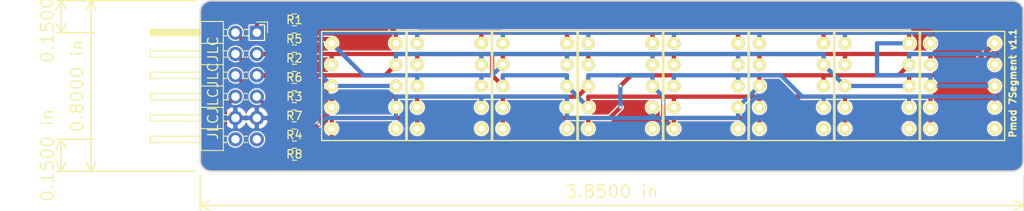
<source format=kicad_pcb>
(kicad_pcb (version 20171130) (host pcbnew "(5.1.5)-3")

  (general
    (thickness 1.6)
    (drawings 14)
    (tracks 224)
    (zones 0)
    (modules 17)
    (nets 28)
  )

  (page A4)
  (layers
    (0 F.Cu signal)
    (31 B.Cu signal)
    (32 B.Adhes user)
    (33 F.Adhes user)
    (34 B.Paste user)
    (35 F.Paste user)
    (36 B.SilkS user)
    (37 F.SilkS user)
    (38 B.Mask user)
    (39 F.Mask user)
    (40 Dwgs.User user)
    (41 Cmts.User user)
    (42 Eco1.User user)
    (43 Eco2.User user)
    (44 Edge.Cuts user)
    (45 Margin user)
    (46 B.CrtYd user hide)
    (47 F.CrtYd user)
    (48 B.Fab user)
    (49 F.Fab user)
  )

  (setup
    (last_trace_width 0.254)
    (trace_clearance 0.1524)
    (zone_clearance 0.0508)
    (zone_45_only no)
    (trace_min 0.1524)
    (via_size 0.4572)
    (via_drill 0.3048)
    (via_min_size 0.4572)
    (via_min_drill 0.3048)
    (uvia_size 0.508)
    (uvia_drill 0.127)
    (uvias_allowed no)
    (uvia_min_size 0.508)
    (uvia_min_drill 0.127)
    (edge_width 0.15)
    (segment_width 0.2)
    (pcb_text_width 0.3)
    (pcb_text_size 1.5 1.5)
    (mod_edge_width 0.15)
    (mod_text_size 1.5 1.5)
    (mod_text_width 0.15)
    (pad_size 1.524 1.524)
    (pad_drill 0.75)
    (pad_to_mask_clearance 0.2)
    (aux_axis_origin 0 0)
    (grid_origin 98.679 86.36)
    (visible_elements 7FFFFFFF)
    (pcbplotparams
      (layerselection 0x010f0_ffffffff)
      (usegerberextensions false)
      (usegerberattributes false)
      (usegerberadvancedattributes false)
      (creategerberjobfile false)
      (excludeedgelayer true)
      (linewidth 0.100000)
      (plotframeref false)
      (viasonmask false)
      (mode 1)
      (useauxorigin false)
      (hpglpennumber 1)
      (hpglpenspeed 20)
      (hpglpendiameter 15.000000)
      (psnegative false)
      (psa4output false)
      (plotreference true)
      (plotvalue true)
      (plotinvisibletext false)
      (padsonsilk false)
      (subtractmaskfromsilk false)
      (outputformat 1)
      (mirror false)
      (drillshape 0)
      (scaleselection 1)
      (outputdirectory "Gerber/"))
  )

  (net 0 "")
  (net 1 "Net-(J1-Pad2)")
  (net 2 "Net-(J1-Pad3)")
  (net 3 "Net-(J1-Pad4)")
  (net 4 "Net-(J1-Pad6)")
  (net 5 "Net-(J1-Pad7)")
  (net 6 "Net-(J1-Pad8)")
  (net 7 "Net-(J1-Pad9)")
  (net 8 "Net-(J1-Pad10)")
  (net 9 "Net-(J1-Pad12)")
  (net 10 /S6)
  (net 11 /S5)
  (net 12 /S7)
  (net 13 /S4)
  (net 14 /S3)
  (net 15 "Net-(LED1-Pad6)")
  (net 16 /S2)
  (net 17 /S1)
  (net 18 /S0)
  (net 19 "Net-(LED2-Pad6)")
  (net 20 "Net-(LED3-Pad6)")
  (net 21 "Net-(LED4-Pad6)")
  (net 22 "Net-(LED5-Pad6)")
  (net 23 "Net-(LED6-Pad6)")
  (net 24 "Net-(LED7-Pad6)")
  (net 25 "Net-(LED8-Pad6)")
  (net 26 "Net-(J1-Pad1)")
  (net 27 GND)

  (net_class Default "This is the default net class."
    (clearance 0.1524)
    (trace_width 0.254)
    (via_dia 0.4572)
    (via_drill 0.3048)
    (uvia_dia 0.508)
    (uvia_drill 0.127)
    (add_net GND)
    (add_net "Net-(LED1-Pad6)")
    (add_net "Net-(LED2-Pad6)")
    (add_net "Net-(LED3-Pad6)")
    (add_net "Net-(LED4-Pad6)")
    (add_net "Net-(LED5-Pad6)")
    (add_net "Net-(LED6-Pad6)")
    (add_net "Net-(LED7-Pad6)")
    (add_net "Net-(LED8-Pad6)")
  )

  (net_class Double ""
    (clearance 0.1524)
    (trace_width 0.508)
    (via_dia 0.4572)
    (via_drill 0.3048)
    (uvia_dia 0.508)
    (uvia_drill 0.127)
    (add_net /S0)
    (add_net /S1)
    (add_net /S2)
    (add_net /S3)
    (add_net /S4)
    (add_net /S5)
    (add_net /S6)
    (add_net /S7)
    (add_net "Net-(J1-Pad1)")
    (add_net "Net-(J1-Pad10)")
    (add_net "Net-(J1-Pad12)")
    (add_net "Net-(J1-Pad2)")
    (add_net "Net-(J1-Pad3)")
    (add_net "Net-(J1-Pad4)")
    (add_net "Net-(J1-Pad6)")
    (add_net "Net-(J1-Pad7)")
    (add_net "Net-(J1-Pad8)")
    (add_net "Net-(J1-Pad9)")
  )

  (module Kicad:PMODHeader_2x06_P2.54mm_Horizontal (layer F.Cu) (tedit 5AECF65A) (tstamp 54A81825)
    (at 105.41 82.55 180)
    (descr "Through hole angled pin header, 2x06, 2.54mm pitch, 6mm pin length, double rows")
    (tags "Through hole angled pin header THT 2x06 2.54mm double row")
    (path /54A828DA)
    (fp_text reference J1 (at 5.655 -2.27) (layer F.Fab)
      (effects (font (size 1 1) (thickness 0.15)))
    )
    (fp_text value PMOD (at 5.655 14.97) (layer F.Fab)
      (effects (font (size 1 1) (thickness 0.15)))
    )
    (fp_line (start 13.1 -1.8) (end -1.8 -1.8) (layer F.CrtYd) (width 0.05))
    (fp_line (start 13.1 14.5) (end 13.1 -1.8) (layer F.CrtYd) (width 0.05))
    (fp_line (start -1.8 14.5) (end 13.1 14.5) (layer F.CrtYd) (width 0.05))
    (fp_line (start -1.8 -1.8) (end -1.8 14.5) (layer F.CrtYd) (width 0.05))
    (fp_line (start -1.27 13.97) (end -1.27 12.7) (layer F.SilkS) (width 0.12))
    (fp_line (start 0 13.97) (end -1.27 13.97) (layer F.SilkS) (width 0.12))
    (fp_line (start 1.042929 13.08) (end 1.497071 13.08) (layer F.SilkS) (width 0.12))
    (fp_line (start 1.042929 12.32) (end 1.497071 12.32) (layer F.SilkS) (width 0.12))
    (fp_line (start 3.582929 13.08) (end 3.98 13.08) (layer F.SilkS) (width 0.12))
    (fp_line (start 3.582929 12.32) (end 3.98 12.32) (layer F.SilkS) (width 0.12))
    (fp_line (start 12.64 13.08) (end 6.64 13.08) (layer F.SilkS) (width 0.12))
    (fp_line (start 12.64 12.32) (end 12.64 13.08) (layer F.SilkS) (width 0.12))
    (fp_line (start 6.64 12.32) (end 12.64 12.32) (layer F.SilkS) (width 0.12))
    (fp_line (start 3.98 11.43) (end 6.64 11.43) (layer F.SilkS) (width 0.12))
    (fp_line (start 1.042929 10.54) (end 1.497071 10.54) (layer F.SilkS) (width 0.12))
    (fp_line (start 1.042929 9.78) (end 1.497071 9.78) (layer F.SilkS) (width 0.12))
    (fp_line (start 3.582929 10.54) (end 3.98 10.54) (layer F.SilkS) (width 0.12))
    (fp_line (start 3.582929 9.78) (end 3.98 9.78) (layer F.SilkS) (width 0.12))
    (fp_line (start 12.64 10.54) (end 6.64 10.54) (layer F.SilkS) (width 0.12))
    (fp_line (start 12.64 9.78) (end 12.64 10.54) (layer F.SilkS) (width 0.12))
    (fp_line (start 6.64 9.78) (end 12.64 9.78) (layer F.SilkS) (width 0.12))
    (fp_line (start 3.98 8.89) (end 6.64 8.89) (layer F.SilkS) (width 0.12))
    (fp_line (start 1.042929 8) (end 1.497071 8) (layer F.SilkS) (width 0.12))
    (fp_line (start 1.042929 7.24) (end 1.497071 7.24) (layer F.SilkS) (width 0.12))
    (fp_line (start 3.582929 8) (end 3.98 8) (layer F.SilkS) (width 0.12))
    (fp_line (start 3.582929 7.24) (end 3.98 7.24) (layer F.SilkS) (width 0.12))
    (fp_line (start 12.64 8) (end 6.64 8) (layer F.SilkS) (width 0.12))
    (fp_line (start 12.64 7.24) (end 12.64 8) (layer F.SilkS) (width 0.12))
    (fp_line (start 6.64 7.24) (end 12.64 7.24) (layer F.SilkS) (width 0.12))
    (fp_line (start 3.98 6.35) (end 6.64 6.35) (layer F.SilkS) (width 0.12))
    (fp_line (start 1.042929 5.46) (end 1.497071 5.46) (layer F.SilkS) (width 0.12))
    (fp_line (start 1.042929 4.7) (end 1.497071 4.7) (layer F.SilkS) (width 0.12))
    (fp_line (start 3.582929 5.46) (end 3.98 5.46) (layer F.SilkS) (width 0.12))
    (fp_line (start 3.582929 4.7) (end 3.98 4.7) (layer F.SilkS) (width 0.12))
    (fp_line (start 12.64 5.46) (end 6.64 5.46) (layer F.SilkS) (width 0.12))
    (fp_line (start 12.64 4.7) (end 12.64 5.46) (layer F.SilkS) (width 0.12))
    (fp_line (start 6.64 4.7) (end 12.64 4.7) (layer F.SilkS) (width 0.12))
    (fp_line (start 3.98 3.81) (end 6.64 3.81) (layer F.SilkS) (width 0.12))
    (fp_line (start 1.042929 2.92) (end 1.497071 2.92) (layer F.SilkS) (width 0.12))
    (fp_line (start 1.042929 2.16) (end 1.497071 2.16) (layer F.SilkS) (width 0.12))
    (fp_line (start 3.582929 2.92) (end 3.98 2.92) (layer F.SilkS) (width 0.12))
    (fp_line (start 3.582929 2.16) (end 3.98 2.16) (layer F.SilkS) (width 0.12))
    (fp_line (start 12.64 2.92) (end 6.64 2.92) (layer F.SilkS) (width 0.12))
    (fp_line (start 12.64 2.16) (end 12.64 2.92) (layer F.SilkS) (width 0.12))
    (fp_line (start 6.64 2.16) (end 12.64 2.16) (layer F.SilkS) (width 0.12))
    (fp_line (start 3.98 1.27) (end 6.64 1.27) (layer F.SilkS) (width 0.12))
    (fp_line (start 1.11 0.38) (end 1.497071 0.38) (layer F.SilkS) (width 0.12))
    (fp_line (start 1.11 -0.38) (end 1.497071 -0.38) (layer F.SilkS) (width 0.12))
    (fp_line (start 3.582929 0.38) (end 3.98 0.38) (layer F.SilkS) (width 0.12))
    (fp_line (start 3.582929 -0.38) (end 3.98 -0.38) (layer F.SilkS) (width 0.12))
    (fp_line (start 6.64 12.98) (end 12.64 12.98) (layer F.SilkS) (width 0.12))
    (fp_line (start 6.64 12.86) (end 12.64 12.86) (layer F.SilkS) (width 0.12))
    (fp_line (start 6.64 12.74) (end 12.64 12.74) (layer F.SilkS) (width 0.12))
    (fp_line (start 6.64 12.62) (end 12.64 12.62) (layer F.SilkS) (width 0.12))
    (fp_line (start 6.64 12.5) (end 12.64 12.5) (layer F.SilkS) (width 0.12))
    (fp_line (start 6.64 12.38) (end 12.64 12.38) (layer F.SilkS) (width 0.12))
    (fp_line (start 12.64 0.38) (end 6.64 0.38) (layer F.SilkS) (width 0.12))
    (fp_line (start 12.64 -0.38) (end 12.64 0.38) (layer F.SilkS) (width 0.12))
    (fp_line (start 6.64 -0.38) (end 12.64 -0.38) (layer F.SilkS) (width 0.12))
    (fp_line (start 6.64 -1.33) (end 3.98 -1.33) (layer F.SilkS) (width 0.12))
    (fp_line (start 6.64 14.03) (end 6.64 -1.33) (layer F.SilkS) (width 0.12))
    (fp_line (start 3.98 14.03) (end 6.64 14.03) (layer F.SilkS) (width 0.12))
    (fp_line (start 3.98 -1.33) (end 3.98 14.03) (layer F.SilkS) (width 0.12))
    (fp_line (start 6.58 13.02) (end 12.58 13.02) (layer F.Fab) (width 0.1))
    (fp_line (start 12.58 12.38) (end 12.58 13.02) (layer F.Fab) (width 0.1))
    (fp_line (start 6.58 12.38) (end 12.58 12.38) (layer F.Fab) (width 0.1))
    (fp_line (start -0.32 13.02) (end 4.04 13.02) (layer F.Fab) (width 0.1))
    (fp_line (start -0.32 12.38) (end -0.32 13.02) (layer F.Fab) (width 0.1))
    (fp_line (start -0.32 12.38) (end 4.04 12.38) (layer F.Fab) (width 0.1))
    (fp_line (start 6.58 10.48) (end 12.58 10.48) (layer F.Fab) (width 0.1))
    (fp_line (start 12.58 9.84) (end 12.58 10.48) (layer F.Fab) (width 0.1))
    (fp_line (start 6.58 9.84) (end 12.58 9.84) (layer F.Fab) (width 0.1))
    (fp_line (start -0.32 10.48) (end 4.04 10.48) (layer F.Fab) (width 0.1))
    (fp_line (start -0.32 9.84) (end -0.32 10.48) (layer F.Fab) (width 0.1))
    (fp_line (start -0.32 9.84) (end 4.04 9.84) (layer F.Fab) (width 0.1))
    (fp_line (start 6.58 7.94) (end 12.58 7.94) (layer F.Fab) (width 0.1))
    (fp_line (start 12.58 7.3) (end 12.58 7.94) (layer F.Fab) (width 0.1))
    (fp_line (start 6.58 7.3) (end 12.58 7.3) (layer F.Fab) (width 0.1))
    (fp_line (start -0.32 7.94) (end 4.04 7.94) (layer F.Fab) (width 0.1))
    (fp_line (start -0.32 7.3) (end -0.32 7.94) (layer F.Fab) (width 0.1))
    (fp_line (start -0.32 7.3) (end 4.04 7.3) (layer F.Fab) (width 0.1))
    (fp_line (start 6.58 5.4) (end 12.58 5.4) (layer F.Fab) (width 0.1))
    (fp_line (start 12.58 4.76) (end 12.58 5.4) (layer F.Fab) (width 0.1))
    (fp_line (start 6.58 4.76) (end 12.58 4.76) (layer F.Fab) (width 0.1))
    (fp_line (start -0.32 5.4) (end 4.04 5.4) (layer F.Fab) (width 0.1))
    (fp_line (start -0.32 4.76) (end -0.32 5.4) (layer F.Fab) (width 0.1))
    (fp_line (start -0.32 4.76) (end 4.04 4.76) (layer F.Fab) (width 0.1))
    (fp_line (start 6.58 2.86) (end 12.58 2.86) (layer F.Fab) (width 0.1))
    (fp_line (start 12.58 2.22) (end 12.58 2.86) (layer F.Fab) (width 0.1))
    (fp_line (start 6.58 2.22) (end 12.58 2.22) (layer F.Fab) (width 0.1))
    (fp_line (start -0.32 2.86) (end 4.04 2.86) (layer F.Fab) (width 0.1))
    (fp_line (start -0.32 2.22) (end -0.32 2.86) (layer F.Fab) (width 0.1))
    (fp_line (start -0.32 2.22) (end 4.04 2.22) (layer F.Fab) (width 0.1))
    (fp_line (start 6.58 0.32) (end 12.58 0.32) (layer F.Fab) (width 0.1))
    (fp_line (start 12.58 -0.32) (end 12.58 0.32) (layer F.Fab) (width 0.1))
    (fp_line (start 6.58 -0.32) (end 12.58 -0.32) (layer F.Fab) (width 0.1))
    (fp_line (start -0.32 0.32) (end 4.04 0.32) (layer F.Fab) (width 0.1))
    (fp_line (start -0.32 -0.32) (end -0.32 0.32) (layer F.Fab) (width 0.1))
    (fp_line (start -0.32 -0.32) (end 4.04 -0.32) (layer F.Fab) (width 0.1))
    (fp_line (start 4.04 13.335) (end 4.675 13.97) (layer F.Fab) (width 0.1))
    (fp_line (start 4.064 13.335) (end 4.064 -1.27) (layer F.Fab) (width 0.1))
    (fp_line (start 6.58 13.97) (end 4.699 13.97) (layer F.Fab) (width 0.1))
    (fp_line (start 6.58 -1.27) (end 6.58 13.97) (layer F.Fab) (width 0.1))
    (fp_line (start 4.064 -1.27) (end 6.58 -1.27) (layer F.Fab) (width 0.1))
    (pad 7 thru_hole circle (at 2.54 12.7 180) (size 1.7 1.7) (drill 1) (layers *.Cu *.Mask)
      (net 5 "Net-(J1-Pad7)"))
    (pad 1 thru_hole rect (at 0 12.7 180) (size 1.7 1.7) (drill 1) (layers *.Cu *.Mask)
      (net 26 "Net-(J1-Pad1)"))
    (pad 8 thru_hole oval (at 2.54 10.16 180) (size 1.7 1.7) (drill 1) (layers *.Cu *.Mask)
      (net 6 "Net-(J1-Pad8)"))
    (pad 2 thru_hole oval (at 0 10.16 180) (size 1.7 1.7) (drill 1) (layers *.Cu *.Mask)
      (net 1 "Net-(J1-Pad2)"))
    (pad 9 thru_hole oval (at 2.54 7.62 180) (size 1.7 1.7) (drill 1) (layers *.Cu *.Mask)
      (net 7 "Net-(J1-Pad9)"))
    (pad 3 thru_hole oval (at 0 7.62 180) (size 1.7 1.7) (drill 1) (layers *.Cu *.Mask)
      (net 2 "Net-(J1-Pad3)"))
    (pad 10 thru_hole oval (at 2.54 5.08 180) (size 1.7 1.7) (drill 1) (layers *.Cu *.Mask)
      (net 8 "Net-(J1-Pad10)"))
    (pad 4 thru_hole oval (at 0 5.08 180) (size 1.7 1.7) (drill 1) (layers *.Cu *.Mask)
      (net 3 "Net-(J1-Pad4)"))
    (pad 11 thru_hole oval (at 2.54 2.54 180) (size 1.7 1.7) (drill 1) (layers *.Cu *.Mask)
      (net 27 GND))
    (pad 5 thru_hole oval (at 0 2.54 180) (size 1.7 1.7) (drill 1) (layers *.Cu *.Mask)
      (net 27 GND))
    (pad 12 thru_hole oval (at 2.54 0 180) (size 1.7 1.7) (drill 1) (layers *.Cu *.Mask)
      (net 9 "Net-(J1-Pad12)"))
    (pad 6 thru_hole circle (at 0 0 180) (size 1.7 1.7) (drill 1) (layers *.Cu *.Mask)
      (net 4 "Net-(J1-Pad6)"))
  )

  (module Resistor_SMD:R_0805_2012Metric_Pad1.15x1.40mm_HandSolder (layer F.Cu) (tedit 5B36C52B) (tstamp 54A81BDD)
    (at 109.864 84.328 180)
    (descr "Resistor SMD 0805 (2012 Metric), square (rectangular) end terminal, IPC_7351 nominal with elongated pad for handsoldering. (Body size source: https://docs.google.com/spreadsheets/d/1BsfQQcO9C6DZCsRaXUlFlo91Tg2WpOkGARC1WS5S8t0/edit?usp=sharing), generated with kicad-footprint-generator")
    (tags "resistor handsolder")
    (path /54A81D58)
    (attr smd)
    (fp_text reference R8 (at 0 0) (layer F.SilkS)
      (effects (font (size 1 1) (thickness 0.15)))
    )
    (fp_text value R (at 0 1.65) (layer F.Fab)
      (effects (font (size 1 1) (thickness 0.15)))
    )
    (fp_text user %R (at 0 0) (layer F.Fab)
      (effects (font (size 0.5 0.5) (thickness 0.08)))
    )
    (fp_line (start 1.85 0.95) (end -1.85 0.95) (layer F.CrtYd) (width 0.05))
    (fp_line (start 1.85 -0.95) (end 1.85 0.95) (layer F.CrtYd) (width 0.05))
    (fp_line (start -1.85 -0.95) (end 1.85 -0.95) (layer F.CrtYd) (width 0.05))
    (fp_line (start -1.85 0.95) (end -1.85 -0.95) (layer F.CrtYd) (width 0.05))
    (fp_line (start -0.261252 0.71) (end 0.261252 0.71) (layer F.SilkS) (width 0.12))
    (fp_line (start -0.261252 -0.71) (end 0.261252 -0.71) (layer F.SilkS) (width 0.12))
    (fp_line (start 1 0.6) (end -1 0.6) (layer F.Fab) (width 0.1))
    (fp_line (start 1 -0.6) (end 1 0.6) (layer F.Fab) (width 0.1))
    (fp_line (start -1 -0.6) (end 1 -0.6) (layer F.Fab) (width 0.1))
    (fp_line (start -1 0.6) (end -1 -0.6) (layer F.Fab) (width 0.1))
    (pad 2 smd roundrect (at 1.025 0 180) (size 1.15 1.4) (layers F.Cu F.Paste F.Mask) (roundrect_rratio 0.217391)
      (net 8 "Net-(J1-Pad10)"))
    (pad 1 smd roundrect (at -1.025 0 180) (size 1.15 1.4) (layers F.Cu F.Paste F.Mask) (roundrect_rratio 0.217391)
      (net 14 /S3))
    (model ${KISYS3DMOD}/Resistor_SMD.3dshapes/R_0805_2012Metric.wrl
      (at (xyz 0 0 0))
      (scale (xyz 1 1 1))
      (rotate (xyz 0 0 0))
    )
  )

  (module Resistor_SMD:R_0805_2012Metric_Pad1.15x1.40mm_HandSolder (layer F.Cu) (tedit 5B36C52B) (tstamp 54A81BD7)
    (at 109.855 79.756 180)
    (descr "Resistor SMD 0805 (2012 Metric), square (rectangular) end terminal, IPC_7351 nominal with elongated pad for handsoldering. (Body size source: https://docs.google.com/spreadsheets/d/1BsfQQcO9C6DZCsRaXUlFlo91Tg2WpOkGARC1WS5S8t0/edit?usp=sharing), generated with kicad-footprint-generator")
    (tags "resistor handsolder")
    (path /54A81D0A)
    (attr smd)
    (fp_text reference R7 (at 0 0) (layer F.SilkS)
      (effects (font (size 1 1) (thickness 0.15)))
    )
    (fp_text value R (at 0 1.65) (layer F.Fab)
      (effects (font (size 1 1) (thickness 0.15)))
    )
    (fp_text user %R (at 0 0) (layer F.Fab)
      (effects (font (size 0.5 0.5) (thickness 0.08)))
    )
    (fp_line (start 1.85 0.95) (end -1.85 0.95) (layer F.CrtYd) (width 0.05))
    (fp_line (start 1.85 -0.95) (end 1.85 0.95) (layer F.CrtYd) (width 0.05))
    (fp_line (start -1.85 -0.95) (end 1.85 -0.95) (layer F.CrtYd) (width 0.05))
    (fp_line (start -1.85 0.95) (end -1.85 -0.95) (layer F.CrtYd) (width 0.05))
    (fp_line (start -0.261252 0.71) (end 0.261252 0.71) (layer F.SilkS) (width 0.12))
    (fp_line (start -0.261252 -0.71) (end 0.261252 -0.71) (layer F.SilkS) (width 0.12))
    (fp_line (start 1 0.6) (end -1 0.6) (layer F.Fab) (width 0.1))
    (fp_line (start 1 -0.6) (end 1 0.6) (layer F.Fab) (width 0.1))
    (fp_line (start -1 -0.6) (end 1 -0.6) (layer F.Fab) (width 0.1))
    (fp_line (start -1 0.6) (end -1 -0.6) (layer F.Fab) (width 0.1))
    (pad 2 smd roundrect (at 1.025 0 180) (size 1.15 1.4) (layers F.Cu F.Paste F.Mask) (roundrect_rratio 0.217391)
      (net 7 "Net-(J1-Pad9)"))
    (pad 1 smd roundrect (at -1.025 0 180) (size 1.15 1.4) (layers F.Cu F.Paste F.Mask) (roundrect_rratio 0.217391)
      (net 13 /S4))
    (model ${KISYS3DMOD}/Resistor_SMD.3dshapes/R_0805_2012Metric.wrl
      (at (xyz 0 0 0))
      (scale (xyz 1 1 1))
      (rotate (xyz 0 0 0))
    )
  )

  (module Resistor_SMD:R_0805_2012Metric_Pad1.15x1.40mm_HandSolder (layer F.Cu) (tedit 5B36C52B) (tstamp 54A81BD1)
    (at 109.864 75.184 180)
    (descr "Resistor SMD 0805 (2012 Metric), square (rectangular) end terminal, IPC_7351 nominal with elongated pad for handsoldering. (Body size source: https://docs.google.com/spreadsheets/d/1BsfQQcO9C6DZCsRaXUlFlo91Tg2WpOkGARC1WS5S8t0/edit?usp=sharing), generated with kicad-footprint-generator")
    (tags "resistor handsolder")
    (path /54A81CBF)
    (attr smd)
    (fp_text reference R6 (at 0.009 0) (layer F.SilkS)
      (effects (font (size 1 1) (thickness 0.15)))
    )
    (fp_text value R (at 0 1.65) (layer F.Fab)
      (effects (font (size 1 1) (thickness 0.15)))
    )
    (fp_text user %R (at 0 0) (layer F.Fab)
      (effects (font (size 0.5 0.5) (thickness 0.08)))
    )
    (fp_line (start 1.85 0.95) (end -1.85 0.95) (layer F.CrtYd) (width 0.05))
    (fp_line (start 1.85 -0.95) (end 1.85 0.95) (layer F.CrtYd) (width 0.05))
    (fp_line (start -1.85 -0.95) (end 1.85 -0.95) (layer F.CrtYd) (width 0.05))
    (fp_line (start -1.85 0.95) (end -1.85 -0.95) (layer F.CrtYd) (width 0.05))
    (fp_line (start -0.261252 0.71) (end 0.261252 0.71) (layer F.SilkS) (width 0.12))
    (fp_line (start -0.261252 -0.71) (end 0.261252 -0.71) (layer F.SilkS) (width 0.12))
    (fp_line (start 1 0.6) (end -1 0.6) (layer F.Fab) (width 0.1))
    (fp_line (start 1 -0.6) (end 1 0.6) (layer F.Fab) (width 0.1))
    (fp_line (start -1 -0.6) (end 1 -0.6) (layer F.Fab) (width 0.1))
    (fp_line (start -1 0.6) (end -1 -0.6) (layer F.Fab) (width 0.1))
    (pad 2 smd roundrect (at 1.025 0 180) (size 1.15 1.4) (layers F.Cu F.Paste F.Mask) (roundrect_rratio 0.217391)
      (net 6 "Net-(J1-Pad8)"))
    (pad 1 smd roundrect (at -1.025 0 180) (size 1.15 1.4) (layers F.Cu F.Paste F.Mask) (roundrect_rratio 0.217391)
      (net 17 /S1))
    (model ${KISYS3DMOD}/Resistor_SMD.3dshapes/R_0805_2012Metric.wrl
      (at (xyz 0 0 0))
      (scale (xyz 1 1 1))
      (rotate (xyz 0 0 0))
    )
  )

  (module Resistor_SMD:R_0805_2012Metric_Pad1.15x1.40mm_HandSolder (layer F.Cu) (tedit 5B36C52B) (tstamp 54A81BCB)
    (at 109.855 70.612 180)
    (descr "Resistor SMD 0805 (2012 Metric), square (rectangular) end terminal, IPC_7351 nominal with elongated pad for handsoldering. (Body size source: https://docs.google.com/spreadsheets/d/1BsfQQcO9C6DZCsRaXUlFlo91Tg2WpOkGARC1WS5S8t0/edit?usp=sharing), generated with kicad-footprint-generator")
    (tags "resistor handsolder")
    (path /54A81C73)
    (attr smd)
    (fp_text reference R5 (at 0 0) (layer F.SilkS)
      (effects (font (size 1 1) (thickness 0.15)))
    )
    (fp_text value R (at 0 1.65) (layer F.Fab)
      (effects (font (size 1 1) (thickness 0.15)))
    )
    (fp_text user %R (at 0 0) (layer F.Fab)
      (effects (font (size 0.5 0.5) (thickness 0.08)))
    )
    (fp_line (start 1.85 0.95) (end -1.85 0.95) (layer F.CrtYd) (width 0.05))
    (fp_line (start 1.85 -0.95) (end 1.85 0.95) (layer F.CrtYd) (width 0.05))
    (fp_line (start -1.85 -0.95) (end 1.85 -0.95) (layer F.CrtYd) (width 0.05))
    (fp_line (start -1.85 0.95) (end -1.85 -0.95) (layer F.CrtYd) (width 0.05))
    (fp_line (start -0.261252 0.71) (end 0.261252 0.71) (layer F.SilkS) (width 0.12))
    (fp_line (start -0.261252 -0.71) (end 0.261252 -0.71) (layer F.SilkS) (width 0.12))
    (fp_line (start 1 0.6) (end -1 0.6) (layer F.Fab) (width 0.1))
    (fp_line (start 1 -0.6) (end 1 0.6) (layer F.Fab) (width 0.1))
    (fp_line (start -1 -0.6) (end 1 -0.6) (layer F.Fab) (width 0.1))
    (fp_line (start -1 0.6) (end -1 -0.6) (layer F.Fab) (width 0.1))
    (pad 2 smd roundrect (at 1.025 0 180) (size 1.15 1.4) (layers F.Cu F.Paste F.Mask) (roundrect_rratio 0.217391)
      (net 5 "Net-(J1-Pad7)"))
    (pad 1 smd roundrect (at -1.025 0 180) (size 1.15 1.4) (layers F.Cu F.Paste F.Mask) (roundrect_rratio 0.217391)
      (net 10 /S6))
    (model ${KISYS3DMOD}/Resistor_SMD.3dshapes/R_0805_2012Metric.wrl
      (at (xyz 0 0 0))
      (scale (xyz 1 1 1))
      (rotate (xyz 0 0 0))
    )
  )

  (module Resistor_SMD:R_0805_2012Metric_Pad1.15x1.40mm_HandSolder (layer F.Cu) (tedit 5B36C52B) (tstamp 54A81BC5)
    (at 109.864 82.042)
    (descr "Resistor SMD 0805 (2012 Metric), square (rectangular) end terminal, IPC_7351 nominal with elongated pad for handsoldering. (Body size source: https://docs.google.com/spreadsheets/d/1BsfQQcO9C6DZCsRaXUlFlo91Tg2WpOkGARC1WS5S8t0/edit?usp=sharing), generated with kicad-footprint-generator")
    (tags "resistor handsolder")
    (path /54A81C31)
    (attr smd)
    (fp_text reference R4 (at -0.009 0) (layer F.SilkS)
      (effects (font (size 1 1) (thickness 0.15)))
    )
    (fp_text value R (at 0 1.65) (layer F.Fab)
      (effects (font (size 1 1) (thickness 0.15)))
    )
    (fp_text user %R (at 0 0) (layer F.Fab)
      (effects (font (size 0.5 0.5) (thickness 0.08)))
    )
    (fp_line (start 1.85 0.95) (end -1.85 0.95) (layer F.CrtYd) (width 0.05))
    (fp_line (start 1.85 -0.95) (end 1.85 0.95) (layer F.CrtYd) (width 0.05))
    (fp_line (start -1.85 -0.95) (end 1.85 -0.95) (layer F.CrtYd) (width 0.05))
    (fp_line (start -1.85 0.95) (end -1.85 -0.95) (layer F.CrtYd) (width 0.05))
    (fp_line (start -0.261252 0.71) (end 0.261252 0.71) (layer F.SilkS) (width 0.12))
    (fp_line (start -0.261252 -0.71) (end 0.261252 -0.71) (layer F.SilkS) (width 0.12))
    (fp_line (start 1 0.6) (end -1 0.6) (layer F.Fab) (width 0.1))
    (fp_line (start 1 -0.6) (end 1 0.6) (layer F.Fab) (width 0.1))
    (fp_line (start -1 -0.6) (end 1 -0.6) (layer F.Fab) (width 0.1))
    (fp_line (start -1 0.6) (end -1 -0.6) (layer F.Fab) (width 0.1))
    (pad 2 smd roundrect (at 1.025 0) (size 1.15 1.4) (layers F.Cu F.Paste F.Mask) (roundrect_rratio 0.217391)
      (net 16 /S2))
    (pad 1 smd roundrect (at -1.025 0) (size 1.15 1.4) (layers F.Cu F.Paste F.Mask) (roundrect_rratio 0.217391)
      (net 3 "Net-(J1-Pad4)"))
    (model ${KISYS3DMOD}/Resistor_SMD.3dshapes/R_0805_2012Metric.wrl
      (at (xyz 0 0 0))
      (scale (xyz 1 1 1))
      (rotate (xyz 0 0 0))
    )
  )

  (module Resistor_SMD:R_0805_2012Metric_Pad1.15x1.40mm_HandSolder (layer F.Cu) (tedit 5B36C52B) (tstamp 54A81BBF)
    (at 109.864 77.47)
    (descr "Resistor SMD 0805 (2012 Metric), square (rectangular) end terminal, IPC_7351 nominal with elongated pad for handsoldering. (Body size source: https://docs.google.com/spreadsheets/d/1BsfQQcO9C6DZCsRaXUlFlo91Tg2WpOkGARC1WS5S8t0/edit?usp=sharing), generated with kicad-footprint-generator")
    (tags "resistor handsolder")
    (path /54A81BEE)
    (attr smd)
    (fp_text reference R3 (at 0 0) (layer F.SilkS)
      (effects (font (size 1 1) (thickness 0.15)))
    )
    (fp_text value R (at 0 1.65) (layer F.Fab)
      (effects (font (size 1 1) (thickness 0.15)))
    )
    (fp_text user %R (at 0 0) (layer F.Fab)
      (effects (font (size 0.5 0.5) (thickness 0.08)))
    )
    (fp_line (start 1.85 0.95) (end -1.85 0.95) (layer F.CrtYd) (width 0.05))
    (fp_line (start 1.85 -0.95) (end 1.85 0.95) (layer F.CrtYd) (width 0.05))
    (fp_line (start -1.85 -0.95) (end 1.85 -0.95) (layer F.CrtYd) (width 0.05))
    (fp_line (start -1.85 0.95) (end -1.85 -0.95) (layer F.CrtYd) (width 0.05))
    (fp_line (start -0.261252 0.71) (end 0.261252 0.71) (layer F.SilkS) (width 0.12))
    (fp_line (start -0.261252 -0.71) (end 0.261252 -0.71) (layer F.SilkS) (width 0.12))
    (fp_line (start 1 0.6) (end -1 0.6) (layer F.Fab) (width 0.1))
    (fp_line (start 1 -0.6) (end 1 0.6) (layer F.Fab) (width 0.1))
    (fp_line (start -1 -0.6) (end 1 -0.6) (layer F.Fab) (width 0.1))
    (fp_line (start -1 0.6) (end -1 -0.6) (layer F.Fab) (width 0.1))
    (pad 2 smd roundrect (at 1.025 0) (size 1.15 1.4) (layers F.Cu F.Paste F.Mask) (roundrect_rratio 0.217391)
      (net 12 /S7))
    (pad 1 smd roundrect (at -1.025 0) (size 1.15 1.4) (layers F.Cu F.Paste F.Mask) (roundrect_rratio 0.217391)
      (net 2 "Net-(J1-Pad3)"))
    (model ${KISYS3DMOD}/Resistor_SMD.3dshapes/R_0805_2012Metric.wrl
      (at (xyz 0 0 0))
      (scale (xyz 1 1 1))
      (rotate (xyz 0 0 0))
    )
  )

  (module Resistor_SMD:R_0805_2012Metric_Pad1.15x1.40mm_HandSolder (layer F.Cu) (tedit 5B36C52B) (tstamp 54A81BB9)
    (at 109.864 72.898)
    (descr "Resistor SMD 0805 (2012 Metric), square (rectangular) end terminal, IPC_7351 nominal with elongated pad for handsoldering. (Body size source: https://docs.google.com/spreadsheets/d/1BsfQQcO9C6DZCsRaXUlFlo91Tg2WpOkGARC1WS5S8t0/edit?usp=sharing), generated with kicad-footprint-generator")
    (tags "resistor handsolder")
    (path /54A81BA6)
    (attr smd)
    (fp_text reference R2 (at -0.009 0) (layer F.SilkS)
      (effects (font (size 1 1) (thickness 0.15)))
    )
    (fp_text value R (at 0 1.65) (layer F.Fab)
      (effects (font (size 1 1) (thickness 0.15)))
    )
    (fp_text user %R (at 0 0) (layer F.Fab)
      (effects (font (size 0.5 0.5) (thickness 0.08)))
    )
    (fp_line (start 1.85 0.95) (end -1.85 0.95) (layer F.CrtYd) (width 0.05))
    (fp_line (start 1.85 -0.95) (end 1.85 0.95) (layer F.CrtYd) (width 0.05))
    (fp_line (start -1.85 -0.95) (end 1.85 -0.95) (layer F.CrtYd) (width 0.05))
    (fp_line (start -1.85 0.95) (end -1.85 -0.95) (layer F.CrtYd) (width 0.05))
    (fp_line (start -0.261252 0.71) (end 0.261252 0.71) (layer F.SilkS) (width 0.12))
    (fp_line (start -0.261252 -0.71) (end 0.261252 -0.71) (layer F.SilkS) (width 0.12))
    (fp_line (start 1 0.6) (end -1 0.6) (layer F.Fab) (width 0.1))
    (fp_line (start 1 -0.6) (end 1 0.6) (layer F.Fab) (width 0.1))
    (fp_line (start -1 -0.6) (end 1 -0.6) (layer F.Fab) (width 0.1))
    (fp_line (start -1 0.6) (end -1 -0.6) (layer F.Fab) (width 0.1))
    (pad 2 smd roundrect (at 1.025 0) (size 1.15 1.4) (layers F.Cu F.Paste F.Mask) (roundrect_rratio 0.217391)
      (net 11 /S5))
    (pad 1 smd roundrect (at -1.025 0) (size 1.15 1.4) (layers F.Cu F.Paste F.Mask) (roundrect_rratio 0.217391)
      (net 1 "Net-(J1-Pad2)"))
    (model ${KISYS3DMOD}/Resistor_SMD.3dshapes/R_0805_2012Metric.wrl
      (at (xyz 0 0 0))
      (scale (xyz 1 1 1))
      (rotate (xyz 0 0 0))
    )
  )

  (module Resistor_SMD:R_0805_2012Metric_Pad1.15x1.40mm_HandSolder (layer F.Cu) (tedit 5B36C52B) (tstamp 54A81BB3)
    (at 109.864 68.326)
    (descr "Resistor SMD 0805 (2012 Metric), square (rectangular) end terminal, IPC_7351 nominal with elongated pad for handsoldering. (Body size source: https://docs.google.com/spreadsheets/d/1BsfQQcO9C6DZCsRaXUlFlo91Tg2WpOkGARC1WS5S8t0/edit?usp=sharing), generated with kicad-footprint-generator")
    (tags "resistor handsolder")
    (path /54A81B67)
    (attr smd)
    (fp_text reference R1 (at 0 0) (layer F.SilkS)
      (effects (font (size 1 1) (thickness 0.15)))
    )
    (fp_text value R (at 0 1.65) (layer F.Fab)
      (effects (font (size 1 1) (thickness 0.15)))
    )
    (fp_line (start -1 0.6) (end -1 -0.6) (layer F.Fab) (width 0.1))
    (fp_line (start -1 -0.6) (end 1 -0.6) (layer F.Fab) (width 0.1))
    (fp_line (start 1 -0.6) (end 1 0.6) (layer F.Fab) (width 0.1))
    (fp_line (start 1 0.6) (end -1 0.6) (layer F.Fab) (width 0.1))
    (fp_line (start -0.261252 -0.71) (end 0.261252 -0.71) (layer F.SilkS) (width 0.12))
    (fp_line (start -0.261252 0.71) (end 0.261252 0.71) (layer F.SilkS) (width 0.12))
    (fp_line (start -1.85 0.95) (end -1.85 -0.95) (layer F.CrtYd) (width 0.05))
    (fp_line (start -1.85 -0.95) (end 1.85 -0.95) (layer F.CrtYd) (width 0.05))
    (fp_line (start 1.85 -0.95) (end 1.85 0.95) (layer F.CrtYd) (width 0.05))
    (fp_line (start 1.85 0.95) (end -1.85 0.95) (layer F.CrtYd) (width 0.05))
    (fp_text user %R (at 0 0) (layer F.Fab)
      (effects (font (size 0.5 0.5) (thickness 0.08)))
    )
    (pad 1 smd roundrect (at -1.025 0) (size 1.15 1.4) (layers F.Cu F.Paste F.Mask) (roundrect_rratio 0.217391)
      (net 26 "Net-(J1-Pad1)"))
    (pad 2 smd roundrect (at 1.025 0) (size 1.15 1.4) (layers F.Cu F.Paste F.Mask) (roundrect_rratio 0.217391)
      (net 18 /S0))
    (model ${KISYS3DMOD}/Resistor_SMD.3dshapes/R_0805_2012Metric.wrl
      (at (xyz 0 0 0))
      (scale (xyz 1 1 1))
      (rotate (xyz 0 0 0))
    )
  )

  (module Kingbright:SA39-11 (layer F.Cu) (tedit 5E584091) (tstamp 54A81833)
    (at 118.11 76.2)
    (path /54A80DD5)
    (fp_text reference LED1 (at 0 7.62) (layer F.SilkS) hide
      (effects (font (size 1.5 1.5) (thickness 0.15)))
    )
    (fp_text value SA39-11 (at 0 -7.62) (layer F.SilkS) hide
      (effects (font (size 1.5 1.5) (thickness 0.15)))
    )
    (fp_line (start -5 6.5) (end 5 6.5) (layer F.SilkS) (width 0.15))
    (fp_line (start -5 6.5) (end -5 -6.5) (layer F.SilkS) (width 0.15))
    (fp_line (start -5 -6.5) (end 5 -6.5) (layer F.SilkS) (width 0.15))
    (fp_line (start 5 -6.5) (end 5 6.5) (layer F.SilkS) (width 0.15))
    (pad 1 thru_hole circle (at -3.81 -5.08) (size 1.524 1.524) (drill 0.75) (layers *.Cu *.Mask F.SilkS)
      (net 10 /S6))
    (pad 2 thru_hole circle (at -3.81 -2.54) (size 1.524 1.524) (drill 0.75) (layers *.Cu *.Mask F.SilkS)
      (net 11 /S5))
    (pad 3 thru_hole circle (at -3.81 0) (size 1.524 1.524) (drill 0.75) (layers *.Cu *.Mask F.SilkS)
      (net 12 /S7))
    (pad 4 thru_hole circle (at -3.81 2.54) (size 1.524 1.524) (drill 0.75) (layers *.Cu *.Mask F.SilkS)
      (net 13 /S4))
    (pad 5 thru_hole circle (at -3.81 5.08) (size 1.524 1.524) (drill 0.75) (layers *.Cu *.Mask F.SilkS)
      (net 14 /S3))
    (pad 6 thru_hole circle (at 3.81 5.08) (size 1.524 1.524) (drill 0.75) (layers *.Cu *.Mask F.SilkS)
      (net 15 "Net-(LED1-Pad6)"))
    (pad 7 thru_hole circle (at 3.81 2.54) (size 1.524 1.524) (drill 0.75) (layers *.Cu *.Mask F.SilkS)
      (net 16 /S2))
    (pad 8 thru_hole circle (at 3.81 0) (size 1.524 1.524) (drill 0.75) (layers *.Cu *.Mask F.SilkS)
      (net 12 /S7))
    (pad 9 thru_hole circle (at 3.81 -2.54) (size 1.524 1.524) (drill 0.75) (layers *.Cu *.Mask F.SilkS)
      (net 17 /S1))
    (pad 10 thru_hole circle (at 3.81 -5.08) (size 1.584 1.584) (drill 0.75) (layers *.Cu *.Mask F.SilkS)
      (net 18 /S0))
  )

  (module Kingbright:SA39-11 (layer F.Cu) (tedit 5E5840C1) (tstamp 54A81841)
    (at 128.27 76.2)
    (path /54A80DFF)
    (fp_text reference LED2 (at 0 7.62) (layer F.SilkS) hide
      (effects (font (size 1.5 1.5) (thickness 0.15)))
    )
    (fp_text value SA39-11 (at 0 -7.62) (layer F.SilkS) hide
      (effects (font (size 1.5 1.5) (thickness 0.15)))
    )
    (fp_line (start -5 6.5) (end 5 6.5) (layer F.SilkS) (width 0.15))
    (fp_line (start -5 6.5) (end -5 -6.5) (layer F.SilkS) (width 0.15))
    (fp_line (start -5 -6.5) (end 5 -6.5) (layer F.SilkS) (width 0.15))
    (fp_line (start 5 -6.5) (end 5 6.5) (layer F.SilkS) (width 0.15))
    (pad 1 thru_hole circle (at -3.81 -5.08) (size 1.524 1.524) (drill 0.75) (layers *.Cu *.Mask F.SilkS)
      (net 12 /S7))
    (pad 2 thru_hole circle (at -3.81 -2.54) (size 1.524 1.524) (drill 0.75) (layers *.Cu *.Mask F.SilkS)
      (net 11 /S5))
    (pad 3 thru_hole circle (at -3.81 0) (size 1.524 1.524) (drill 0.75) (layers *.Cu *.Mask F.SilkS)
      (net 10 /S6))
    (pad 4 thru_hole circle (at -3.81 2.54) (size 1.524 1.524) (drill 0.75) (layers *.Cu *.Mask F.SilkS)
      (net 13 /S4))
    (pad 5 thru_hole circle (at -3.81 5.08) (size 1.524 1.524) (drill 0.75) (layers *.Cu *.Mask F.SilkS)
      (net 14 /S3))
    (pad 6 thru_hole circle (at 3.81 5.08) (size 1.524 1.524) (drill 0.75) (layers *.Cu *.Mask F.SilkS)
      (net 19 "Net-(LED2-Pad6)"))
    (pad 7 thru_hole circle (at 3.81 2.54) (size 1.524 1.524) (drill 0.75) (layers *.Cu *.Mask F.SilkS)
      (net 16 /S2))
    (pad 8 thru_hole circle (at 3.81 0) (size 1.524 1.524) (drill 0.75) (layers *.Cu *.Mask F.SilkS)
      (net 10 /S6))
    (pad 9 thru_hole circle (at 3.81 -2.54) (size 1.524 1.524) (drill 0.75) (layers *.Cu *.Mask F.SilkS)
      (net 17 /S1))
    (pad 10 thru_hole circle (at 3.81 -5.08) (size 1.584 1.584) (drill 0.75) (layers *.Cu *.Mask F.SilkS)
      (net 18 /S0))
  )

  (module Kingbright:SA39-11 (layer F.Cu) (tedit 5E5840F4) (tstamp 54A8184F)
    (at 138.43 76.2)
    (path /54A80E2A)
    (fp_text reference LED3 (at 0 7.62) (layer F.SilkS) hide
      (effects (font (size 1.5 1.5) (thickness 0.15)))
    )
    (fp_text value SA39-11 (at 0 -7.62) (layer F.SilkS) hide
      (effects (font (size 1.5 1.5) (thickness 0.15)))
    )
    (fp_line (start -5 6.5) (end 5 6.5) (layer F.SilkS) (width 0.15))
    (fp_line (start -5 6.5) (end -5 -6.5) (layer F.SilkS) (width 0.15))
    (fp_line (start -5 -6.5) (end 5 -6.5) (layer F.SilkS) (width 0.15))
    (fp_line (start 5 -6.5) (end 5 6.5) (layer F.SilkS) (width 0.15))
    (pad 1 thru_hole circle (at -3.81 -5.08) (size 1.524 1.524) (drill 0.75) (layers *.Cu *.Mask F.SilkS)
      (net 12 /S7))
    (pad 2 thru_hole circle (at -3.81 -2.54) (size 1.524 1.524) (drill 0.75) (layers *.Cu *.Mask F.SilkS)
      (net 10 /S6))
    (pad 3 thru_hole circle (at -3.81 0) (size 1.524 1.524) (drill 0.75) (layers *.Cu *.Mask F.SilkS)
      (net 11 /S5))
    (pad 4 thru_hole circle (at -3.81 2.54) (size 1.524 1.524) (drill 0.75) (layers *.Cu *.Mask F.SilkS)
      (net 13 /S4))
    (pad 5 thru_hole circle (at -3.81 5.08) (size 1.524 1.524) (drill 0.75) (layers *.Cu *.Mask F.SilkS)
      (net 14 /S3))
    (pad 6 thru_hole circle (at 3.81 5.08) (size 1.524 1.524) (drill 0.75) (layers *.Cu *.Mask F.SilkS)
      (net 20 "Net-(LED3-Pad6)"))
    (pad 7 thru_hole circle (at 3.81 2.54) (size 1.524 1.524) (drill 0.75) (layers *.Cu *.Mask F.SilkS)
      (net 16 /S2))
    (pad 8 thru_hole circle (at 3.81 0) (size 1.524 1.524) (drill 0.75) (layers *.Cu *.Mask F.SilkS)
      (net 11 /S5))
    (pad 9 thru_hole circle (at 3.81 -2.54) (size 1.524 1.524) (drill 0.75) (layers *.Cu *.Mask F.SilkS)
      (net 17 /S1))
    (pad 10 thru_hole circle (at 3.81 -5.08) (size 1.584 1.584) (drill 0.75) (layers *.Cu *.Mask F.SilkS)
      (net 18 /S0))
  )

  (module Kingbright:SA39-11 (layer F.Cu) (tedit 5E584132) (tstamp 54A8185D)
    (at 148.59 76.2)
    (path /54A80E55)
    (fp_text reference LED4 (at 0 7.62) (layer F.SilkS) hide
      (effects (font (size 1.5 1.5) (thickness 0.15)))
    )
    (fp_text value SA39-11 (at 0 -7.62) (layer F.SilkS) hide
      (effects (font (size 1.5 1.5) (thickness 0.15)))
    )
    (fp_line (start -5 6.5) (end 5 6.5) (layer F.SilkS) (width 0.15))
    (fp_line (start -5 6.5) (end -5 -6.5) (layer F.SilkS) (width 0.15))
    (fp_line (start -5 -6.5) (end 5 -6.5) (layer F.SilkS) (width 0.15))
    (fp_line (start 5 -6.5) (end 5 6.5) (layer F.SilkS) (width 0.15))
    (pad 1 thru_hole circle (at -3.81 -5.08) (size 1.524 1.524) (drill 0.75) (layers *.Cu *.Mask F.SilkS)
      (net 12 /S7))
    (pad 2 thru_hole circle (at -3.81 -2.54) (size 1.524 1.524) (drill 0.75) (layers *.Cu *.Mask F.SilkS)
      (net 10 /S6))
    (pad 3 thru_hole circle (at -3.81 0) (size 1.524 1.524) (drill 0.75) (layers *.Cu *.Mask F.SilkS)
      (net 13 /S4))
    (pad 4 thru_hole circle (at -3.81 2.54) (size 1.524 1.524) (drill 0.75) (layers *.Cu *.Mask F.SilkS)
      (net 11 /S5))
    (pad 5 thru_hole circle (at -3.81 5.08) (size 1.524 1.524) (drill 0.75) (layers *.Cu *.Mask F.SilkS)
      (net 14 /S3))
    (pad 6 thru_hole circle (at 3.81 5.08) (size 1.524 1.524) (drill 0.75) (layers *.Cu *.Mask F.SilkS)
      (net 21 "Net-(LED4-Pad6)"))
    (pad 7 thru_hole circle (at 3.81 2.54) (size 1.524 1.524) (drill 0.75) (layers *.Cu *.Mask F.SilkS)
      (net 16 /S2))
    (pad 8 thru_hole circle (at 3.81 0) (size 1.524 1.524) (drill 0.75) (layers *.Cu *.Mask F.SilkS)
      (net 13 /S4))
    (pad 9 thru_hole circle (at 3.81 -2.54) (size 1.524 1.524) (drill 0.75) (layers *.Cu *.Mask F.SilkS)
      (net 17 /S1))
    (pad 10 thru_hole circle (at 3.81 -5.08) (size 1.584 1.584) (drill 0.75) (layers *.Cu *.Mask F.SilkS)
      (net 18 /S0))
  )

  (module Kingbright:SA39-11 (layer F.Cu) (tedit 5E584166) (tstamp 54A8186B)
    (at 158.75 76.2)
    (path /54A80E7B)
    (fp_text reference LED5 (at 0 7.62) (layer F.SilkS) hide
      (effects (font (size 1.5 1.5) (thickness 0.15)))
    )
    (fp_text value SA39-11 (at 0 -7.62) (layer F.SilkS) hide
      (effects (font (size 1.5 1.5) (thickness 0.15)))
    )
    (fp_line (start -5 6.5) (end 5 6.5) (layer F.SilkS) (width 0.15))
    (fp_line (start -5 6.5) (end -5 -6.5) (layer F.SilkS) (width 0.15))
    (fp_line (start -5 -6.5) (end 5 -6.5) (layer F.SilkS) (width 0.15))
    (fp_line (start 5 -6.5) (end 5 6.5) (layer F.SilkS) (width 0.15))
    (pad 1 thru_hole circle (at -3.81 -5.08) (size 1.524 1.524) (drill 0.75) (layers *.Cu *.Mask F.SilkS)
      (net 12 /S7))
    (pad 2 thru_hole circle (at -3.81 -2.54) (size 1.524 1.524) (drill 0.75) (layers *.Cu *.Mask F.SilkS)
      (net 10 /S6))
    (pad 3 thru_hole circle (at -3.81 0) (size 1.524 1.524) (drill 0.75) (layers *.Cu *.Mask F.SilkS)
      (net 14 /S3))
    (pad 4 thru_hole circle (at -3.81 2.54) (size 1.524 1.524) (drill 0.75) (layers *.Cu *.Mask F.SilkS)
      (net 11 /S5))
    (pad 5 thru_hole circle (at -3.81 5.08) (size 1.524 1.524) (drill 0.75) (layers *.Cu *.Mask F.SilkS)
      (net 13 /S4))
    (pad 6 thru_hole circle (at 3.81 5.08) (size 1.524 1.524) (drill 0.75) (layers *.Cu *.Mask F.SilkS)
      (net 22 "Net-(LED5-Pad6)"))
    (pad 7 thru_hole circle (at 3.81 2.54) (size 1.524 1.524) (drill 0.75) (layers *.Cu *.Mask F.SilkS)
      (net 16 /S2))
    (pad 8 thru_hole circle (at 3.81 0) (size 1.524 1.524) (drill 0.75) (layers *.Cu *.Mask F.SilkS)
      (net 14 /S3))
    (pad 9 thru_hole circle (at 3.81 -2.54) (size 1.524 1.524) (drill 0.75) (layers *.Cu *.Mask F.SilkS)
      (net 17 /S1))
    (pad 10 thru_hole circle (at 3.81 -5.08) (size 1.584 1.584) (drill 0.75) (layers *.Cu *.Mask F.SilkS)
      (net 18 /S0))
  )

  (module Kingbright:SA39-11 (layer F.Cu) (tedit 5E584195) (tstamp 54A82D34)
    (at 168.91 76.2)
    (path /54A80E9E)
    (fp_text reference LED6 (at 0 7.62) (layer F.SilkS) hide
      (effects (font (size 1.5 1.5) (thickness 0.15)))
    )
    (fp_text value SA39-11 (at 0 -7.62) (layer F.SilkS) hide
      (effects (font (size 1.5 1.5) (thickness 0.15)))
    )
    (fp_line (start -5 6.5) (end 5 6.5) (layer F.SilkS) (width 0.15))
    (fp_line (start -5 6.5) (end -5 -6.5) (layer F.SilkS) (width 0.15))
    (fp_line (start -5 -6.5) (end 5 -6.5) (layer F.SilkS) (width 0.15))
    (fp_line (start 5 -6.5) (end 5 6.5) (layer F.SilkS) (width 0.15))
    (pad 1 thru_hole circle (at -3.81 -5.08) (size 1.524 1.524) (drill 0.75) (layers *.Cu *.Mask F.SilkS)
      (net 12 /S7))
    (pad 2 thru_hole circle (at -3.81 -2.54) (size 1.524 1.524) (drill 0.75) (layers *.Cu *.Mask F.SilkS)
      (net 10 /S6))
    (pad 3 thru_hole circle (at -3.81 0) (size 1.524 1.524) (drill 0.75) (layers *.Cu *.Mask F.SilkS)
      (net 16 /S2))
    (pad 4 thru_hole circle (at -3.81 2.54) (size 1.524 1.524) (drill 0.75) (layers *.Cu *.Mask F.SilkS)
      (net 11 /S5))
    (pad 5 thru_hole circle (at -3.81 5.08) (size 1.524 1.524) (drill 0.75) (layers *.Cu *.Mask F.SilkS)
      (net 13 /S4))
    (pad 6 thru_hole circle (at 3.81 5.08) (size 1.524 1.524) (drill 0.75) (layers *.Cu *.Mask F.SilkS)
      (net 23 "Net-(LED6-Pad6)"))
    (pad 7 thru_hole circle (at 3.81 2.54) (size 1.524 1.524) (drill 0.75) (layers *.Cu *.Mask F.SilkS)
      (net 14 /S3))
    (pad 8 thru_hole circle (at 3.81 0) (size 1.524 1.524) (drill 0.75) (layers *.Cu *.Mask F.SilkS)
      (net 16 /S2))
    (pad 9 thru_hole circle (at 3.81 -2.54) (size 1.524 1.524) (drill 0.75) (layers *.Cu *.Mask F.SilkS)
      (net 17 /S1))
    (pad 10 thru_hole circle (at 3.81 -5.08) (size 1.584 1.584) (drill 0.75) (layers *.Cu *.Mask F.SilkS)
      (net 18 /S0))
  )

  (module Kingbright:SA39-11 (layer F.Cu) (tedit 5E5841C9) (tstamp 54A81887)
    (at 179.07 76.2)
    (path /54A80EC5)
    (fp_text reference LED7 (at 0 7.62) (layer F.SilkS) hide
      (effects (font (size 1.5 1.5) (thickness 0.15)))
    )
    (fp_text value SA39-11 (at 0 -7.62) (layer F.SilkS) hide
      (effects (font (size 1.5 1.5) (thickness 0.15)))
    )
    (fp_line (start -5 6.5) (end 5 6.5) (layer F.SilkS) (width 0.15))
    (fp_line (start -5 6.5) (end -5 -6.5) (layer F.SilkS) (width 0.15))
    (fp_line (start -5 -6.5) (end 5 -6.5) (layer F.SilkS) (width 0.15))
    (fp_line (start 5 -6.5) (end 5 6.5) (layer F.SilkS) (width 0.15))
    (pad 1 thru_hole circle (at -3.81 -5.08) (size 1.524 1.524) (drill 0.75) (layers *.Cu *.Mask F.SilkS)
      (net 12 /S7))
    (pad 2 thru_hole circle (at -3.81 -2.54) (size 1.524 1.524) (drill 0.75) (layers *.Cu *.Mask F.SilkS)
      (net 10 /S6))
    (pad 3 thru_hole circle (at -3.81 0) (size 1.524 1.524) (drill 0.75) (layers *.Cu *.Mask F.SilkS)
      (net 17 /S1))
    (pad 4 thru_hole circle (at -3.81 2.54) (size 1.524 1.524) (drill 0.75) (layers *.Cu *.Mask F.SilkS)
      (net 11 /S5))
    (pad 5 thru_hole circle (at -3.81 5.08) (size 1.524 1.524) (drill 0.75) (layers *.Cu *.Mask F.SilkS)
      (net 13 /S4))
    (pad 6 thru_hole circle (at 3.81 5.08) (size 1.524 1.524) (drill 0.75) (layers *.Cu *.Mask F.SilkS)
      (net 24 "Net-(LED7-Pad6)"))
    (pad 7 thru_hole circle (at 3.81 2.54) (size 1.524 1.524) (drill 0.75) (layers *.Cu *.Mask F.SilkS)
      (net 14 /S3))
    (pad 8 thru_hole circle (at 3.81 0) (size 1.524 1.524) (drill 0.75) (layers *.Cu *.Mask F.SilkS)
      (net 17 /S1))
    (pad 9 thru_hole circle (at 3.81 -2.54) (size 1.524 1.524) (drill 0.75) (layers *.Cu *.Mask F.SilkS)
      (net 16 /S2))
    (pad 10 thru_hole circle (at 3.81 -5.08) (size 1.584 1.584) (drill 0.75) (layers *.Cu *.Mask F.SilkS)
      (net 18 /S0))
  )

  (module Kingbright:SA39-11 (layer F.Cu) (tedit 5E584215) (tstamp 54A81895)
    (at 189.23 76.2)
    (path /54A80EF3)
    (fp_text reference LED8 (at 0 7.62) (layer F.SilkS) hide
      (effects (font (size 1.5 1.5) (thickness 0.15)))
    )
    (fp_text value SA39-11 (at 0 -7.62) (layer F.SilkS) hide
      (effects (font (size 1.5 1.5) (thickness 0.15)))
    )
    (fp_line (start -5 6.5) (end 5 6.5) (layer F.SilkS) (width 0.15))
    (fp_line (start -5 6.5) (end -5 -6.5) (layer F.SilkS) (width 0.15))
    (fp_line (start -5 -6.5) (end 5 -6.5) (layer F.SilkS) (width 0.15))
    (fp_line (start 5 -6.5) (end 5 6.5) (layer F.SilkS) (width 0.15))
    (pad 1 thru_hole circle (at -3.81 -5.08) (size 1.524 1.524) (drill 0.75) (layers *.Cu *.Mask F.SilkS)
      (net 12 /S7))
    (pad 2 thru_hole circle (at -3.81 -2.54) (size 1.524 1.524) (drill 0.75) (layers *.Cu *.Mask F.SilkS)
      (net 10 /S6))
    (pad 3 thru_hole circle (at -3.81 0) (size 1.524 1.524) (drill 0.75) (layers *.Cu *.Mask F.SilkS)
      (net 18 /S0))
    (pad 4 thru_hole circle (at -3.81 2.54) (size 1.524 1.524) (drill 0.75) (layers *.Cu *.Mask F.SilkS)
      (net 11 /S5))
    (pad 5 thru_hole circle (at -3.81 5.08) (size 1.524 1.524) (drill 0.75) (layers *.Cu *.Mask F.SilkS)
      (net 13 /S4))
    (pad 6 thru_hole circle (at 3.81 5.08) (size 1.524 1.524) (drill 0.75) (layers *.Cu *.Mask F.SilkS)
      (net 25 "Net-(LED8-Pad6)"))
    (pad 7 thru_hole circle (at 3.81 2.54) (size 1.524 1.524) (drill 0.75) (layers *.Cu *.Mask F.SilkS)
      (net 14 /S3))
    (pad 8 thru_hole circle (at 3.81 0) (size 1.524 1.524) (drill 0.75) (layers *.Cu *.Mask F.SilkS)
      (net 18 /S0))
    (pad 9 thru_hole circle (at 3.81 -2.54) (size 1.524 1.524) (drill 0.75) (layers *.Cu *.Mask F.SilkS)
      (net 16 /S2))
    (pad 10 thru_hole circle (at 3.81 -5.08) (size 1.584 1.584) (drill 0.75) (layers *.Cu *.Mask F.SilkS)
      (net 17 /S1))
  )

  (gr_text JLCJLCJLCJLC (at 100.203 76.454 90) (layer F.SilkS)
    (effects (font (size 1.2 1.2) (thickness 0.15)))
  )
  (dimension 97.79 (width 0.15) (layer F.SilkS)
    (gr_text "97,790 mm" (at 147.574 92.223999) (layer F.SilkS)
      (effects (font (size 1.5 1.5) (thickness 0.15)))
    )
    (feature1 (pts (xy 196.469 86.868) (xy 196.469 91.01042)))
    (feature2 (pts (xy 98.679 86.868) (xy 98.679 91.01042)))
    (crossbar (pts (xy 98.679 90.423999) (xy 196.469 90.423999)))
    (arrow1a (pts (xy 196.469 90.423999) (xy 195.342496 91.01042)))
    (arrow1b (pts (xy 196.469 90.423999) (xy 195.342496 89.837578)))
    (arrow2a (pts (xy 98.679 90.423999) (xy 99.805504 91.01042)))
    (arrow2b (pts (xy 98.679 90.423999) (xy 99.805504 89.837578)))
  )
  (gr_line (start 99.949 86.36) (end 195.199 86.36) (layer Edge.Cuts) (width 0.15))
  (dimension 20.32 (width 0.15) (layer F.SilkS)
    (gr_text "20,320 mm" (at 83.925001 76.2 270) (layer F.SilkS)
      (effects (font (size 1.5 1.5) (thickness 0.15)))
    )
    (feature1 (pts (xy 98.171 86.36) (xy 85.13858 86.36)))
    (feature2 (pts (xy 98.171 66.04) (xy 85.13858 66.04)))
    (crossbar (pts (xy 85.725001 66.04) (xy 85.725001 86.36)))
    (arrow1a (pts (xy 85.725001 86.36) (xy 85.13858 85.233496)))
    (arrow1b (pts (xy 85.725001 86.36) (xy 86.311422 85.233496)))
    (arrow2a (pts (xy 85.725001 66.04) (xy 85.13858 67.166504)))
    (arrow2b (pts (xy 85.725001 66.04) (xy 86.311422 67.166504)))
  )
  (gr_arc (start 195.199 67.31) (end 196.469 67.31) (angle -90) (layer Edge.Cuts) (width 0.15))
  (gr_arc (start 195.199 85.09) (end 195.199 86.36) (angle -90) (layer Edge.Cuts) (width 0.15))
  (gr_arc (start 99.949 85.09) (end 98.679 85.09) (angle -90) (layer Edge.Cuts) (width 0.15))
  (gr_line (start 98.679 67.31) (end 98.679 85.09) (layer Edge.Cuts) (width 0.15))
  (gr_arc (start 99.949 67.31) (end 99.949 66.04) (angle -90) (layer Edge.Cuts) (width 0.15))
  (gr_line (start 99.949 66.04) (end 195.199 66.04) (layer Edge.Cuts) (width 0.15))
  (dimension 3.81 (width 0.15) (layer F.SilkS)
    (gr_text "3,810 mm" (at 80.369 84.455 270) (layer F.SilkS)
      (effects (font (size 1.5 1.5) (thickness 0.15)))
    )
    (feature1 (pts (xy 85.979 86.36) (xy 81.582579 86.36)))
    (feature2 (pts (xy 85.979 82.55) (xy 81.582579 82.55)))
    (crossbar (pts (xy 82.169 82.55) (xy 82.169 86.36)))
    (arrow1a (pts (xy 82.169 86.36) (xy 81.582579 85.233496)))
    (arrow1b (pts (xy 82.169 86.36) (xy 82.755421 85.233496)))
    (arrow2a (pts (xy 82.169 82.55) (xy 81.582579 83.676504)))
    (arrow2b (pts (xy 82.169 82.55) (xy 82.755421 83.676504)))
  )
  (dimension 3.81 (width 0.15) (layer F.SilkS)
    (gr_text "3,810 mm" (at 80.369 67.945 90) (layer F.SilkS)
      (effects (font (size 1.5 1.5) (thickness 0.15)))
    )
    (feature1 (pts (xy 86.106 66.04) (xy 81.582579 66.04)))
    (feature2 (pts (xy 86.106 69.85) (xy 81.582579 69.85)))
    (crossbar (pts (xy 82.169 69.85) (xy 82.169 66.04)))
    (arrow1a (pts (xy 82.169 66.04) (xy 82.755421 67.166504)))
    (arrow1b (pts (xy 82.169 66.04) (xy 81.582579 67.166504)))
    (arrow2a (pts (xy 82.169 69.85) (xy 82.755421 68.723496)))
    (arrow2b (pts (xy 82.169 69.85) (xy 81.582579 68.723496)))
  )
  (gr_text "Pmod 7Segment v1.1 " (at 195.199 75.565 90) (layer F.SilkS)
    (effects (font (size 0.8 0.8) (thickness 0.2)))
  )
  (gr_line (start 196.469 67.31) (end 196.469 85.09) (angle 90) (layer Edge.Cuts) (width 0.15))

  (segment (start 108.331 72.39) (end 108.839 72.898) (width 0.508) (layer F.Cu) (net 1))
  (segment (start 105.41 72.39) (end 108.331 72.39) (width 0.508) (layer F.Cu) (net 1))
  (segment (start 106.299 74.93) (end 108.839 77.47) (width 0.508) (layer F.Cu) (net 2))
  (segment (start 105.41 74.93) (end 106.299 74.93) (width 0.508) (layer F.Cu) (net 2))
  (segment (start 107.19718 79.25718) (end 107.19718 80.97518) (width 0.508) (layer F.Cu) (net 3))
  (segment (start 108.264 82.042) (end 108.839 82.042) (width 0.508) (layer F.Cu) (net 3))
  (segment (start 107.19718 80.97518) (end 108.264 82.042) (width 0.508) (layer F.Cu) (net 3))
  (segment (start 105.41 77.47) (end 107.19718 79.25718) (width 0.508) (layer F.Cu) (net 3))
  (segment (start 108.255 70.612) (end 108.83 70.612) (width 0.508) (layer F.Cu) (net 5))
  (segment (start 107.760599 71.106401) (end 108.255 70.612) (width 0.508) (layer F.Cu) (net 5))
  (segment (start 104.126401 71.106401) (end 107.760599 71.106401) (width 0.508) (layer F.Cu) (net 5))
  (segment (start 102.87 69.85) (end 104.126401 71.106401) (width 0.508) (layer F.Cu) (net 5))
  (segment (start 108.264 75.184) (end 108.839 75.184) (width 0.508) (layer F.Cu) (net 6))
  (segment (start 106.753599 73.673599) (end 108.264 75.184) (width 0.508) (layer F.Cu) (net 6))
  (segment (start 104.153599 73.673599) (end 106.753599 73.673599) (width 0.508) (layer F.Cu) (net 6))
  (segment (start 102.87 72.39) (end 104.153599 73.673599) (width 0.508) (layer F.Cu) (net 6))
  (segment (start 108.585 79.756) (end 108.83 79.756) (width 0.254) (layer F.Cu) (net 7))
  (segment (start 106.013073 76.213599) (end 107.85759 78.058116) (width 0.508) (layer F.Cu) (net 7))
  (segment (start 108.255 79.756) (end 108.83 79.756) (width 0.508) (layer F.Cu) (net 7))
  (segment (start 107.85759 78.058116) (end 107.85759 79.35859) (width 0.508) (layer F.Cu) (net 7))
  (segment (start 104.153599 76.213599) (end 106.013073 76.213599) (width 0.508) (layer F.Cu) (net 7))
  (segment (start 107.85759 79.35859) (end 108.255 79.756) (width 0.508) (layer F.Cu) (net 7))
  (segment (start 102.87 74.93) (end 104.153599 76.213599) (width 0.508) (layer F.Cu) (net 7))
  (segment (start 102.788526 84.328) (end 108.264 84.328) (width 0.508) (layer F.Cu) (net 8))
  (segment (start 108.264 84.328) (end 108.839 84.328) (width 0.508) (layer F.Cu) (net 8))
  (segment (start 101.613599 78.726401) (end 101.613599 83.153073) (width 0.508) (layer F.Cu) (net 8))
  (segment (start 101.613599 83.153073) (end 102.788526 84.328) (width 0.508) (layer F.Cu) (net 8))
  (segment (start 102.87 77.47) (end 101.613599 78.726401) (width 0.508) (layer F.Cu) (net 8))
  (segment (start 132.08 74.93) (end 133.35 74.93) (width 0.508) (layer B.Cu) (net 10))
  (segment (start 124.46 74.93) (end 132.08 74.93) (width 0.508) (layer B.Cu) (net 10))
  (segment (start 132.08 74.93) (end 132.08 76.2) (width 0.508) (layer B.Cu) (net 10) (tstamp 54A825AB))
  (segment (start 124.46 76.2) (end 124.46 74.93) (width 0.508) (layer B.Cu) (net 10))
  (segment (start 124.46 74.93) (end 123.19 74.93) (width 0.508) (layer B.Cu) (net 10) (tstamp 54A825A8))
  (segment (start 133.35 74.93) (end 134.62 73.66) (width 0.508) (layer B.Cu) (net 10) (tstamp 54A825B0))
  (segment (start 118.11 74.93) (end 114.3 71.12) (width 0.508) (layer B.Cu) (net 10) (tstamp 54A82328))
  (segment (start 123.19 74.93) (end 118.11 74.93) (width 0.508) (layer B.Cu) (net 10) (tstamp 54A82327))
  (segment (start 154.94 72.39) (end 165.1 72.39) (width 0.508) (layer F.Cu) (net 10))
  (segment (start 175.26 73.66) (end 175.26 72.39) (width 0.508) (layer F.Cu) (net 10))
  (segment (start 175.26 72.39) (end 165.1 72.39) (width 0.508) (layer F.Cu) (net 10) (tstamp 54A821A8))
  (segment (start 165.1 72.39) (end 165.1 73.66) (width 0.508) (layer F.Cu) (net 10) (tstamp 54A821AB))
  (segment (start 144.78 72.39) (end 154.94 72.39) (width 0.508) (layer F.Cu) (net 10))
  (segment (start 154.94 72.39) (end 154.94 73.66) (width 0.508) (layer F.Cu) (net 10) (tstamp 54A821A1))
  (segment (start 134.62 73.66) (end 134.62 72.39) (width 0.508) (layer F.Cu) (net 10))
  (segment (start 134.62 72.39) (end 144.78 72.39) (width 0.508) (layer F.Cu) (net 10) (tstamp 54A8219C))
  (segment (start 144.78 72.39) (end 144.78 73.66) (width 0.508) (layer F.Cu) (net 10) (tstamp 54A8219E))
  (segment (start 185.42 72.39) (end 175.26 72.39) (width 0.508) (layer F.Cu) (net 10) (tstamp 54A821B6))
  (segment (start 185.42 73.66) (end 185.42 72.39) (width 0.508) (layer F.Cu) (net 10))
  (segment (start 114.3 71.12) (end 114.3 70.993) (width 0.254) (layer F.Cu) (net 10))
  (segment (start 113.919 70.612) (end 110.88 70.612) (width 0.508) (layer F.Cu) (net 10))
  (segment (start 114.3 70.993) (end 113.919 70.612) (width 0.254) (layer F.Cu) (net 10))
  (segment (start 114.046 72.39) (end 114.3 72.39) (width 0.508) (layer F.Cu) (net 11) (tstamp 54A82764))
  (segment (start 134.62 76.2) (end 134.62 74.93) (width 0.508) (layer B.Cu) (net 11))
  (segment (start 142.24 74.93) (end 142.24 76.2) (width 0.508) (layer B.Cu) (net 11) (tstamp 54A82596))
  (segment (start 134.62 74.93) (end 142.24 74.93) (width 0.508) (layer B.Cu) (net 11) (tstamp 54A82595))
  (segment (start 142.24 76.2) (end 144.78 78.74) (width 0.508) (layer B.Cu) (net 11))
  (segment (start 134.62 76.2) (end 133.35 74.93) (width 0.508) (layer F.Cu) (net 11))
  (segment (start 133.35 72.39) (end 124.46 72.39) (width 0.508) (layer F.Cu) (net 11) (tstamp 54A82316))
  (segment (start 133.35 74.93) (end 133.35 72.39) (width 0.508) (layer F.Cu) (net 11) (tstamp 54A82315))
  (segment (start 144.78 78.74) (end 144.78 77.47) (width 0.508) (layer F.Cu) (net 11))
  (segment (start 144.78 77.47) (end 154.94 77.47) (width 0.508) (layer F.Cu) (net 11) (tstamp 54A82140))
  (segment (start 154.94 78.74) (end 154.94 77.47) (width 0.508) (layer F.Cu) (net 11))
  (segment (start 154.94 77.47) (end 165.1 77.47) (width 0.508) (layer F.Cu) (net 11) (tstamp 54A8213B))
  (segment (start 165.1 78.74) (end 165.1 77.47) (width 0.508) (layer F.Cu) (net 11))
  (segment (start 165.1 77.47) (end 175.26 77.47) (width 0.508) (layer F.Cu) (net 11) (tstamp 54A82137))
  (segment (start 185.42 78.74) (end 185.42 77.47) (width 0.508) (layer F.Cu) (net 11))
  (segment (start 175.26 77.47) (end 175.26 78.74) (width 0.508) (layer F.Cu) (net 11) (tstamp 54A8212D))
  (segment (start 185.42 77.47) (end 175.26 77.47) (width 0.508) (layer F.Cu) (net 11) (tstamp 54A8212C))
  (segment (start 114.3 73.66) (end 114.3 72.39) (width 0.508) (layer F.Cu) (net 11))
  (segment (start 114.3 72.39) (end 124.46 72.39) (width 0.508) (layer F.Cu) (net 11) (tstamp 54A820FD))
  (segment (start 124.46 72.39) (end 124.46 73.66) (width 0.508) (layer F.Cu) (net 11) (tstamp 54A820FE))
  (segment (start 113.157 72.39) (end 114.046 72.39) (width 0.508) (layer F.Cu) (net 11))
  (segment (start 110.889 72.898) (end 112.649 72.898) (width 0.508) (layer F.Cu) (net 11))
  (segment (start 112.649 72.898) (end 113.157 72.39) (width 0.508) (layer F.Cu) (net 11))
  (segment (start 114.3 76.2) (end 113.03 74.93) (width 0.508) (layer B.Cu) (net 12))
  (segment (start 113.03 69.85) (end 124.46 69.85) (width 0.508) (layer B.Cu) (net 12) (tstamp 54A827E7))
  (segment (start 113.03 74.93) (end 113.03 69.85) (width 0.508) (layer B.Cu) (net 12) (tstamp 54A827E6))
  (segment (start 113.284 77.216) (end 114.3 76.2) (width 0.508) (layer F.Cu) (net 12) (tstamp 54A82777))
  (segment (start 114.3 76.2) (end 121.92 76.2) (width 0.508) (layer B.Cu) (net 12))
  (segment (start 124.46 71.12) (end 124.46 69.85) (width 0.508) (layer B.Cu) (net 12))
  (segment (start 124.46 69.85) (end 134.62 69.85) (width 0.4064) (layer B.Cu) (net 12) (tstamp 54A82189))
  (segment (start 134.62 71.12) (end 134.62 69.85) (width 0.508) (layer B.Cu) (net 12))
  (segment (start 134.62 69.85) (end 144.78 69.85) (width 0.508) (layer B.Cu) (net 12) (tstamp 54A82184))
  (segment (start 154.94 69.85) (end 165.1 69.85) (width 0.508) (layer B.Cu) (net 12))
  (segment (start 144.78 71.12) (end 144.78 69.85) (width 0.508) (layer B.Cu) (net 12))
  (segment (start 154.94 69.85) (end 154.94 71.12) (width 0.508) (layer B.Cu) (net 12) (tstamp 54A8217E))
  (segment (start 144.78 69.85) (end 154.94 69.85) (width 0.508) (layer B.Cu) (net 12) (tstamp 54A8217D))
  (segment (start 175.26 69.85) (end 165.1 69.85) (width 0.508) (layer B.Cu) (net 12))
  (segment (start 165.1 69.85) (end 165.1 71.12) (width 0.508) (layer B.Cu) (net 12) (tstamp 54A82177))
  (segment (start 175.26 69.85) (end 175.26 71.12) (width 0.508) (layer B.Cu) (net 12) (tstamp 54A82174))
  (segment (start 185.42 69.85) (end 175.26 69.85) (width 0.508) (layer B.Cu) (net 12) (tstamp 54A82173))
  (segment (start 185.42 71.12) (end 185.42 69.85) (width 0.508) (layer B.Cu) (net 12))
  (segment (start 113.03 77.47) (end 113.284 77.216) (width 0.508) (layer F.Cu) (net 12))
  (segment (start 110.889 77.47) (end 113.03 77.47) (width 0.508) (layer F.Cu) (net 12))
  (segment (start 114.046 77.47) (end 114.3 77.47) (width 0.508) (layer F.Cu) (net 13) (tstamp 54A8278F))
  (segment (start 112.522 78.994) (end 114.046 77.47) (width 0.508) (layer F.Cu) (net 13) (tstamp 54A8278E))
  (segment (start 152.4 76.2) (end 152.4 74.93) (width 0.508) (layer B.Cu) (net 13))
  (segment (start 144.78 74.93) (end 144.78 76.2) (width 0.508) (layer B.Cu) (net 13) (tstamp 54A82588))
  (segment (start 152.4 74.93) (end 144.78 74.93) (width 0.508) (layer B.Cu) (net 13) (tstamp 54A82587))
  (segment (start 154.94 81.28) (end 153.67 80.01) (width 0.508) (layer F.Cu) (net 13))
  (segment (start 153.67 77.47) (end 152.4 76.2) (width 0.508) (layer B.Cu) (net 13) (tstamp 54A82486))
  (segment (start 153.67 78.232) (end 153.67 77.47) (width 0.508) (layer B.Cu) (net 13) (tstamp 54A82485))
  (via (at 153.67 78.232) (size 0.4572) (layers F.Cu B.Cu) (net 13))
  (segment (start 153.67 80.01) (end 153.67 78.232) (width 0.508) (layer F.Cu) (net 13) (tstamp 54A8247C))
  (segment (start 134.62 77.47) (end 143.51 77.47) (width 0.508) (layer F.Cu) (net 13))
  (segment (start 143.51 77.47) (end 144.78 76.2) (width 0.508) (layer F.Cu) (net 13) (tstamp 54A822FD))
  (segment (start 175.26 80.01) (end 185.42 80.01) (width 0.508) (layer F.Cu) (net 13))
  (segment (start 185.42 80.01) (end 185.42 81.28) (width 0.508) (layer F.Cu) (net 13) (tstamp 54A8215B))
  (segment (start 165.1 80.01) (end 175.26 80.01) (width 0.508) (layer F.Cu) (net 13))
  (segment (start 175.26 80.01) (end 175.26 81.28) (width 0.508) (layer F.Cu) (net 13) (tstamp 54A82157))
  (segment (start 154.94 81.28) (end 154.94 80.01) (width 0.508) (layer F.Cu) (net 13))
  (segment (start 165.1 80.01) (end 165.1 81.28) (width 0.508) (layer F.Cu) (net 13) (tstamp 54A82148))
  (segment (start 154.94 80.01) (end 165.1 80.01) (width 0.508) (layer F.Cu) (net 13) (tstamp 54A82147))
  (segment (start 124.46 77.47) (end 134.62 77.47) (width 0.508) (layer F.Cu) (net 13))
  (segment (start 134.62 77.47) (end 134.62 78.74) (width 0.508) (layer F.Cu) (net 13) (tstamp 54A820EE))
  (segment (start 114.3 78.74) (end 114.3 77.47) (width 0.508) (layer F.Cu) (net 13))
  (segment (start 124.46 77.47) (end 124.46 78.74) (width 0.508) (layer F.Cu) (net 13) (tstamp 54A820EB))
  (segment (start 114.3 77.47) (end 124.46 77.47) (width 0.508) (layer F.Cu) (net 13) (tstamp 54A820EA))
  (segment (start 111.76 79.756) (end 112.522 78.994) (width 0.508) (layer F.Cu) (net 13))
  (segment (start 110.88 79.756) (end 111.76 79.756) (width 0.508) (layer F.Cu) (net 13))
  (segment (start 124.46 80.01) (end 124.46 81.28) (width 0.508) (layer F.Cu) (net 14))
  (segment (start 134.62 80.01) (end 134.62 81.28) (width 0.508) (layer F.Cu) (net 14))
  (segment (start 154.94 76.2) (end 154.94 74.93) (width 0.508) (layer F.Cu) (net 14))
  (segment (start 147.32 80.01) (end 144.78 80.01) (width 0.508) (layer F.Cu) (net 14) (tstamp 54A82604))
  (segment (start 148.59 78.74) (end 147.32 80.01) (width 0.508) (layer F.Cu) (net 14) (tstamp 54A82603))
  (via (at 148.59 78.74) (size 0.4572) (layers F.Cu B.Cu) (net 14))
  (segment (start 148.59 76.2) (end 148.59 78.74) (width 0.508) (layer B.Cu) (net 14) (tstamp 54A825FE))
  (via (at 148.59 76.2) (size 0.4572) (layers F.Cu B.Cu) (net 14))
  (segment (start 149.86 74.93) (end 148.59 76.2) (width 0.508) (layer F.Cu) (net 14) (tstamp 54A825FA))
  (segment (start 154.94 74.93) (end 149.86 74.93) (width 0.508) (layer F.Cu) (net 14) (tstamp 54A825F8))
  (segment (start 163.83 74.93) (end 162.56 74.93) (width 0.508) (layer B.Cu) (net 14))
  (segment (start 154.94 76.2) (end 154.94 74.93) (width 0.508) (layer B.Cu) (net 14))
  (segment (start 154.94 74.93) (end 162.56 74.93) (width 0.508) (layer B.Cu) (net 14) (tstamp 54A8257C))
  (segment (start 162.56 74.93) (end 162.56 76.2) (width 0.508) (layer B.Cu) (net 14) (tstamp 54A8257D))
  (segment (start 170.18 77.47) (end 172.72 77.47) (width 0.508) (layer B.Cu) (net 14) (tstamp 54A8254E))
  (segment (start 167.64 74.93) (end 170.18 77.47) (width 0.508) (layer B.Cu) (net 14) (tstamp 54A82548))
  (segment (start 163.83 74.93) (end 167.64 74.93) (width 0.508) (layer B.Cu) (net 14) (tstamp 54A82545))
  (segment (start 124.46 80.01) (end 134.62 80.01) (width 0.508) (layer F.Cu) (net 14))
  (segment (start 144.78 81.28) (end 144.78 80.01) (width 0.508) (layer F.Cu) (net 14))
  (segment (start 172.72 78.74) (end 172.72 77.47) (width 0.508) (layer B.Cu) (net 14))
  (segment (start 182.88 77.47) (end 182.88 78.74) (width 0.508) (layer B.Cu) (net 14) (tstamp 54A82122))
  (segment (start 172.72 77.47) (end 182.88 77.47) (width 0.508) (layer B.Cu) (net 14) (tstamp 54A82121))
  (segment (start 134.62 80.01) (end 144.78 80.01) (width 0.508) (layer F.Cu) (net 14))
  (segment (start 114.3 81.28) (end 114.3 80.01) (width 0.508) (layer F.Cu) (net 14))
  (segment (start 114.3 80.01) (end 124.46 80.01) (width 0.508) (layer F.Cu) (net 14) (tstamp 54A820F2))
  (segment (start 193.04 77.47) (end 193.04 78.74) (width 0.508) (layer B.Cu) (net 14) (tstamp 54A82126))
  (segment (start 182.88 77.47) (end 193.04 77.47) (width 0.508) (layer B.Cu) (net 14))
  (segment (start 114.3 82.677) (end 114.3 81.28) (width 0.508) (layer F.Cu) (net 14))
  (segment (start 110.889 84.328) (end 112.649 84.328) (width 0.508) (layer F.Cu) (net 14))
  (segment (start 112.649 84.328) (end 114.3 82.677) (width 0.508) (layer F.Cu) (net 14))
  (segment (start 132.08 77.47) (end 142.24 77.47) (width 0.508) (layer B.Cu) (net 16))
  (segment (start 121.92 77.47) (end 132.08 77.47) (width 0.508) (layer B.Cu) (net 16) (tstamp 54A82113))
  (segment (start 121.92 80.01) (end 121.92 78.74) (width 0.508) (layer B.Cu) (net 16) (tstamp 54A827A0))
  (segment (start 113.538 80.01) (end 121.92 80.01) (width 0.508) (layer B.Cu) (net 16) (tstamp 54A8279F))
  (segment (start 112.776 80.772) (end 113.538 80.01) (width 0.508) (layer B.Cu) (net 16) (tstamp 54A8279E))
  (via (at 112.776 80.772) (size 0.4572) (layers F.Cu B.Cu) (net 16))
  (segment (start 165.1 76.2) (end 165.1 74.93) (width 0.508) (layer F.Cu) (net 16))
  (segment (start 172.72 74.93) (end 172.72 76.2) (width 0.508) (layer F.Cu) (net 16) (tstamp 54A82532))
  (segment (start 165.1 74.93) (end 172.72 74.93) (width 0.508) (layer F.Cu) (net 16) (tstamp 54A8252C))
  (segment (start 162.56 78.74) (end 165.1 76.2) (width 0.508) (layer B.Cu) (net 16))
  (via (at 182.88 73.66) (size 0.4572) (layers F.Cu B.Cu) (net 16))
  (segment (start 152.4 78.74) (end 152.4 80.01) (width 0.508) (layer B.Cu) (net 16))
  (segment (start 152.4 80.01) (end 162.56 80.01) (width 0.508) (layer B.Cu) (net 16) (tstamp 54A822D1))
  (segment (start 162.56 80.01) (end 162.56 78.74) (width 0.508) (layer B.Cu) (net 16) (tstamp 54A822D2))
  (via (at 142.24 78.74) (size 0.4572) (layers F.Cu B.Cu) (net 16))
  (segment (start 142.24 78.74) (end 142.24 80.01) (width 0.508) (layer B.Cu) (net 16) (tstamp 54A822B6))
  (segment (start 142.24 80.01) (end 152.4 80.01) (width 0.508) (layer B.Cu) (net 16) (tstamp 54A822B7))
  (segment (start 182.88 73.66) (end 182.88 72.39) (width 0.508) (layer B.Cu) (net 16))
  (segment (start 142.24 77.47) (end 142.24 78.74) (width 0.508) (layer B.Cu) (net 16) (tstamp 54A82117))
  (segment (start 121.92 78.74) (end 121.92 77.47) (width 0.508) (layer B.Cu) (net 16))
  (segment (start 132.08 77.47) (end 132.08 78.74) (width 0.508) (layer B.Cu) (net 16) (tstamp 54A82114))
  (segment (start 181.61 74.93) (end 182.88 73.66) (width 0.508) (layer F.Cu) (net 16) (tstamp 54A8255B))
  (segment (start 172.72 74.93) (end 181.61 74.93) (width 0.508) (layer F.Cu) (net 16))
  (segment (start 193.04 72.39) (end 193.04 73.66) (width 0.508) (layer B.Cu) (net 16) (tstamp 54A821BC))
  (segment (start 182.88 72.39) (end 193.04 72.39) (width 0.508) (layer B.Cu) (net 16) (tstamp 54A821BB))
  (segment (start 111.506 82.042) (end 112.776 80.772) (width 0.508) (layer F.Cu) (net 16))
  (segment (start 110.889 82.042) (end 111.506 82.042) (width 0.508) (layer F.Cu) (net 16))
  (segment (start 120.65 74.93) (end 121.92 73.66) (width 0.508) (layer F.Cu) (net 17) (tstamp 54A82773))
  (segment (start 112.522 74.93) (end 120.65 74.93) (width 0.508) (layer F.Cu) (net 17) (tstamp 54A82770))
  (segment (start 172.72 73.66) (end 175.26 76.2) (width 0.508) (layer B.Cu) (net 17))
  (segment (start 162.56 72.39) (end 172.72 72.39) (width 0.508) (layer B.Cu) (net 17))
  (segment (start 172.72 72.39) (end 172.72 73.66) (width 0.508) (layer B.Cu) (net 17) (tstamp 54A82110))
  (segment (start 152.4 72.39) (end 162.56 72.39) (width 0.508) (layer B.Cu) (net 17))
  (segment (start 162.56 72.39) (end 162.56 73.66) (width 0.508) (layer B.Cu) (net 17) (tstamp 54A8210D))
  (segment (start 142.24 72.39) (end 152.4 72.39) (width 0.508) (layer B.Cu) (net 17))
  (segment (start 152.4 72.39) (end 152.4 73.66) (width 0.508) (layer B.Cu) (net 17) (tstamp 54A8210A))
  (segment (start 132.08 72.39) (end 142.24 72.39) (width 0.508) (layer B.Cu) (net 17))
  (segment (start 142.24 72.39) (end 142.24 73.66) (width 0.508) (layer B.Cu) (net 17) (tstamp 54A82107))
  (segment (start 121.92 73.66) (end 121.92 72.39) (width 0.508) (layer B.Cu) (net 17))
  (segment (start 132.08 72.39) (end 132.08 73.66) (width 0.508) (layer B.Cu) (net 17) (tstamp 54A82104))
  (segment (start 121.92 72.39) (end 132.08 72.39) (width 0.508) (layer B.Cu) (net 17) (tstamp 54A82103))
  (segment (start 182.88 76.2) (end 182.88 74.93) (width 0.508) (layer F.Cu) (net 17))
  (segment (start 175.26 76.2) (end 182.88 76.2) (width 0.508) (layer B.Cu) (net 17) (tstamp 54A821E0))
  (segment (start 189.23 74.93) (end 193.04 71.12) (width 0.508) (layer F.Cu) (net 17) (tstamp 54A821FA))
  (segment (start 182.88 74.93) (end 189.23 74.93) (width 0.508) (layer F.Cu) (net 17) (tstamp 54A821F7))
  (segment (start 111.718 74.93) (end 112.522 74.93) (width 0.508) (layer F.Cu) (net 17))
  (segment (start 111.464 75.184) (end 111.718 74.93) (width 0.508) (layer F.Cu) (net 17))
  (segment (start 110.889 75.184) (end 111.464 75.184) (width 0.254) (layer F.Cu) (net 17))
  (segment (start 179.07 71.12) (end 182.88 71.12) (width 0.508) (layer B.Cu) (net 18) (tstamp 54A82215))
  (segment (start 172.72 69.85) (end 182.88 69.85) (width 0.508) (layer F.Cu) (net 18))
  (segment (start 182.88 69.85) (end 182.88 71.12) (width 0.508) (layer F.Cu) (net 18) (tstamp 54A820E6))
  (segment (start 162.56 69.85) (end 172.72 69.85) (width 0.508) (layer F.Cu) (net 18))
  (segment (start 172.72 69.85) (end 172.72 71.12) (width 0.508) (layer F.Cu) (net 18) (tstamp 54A820E3))
  (segment (start 152.4 69.85) (end 162.56 69.85) (width 0.508) (layer F.Cu) (net 18))
  (segment (start 162.56 69.85) (end 162.56 71.12) (width 0.508) (layer F.Cu) (net 18) (tstamp 54A820E0))
  (segment (start 142.24 69.85) (end 152.4 69.85) (width 0.508) (layer F.Cu) (net 18))
  (segment (start 152.4 69.85) (end 152.4 71.12) (width 0.508) (layer F.Cu) (net 18) (tstamp 54A820DD))
  (segment (start 132.08 69.85) (end 142.24 69.85) (width 0.508) (layer F.Cu) (net 18))
  (segment (start 142.24 69.85) (end 142.24 71.12) (width 0.508) (layer F.Cu) (net 18) (tstamp 54A820DA))
  (segment (start 121.92 69.85) (end 132.08 69.85) (width 0.508) (layer F.Cu) (net 18))
  (segment (start 132.08 69.85) (end 132.08 71.12) (width 0.508) (layer F.Cu) (net 18) (tstamp 54A820D7))
  (segment (start 121.92 69.85) (end 121.92 71.12) (width 0.508) (layer F.Cu) (net 18) (tstamp 54A820D4))
  (segment (start 179.07 74.93) (end 179.07 71.12) (width 0.508) (layer B.Cu) (net 18) (tstamp 54A82211))
  (segment (start 182.88 74.93) (end 179.07 74.93) (width 0.508) (layer B.Cu) (net 18) (tstamp 54A8220D))
  (segment (start 185.42 74.93) (end 182.88 74.93) (width 0.508) (layer B.Cu) (net 18) (tstamp 54A82209))
  (segment (start 185.42 76.2) (end 185.42 74.93) (width 0.508) (layer B.Cu) (net 18))
  (segment (start 185.42 76.2) (end 193.04 76.2) (width 0.508) (layer B.Cu) (net 18))
  (segment (start 120.396 68.326) (end 110.889 68.326) (width 0.508) (layer F.Cu) (net 18))
  (segment (start 121.92 69.85) (end 120.396 68.326) (width 0.508) (layer F.Cu) (net 18))
  (segment (start 105.41 69.85) (end 105.41 70.104) (width 0.254) (layer F.Cu) (net 26))
  (segment (start 108.264 68.326) (end 108.839 68.326) (width 0.254) (layer F.Cu) (net 26))
  (segment (start 105.41 68.746) (end 105.83 68.326) (width 0.508) (layer F.Cu) (net 26))
  (segment (start 105.41 69.85) (end 105.41 68.746) (width 0.508) (layer F.Cu) (net 26))
  (segment (start 105.83 68.326) (end 108.264 68.326) (width 0.508) (layer F.Cu) (net 26))
  (segment (start 102.87 80.01) (end 105.41 80.01) (width 0.508) (layer F.Cu) (net 27))

  (zone (net 27) (net_name GND) (layer B.Cu) (tstamp 5E58CCB1) (hatch edge 0.508)
    (connect_pads (clearance 0.0508))
    (min_thickness 0.0508)
    (fill yes (arc_segments 16) (thermal_gap 0.508) (thermal_bridge_width 0.508))
    (polygon
      (pts
        (xy 196.469 66.04) (xy 98.679 66.04) (xy 98.679 86.36) (xy 196.469 86.36)
      )
    )
    (filled_polygon
      (pts
        (xy 195.416165 66.213218) (xy 195.625065 66.276289) (xy 195.817732 66.378732) (xy 195.986833 66.516646) (xy 196.125928 66.684783)
        (xy 196.229712 66.876729) (xy 196.294239 67.085178) (xy 196.317797 67.309325) (xy 196.3178 67.310243) (xy 196.317801 85.082598)
        (xy 196.295782 85.307165) (xy 196.23271 85.516068) (xy 196.130269 85.708732) (xy 195.992351 85.877835) (xy 195.82422 86.016926)
        (xy 195.632271 86.120712) (xy 195.423822 86.185239) (xy 195.199676 86.208797) (xy 195.198757 86.2088) (xy 99.956391 86.2088)
        (xy 99.731835 86.186782) (xy 99.522932 86.12371) (xy 99.330268 86.021269) (xy 99.161165 85.883351) (xy 99.022074 85.71522)
        (xy 98.918288 85.523271) (xy 98.853761 85.314822) (xy 98.830203 85.090676) (xy 98.8302 85.089757) (xy 98.8302 82.448771)
        (xy 101.8422 82.448771) (xy 101.8422 82.651229) (xy 101.881698 82.849798) (xy 101.959176 83.036846) (xy 102.071656 83.205184)
        (xy 102.214816 83.348344) (xy 102.383154 83.460824) (xy 102.570202 83.538302) (xy 102.768771 83.5778) (xy 102.971229 83.5778)
        (xy 103.169798 83.538302) (xy 103.356846 83.460824) (xy 103.525184 83.348344) (xy 103.668344 83.205184) (xy 103.780824 83.036846)
        (xy 103.858302 82.849798) (xy 103.8978 82.651229) (xy 103.8978 82.448771) (xy 104.3822 82.448771) (xy 104.3822 82.651229)
        (xy 104.421698 82.849798) (xy 104.499176 83.036846) (xy 104.611656 83.205184) (xy 104.754816 83.348344) (xy 104.923154 83.460824)
        (xy 105.110202 83.538302) (xy 105.308771 83.5778) (xy 105.511229 83.5778) (xy 105.709798 83.538302) (xy 105.896846 83.460824)
        (xy 106.065184 83.348344) (xy 106.208344 83.205184) (xy 106.320824 83.036846) (xy 106.398302 82.849798) (xy 106.4378 82.651229)
        (xy 106.4378 82.448771) (xy 106.398302 82.250202) (xy 106.320824 82.063154) (xy 106.208344 81.894816) (xy 106.065184 81.751656)
        (xy 105.896846 81.639176) (xy 105.709798 81.561698) (xy 105.511229 81.5222) (xy 105.308771 81.5222) (xy 105.110202 81.561698)
        (xy 104.923154 81.639176) (xy 104.754816 81.751656) (xy 104.611656 81.894816) (xy 104.499176 82.063154) (xy 104.421698 82.250202)
        (xy 104.3822 82.448771) (xy 103.8978 82.448771) (xy 103.858302 82.250202) (xy 103.780824 82.063154) (xy 103.668344 81.894816)
        (xy 103.525184 81.751656) (xy 103.356846 81.639176) (xy 103.169798 81.561698) (xy 102.971229 81.5222) (xy 102.768771 81.5222)
        (xy 102.570202 81.561698) (xy 102.383154 81.639176) (xy 102.214816 81.751656) (xy 102.071656 81.894816) (xy 101.959176 82.063154)
        (xy 101.881698 82.250202) (xy 101.8422 82.448771) (xy 98.8302 82.448771) (xy 98.8302 80.449222) (xy 101.558177 80.449222)
        (xy 101.631818 80.627028) (xy 101.775985 80.856729) (xy 101.962195 81.053891) (xy 102.183291 81.210937) (xy 102.430777 81.321832)
        (xy 102.6414 81.241041) (xy 102.6414 80.2386) (xy 103.0986 80.2386) (xy 103.0986 81.241041) (xy 103.309223 81.321832)
        (xy 103.556709 81.210937) (xy 103.777805 81.053891) (xy 103.964015 80.856729) (xy 104.108182 80.627028) (xy 104.14 80.550204)
        (xy 104.171818 80.627028) (xy 104.315985 80.856729) (xy 104.502195 81.053891) (xy 104.723291 81.210937) (xy 104.970777 81.321832)
        (xy 105.1814 81.241041) (xy 105.1814 80.2386) (xy 105.6386 80.2386) (xy 105.6386 81.241041) (xy 105.849223 81.321832)
        (xy 106.096709 81.210937) (xy 106.317805 81.053891) (xy 106.504015 80.856729) (xy 106.557193 80.772) (xy 112.342111 80.772)
        (xy 112.350448 80.856647) (xy 112.37514 80.938042) (xy 112.415235 81.013055) (xy 112.469195 81.078805) (xy 112.534945 81.132765)
        (xy 112.609958 81.17286) (xy 112.691353 81.197552) (xy 112.776 81.205889) (xy 112.860647 81.197552) (xy 112.942042 81.17286)
        (xy 113.017055 81.132765) (xy 113.06633 81.092326) (xy 113.716857 80.4418) (xy 113.867778 80.4418) (xy 113.854838 80.44716)
        (xy 113.700913 80.55001) (xy 113.57001 80.680913) (xy 113.46716 80.834838) (xy 113.396316 81.005871) (xy 113.3602 81.187438)
        (xy 113.3602 81.372562) (xy 113.396316 81.554129) (xy 113.46716 81.725162) (xy 113.57001 81.879087) (xy 113.700913 82.00999)
        (xy 113.854838 82.11284) (xy 114.025871 82.183684) (xy 114.207438 82.2198) (xy 114.392562 82.2198) (xy 114.574129 82.183684)
        (xy 114.745162 82.11284) (xy 114.899087 82.00999) (xy 115.02999 81.879087) (xy 115.13284 81.725162) (xy 115.203684 81.554129)
        (xy 115.2398 81.372562) (xy 115.2398 81.187438) (xy 115.203684 81.005871) (xy 115.13284 80.834838) (xy 115.02999 80.680913)
        (xy 114.899087 80.55001) (xy 114.745162 80.44716) (xy 114.732222 80.4418) (xy 121.487778 80.4418) (xy 121.474838 80.44716)
        (xy 121.320913 80.55001) (xy 121.19001 80.680913) (xy 121.08716 80.834838) (xy 121.016316 81.005871) (xy 120.9802 81.187438)
        (xy 120.9802 81.372562) (xy 121.016316 81.554129) (xy 121.08716 81.725162) (xy 121.19001 81.879087) (xy 121.320913 82.00999)
        (xy 121.474838 82.11284) (xy 121.645871 82.183684) (xy 121.827438 82.2198) (xy 122.012562 82.2198) (xy 122.194129 82.183684)
        (xy 122.365162 82.11284) (xy 122.519087 82.00999) (xy 122.64999 81.879087) (xy 122.75284 81.725162) (xy 122.823684 81.554129)
        (xy 122.8598 81.372562) (xy 122.8598 81.187438) (xy 123.5202 81.187438) (xy 123.5202 81.372562) (xy 123.556316 81.554129)
        (xy 123.62716 81.725162) (xy 123.73001 81.879087) (xy 123.860913 82.00999) (xy 124.014838 82.11284) (xy 124.185871 82.183684)
        (xy 124.367438 82.2198) (xy 124.552562 82.2198) (xy 124.734129 82.183684) (xy 124.905162 82.11284) (xy 125.059087 82.00999)
        (xy 125.18999 81.879087) (xy 125.29284 81.725162) (xy 125.363684 81.554129) (xy 125.3998 81.372562) (xy 125.3998 81.187438)
        (xy 131.1402 81.187438) (xy 131.1402 81.372562) (xy 131.176316 81.554129) (xy 131.24716 81.725162) (xy 131.35001 81.879087)
        (xy 131.480913 82.00999) (xy 131.634838 82.11284) (xy 131.805871 82.183684) (xy 131.987438 82.2198) (xy 132.172562 82.2198)
        (xy 132.354129 82.183684) (xy 132.525162 82.11284) (xy 132.679087 82.00999) (xy 132.80999 81.879087) (xy 132.91284 81.725162)
        (xy 132.983684 81.554129) (xy 133.0198 81.372562) (xy 133.0198 81.187438) (xy 133.6802 81.187438) (xy 133.6802 81.372562)
        (xy 133.716316 81.554129) (xy 133.78716 81.725162) (xy 133.89001 81.879087) (xy 134.020913 82.00999) (xy 134.174838 82.11284)
        (xy 134.345871 82.183684) (xy 134.527438 82.2198) (xy 134.712562 82.2198) (xy 134.894129 82.183684) (xy 135.065162 82.11284)
        (xy 135.219087 82.00999) (xy 135.34999 81.879087) (xy 135.45284 81.725162) (xy 135.523684 81.554129) (xy 135.5598 81.372562)
        (xy 135.5598 81.187438) (xy 135.523684 81.005871) (xy 135.45284 80.834838) (xy 135.34999 80.680913) (xy 135.219087 80.55001)
        (xy 135.065162 80.44716) (xy 134.894129 80.376316) (xy 134.712562 80.3402) (xy 134.527438 80.3402) (xy 134.345871 80.376316)
        (xy 134.174838 80.44716) (xy 134.020913 80.55001) (xy 133.89001 80.680913) (xy 133.78716 80.834838) (xy 133.716316 81.005871)
        (xy 133.6802 81.187438) (xy 133.0198 81.187438) (xy 132.983684 81.005871) (xy 132.91284 80.834838) (xy 132.80999 80.680913)
        (xy 132.679087 80.55001) (xy 132.525162 80.44716) (xy 132.354129 80.376316) (xy 132.172562 80.3402) (xy 131.987438 80.3402)
        (xy 131.805871 80.376316) (xy 131.634838 80.44716) (xy 131.480913 80.55001) (xy 131.35001 80.680913) (xy 131.24716 80.834838)
        (xy 131.176316 81.005871) (xy 131.1402 81.187438) (xy 125.3998 81.187438) (xy 125.363684 81.005871) (xy 125.29284 80.834838)
        (xy 125.18999 80.680913) (xy 125.059087 80.55001) (xy 124.905162 80.44716) (xy 124.734129 80.376316) (xy 124.552562 80.3402)
        (xy 124.367438 80.3402) (xy 124.185871 80.376316) (xy 124.014838 80.44716) (xy 123.860913 80.55001) (xy 123.73001 80.680913)
        (xy 123.62716 80.834838) (xy 123.556316 81.005871) (xy 123.5202 81.187438) (xy 122.8598 81.187438) (xy 122.823684 81.005871)
        (xy 122.75284 80.834838) (xy 122.64999 80.680913) (xy 122.519087 80.55001) (xy 122.365162 80.44716) (xy 122.194129 80.376316)
        (xy 122.162065 80.369938) (xy 122.226806 80.316806) (xy 122.280766 80.251056) (xy 122.320861 80.176042) (xy 122.345552 80.094648)
        (xy 122.353889 80.01) (xy 122.3518 79.98879) (xy 122.3518 79.578375) (xy 122.365162 79.57284) (xy 122.519087 79.46999)
        (xy 122.64999 79.339087) (xy 122.75284 79.185162) (xy 122.823684 79.014129) (xy 122.8598 78.832562) (xy 122.8598 78.647438)
        (xy 122.823684 78.465871) (xy 122.75284 78.294838) (xy 122.64999 78.140913) (xy 122.519087 78.01001) (xy 122.365162 77.90716)
        (xy 122.352222 77.9018) (xy 124.027778 77.9018) (xy 124.014838 77.90716) (xy 123.860913 78.01001) (xy 123.73001 78.140913)
        (xy 123.62716 78.294838) (xy 123.556316 78.465871) (xy 123.5202 78.647438) (xy 123.5202 78.832562) (xy 123.556316 79.014129)
        (xy 123.62716 79.185162) (xy 123.73001 79.339087) (xy 123.860913 79.46999) (xy 124.014838 79.57284) (xy 124.185871 79.643684)
        (xy 124.367438 79.6798) (xy 124.552562 79.6798) (xy 124.734129 79.643684) (xy 124.905162 79.57284) (xy 125.059087 79.46999)
        (xy 125.18999 79.339087) (xy 125.29284 79.185162) (xy 125.363684 79.014129) (xy 125.3998 78.832562) (xy 125.3998 78.647438)
        (xy 125.363684 78.465871) (xy 125.29284 78.294838) (xy 125.18999 78.140913) (xy 125.059087 78.01001) (xy 124.905162 77.90716)
        (xy 124.892222 77.9018) (xy 131.647778 77.9018) (xy 131.634838 77.90716) (xy 131.480913 78.01001) (xy 131.35001 78.140913)
        (xy 131.24716 78.294838) (xy 131.176316 78.465871) (xy 131.1402 78.647438) (xy 131.1402 78.832562) (xy 131.176316 79.014129)
        (xy 131.24716 79.185162) (xy 131.35001 79.339087) (xy 131.480913 79.46999) (xy 131.634838 79.57284) (xy 131.805871 79.643684)
        (xy 131.987438 79.6798) (xy 132.172562 79.6798) (xy 132.354129 79.643684) (xy 132.525162 79.57284) (xy 132.679087 79.46999)
        (xy 132.80999 79.339087) (xy 132.91284 79.185162) (xy 132.983684 79.014129) (xy 133.0198 78.832562) (xy 133.0198 78.647438)
        (xy 132.983684 78.465871) (xy 132.91284 78.294838) (xy 132.80999 78.140913) (xy 132.679087 78.01001) (xy 132.525162 77.90716)
        (xy 132.512222 77.9018) (xy 134.187778 77.9018) (xy 134.174838 77.90716) (xy 134.020913 78.01001) (xy 133.89001 78.140913)
        (xy 133.78716 78.294838) (xy 133.716316 78.465871) (xy 133.6802 78.647438) (xy 133.6802 78.832562) (xy 133.716316 79.014129)
        (xy 133.78716 79.185162) (xy 133.89001 79.339087) (xy 134.020913 79.46999) (xy 134.174838 79.57284) (xy 134.345871 79.643684)
        (xy 134.527438 79.6798) (xy 134.712562 79.6798) (xy 134.894129 79.643684) (xy 135.065162 79.57284) (xy 135.219087 79.46999)
        (xy 135.34999 79.339087) (xy 135.45284 79.185162) (xy 135.523684 79.014129) (xy 135.5598 78.832562) (xy 135.5598 78.647438)
        (xy 135.523684 78.465871) (xy 135.45284 78.294838) (xy 135.34999 78.140913) (xy 135.219087 78.01001) (xy 135.065162 77.90716)
        (xy 135.052222 77.9018) (xy 141.807778 77.9018) (xy 141.794838 77.90716) (xy 141.640913 78.01001) (xy 141.51001 78.140913)
        (xy 141.40716 78.294838) (xy 141.336316 78.465871) (xy 141.3002 78.647438) (xy 141.3002 78.832562) (xy 141.336316 79.014129)
        (xy 141.40716 79.185162) (xy 141.51001 79.339087) (xy 141.640913 79.46999) (xy 141.794838 79.57284) (xy 141.808201 79.578375)
        (xy 141.808201 79.98878) (xy 141.806111 80.01) (xy 141.814448 80.094648) (xy 141.839139 80.176042) (xy 141.879234 80.251056)
        (xy 141.933194 80.316806) (xy 141.997935 80.369938) (xy 141.965871 80.376316) (xy 141.794838 80.44716) (xy 141.640913 80.55001)
        (xy 141.51001 80.680913) (xy 141.40716 80.834838) (xy 141.336316 81.005871) (xy 141.3002 81.187438) (xy 141.3002 81.372562)
        (xy 141.336316 81.554129) (xy 141.40716 81.725162) (xy 141.51001 81.879087) (xy 141.640913 82.00999) (xy 141.794838 82.11284)
        (xy 141.965871 82.183684) (xy 142.147438 82.2198) (xy 142.332562 82.2198) (xy 142.514129 82.183684) (xy 142.685162 82.11284)
        (xy 142.839087 82.00999) (xy 142.96999 81.879087) (xy 143.07284 81.725162) (xy 143.143684 81.554129) (xy 143.1798 81.372562)
        (xy 143.1798 81.187438) (xy 143.143684 81.005871) (xy 143.07284 80.834838) (xy 142.96999 80.680913) (xy 142.839087 80.55001)
        (xy 142.685162 80.44716) (xy 142.672222 80.4418) (xy 144.347778 80.4418) (xy 144.334838 80.44716) (xy 144.180913 80.55001)
        (xy 144.05001 80.680913) (xy 143.94716 80.834838) (xy 143.876316 81.005871) (xy 143.8402 81.187438) (xy 143.8402 81.372562)
        (xy 143.876316 81.554129) (xy 143.94716 81.725162) (xy 144.05001 81.879087) (xy 144.180913 82.00999) (xy 144.334838 82.11284)
        (xy 144.505871 82.183684) (xy 144.687438 82.2198) (xy 144.872562 82.2198) (xy 145.054129 82.183684) (xy 145.225162 82.11284)
        (xy 145.379087 82.00999) (xy 145.50999 81.879087) (xy 145.61284 81.725162) (xy 145.683684 81.554129) (xy 145.7198 81.372562)
        (xy 145.7198 81.187438) (xy 145.683684 81.005871) (xy 145.61284 80.834838) (xy 145.50999 80.680913) (xy 145.379087 80.55001)
        (xy 145.225162 80.44716) (xy 145.212222 80.4418) (xy 151.967778 80.4418) (xy 151.954838 80.44716) (xy 151.800913 80.55001)
        (xy 151.67001 80.680913) (xy 151.56716 80.834838) (xy 151.496316 81.005871) (xy 151.4602 81.187438) (xy 151.4602 81.372562)
        (xy 151.496316 81.554129) (xy 151.56716 81.725162) (xy 151.67001 81.879087) (xy 151.800913 82.00999) (xy 151.954838 82.11284)
        (xy 152.125871 82.183684) (xy 152.307438 82.2198) (xy 152.492562 82.2198) (xy 152.674129 82.183684) (xy 152.845162 82.11284)
        (xy 152.999087 82.00999) (xy 153.12999 81.879087) (xy 153.23284 81.725162) (xy 153.303684 81.554129) (xy 153.3398 81.372562)
        (xy 153.3398 81.187438) (xy 153.303684 81.005871) (xy 153.23284 80.834838) (xy 153.12999 80.680913) (xy 152.999087 80.55001)
        (xy 152.845162 80.44716) (xy 152.832222 80.4418) (xy 154.507778 80.4418) (xy 154.494838 80.44716) (xy 154.340913 80.55001)
        (xy 154.21001 80.680913) (xy 154.10716 80.834838) (xy 154.036316 81.005871) (xy 154.0002 81.187438) (xy 154.0002 81.372562)
        (xy 154.036316 81.554129) (xy 154.10716 81.725162) (xy 154.21001 81.879087) (xy 154.340913 82.00999) (xy 154.494838 82.11284)
        (xy 154.665871 82.183684) (xy 154.847438 82.2198) (xy 155.032562 82.2198) (xy 155.214129 82.183684) (xy 155.385162 82.11284)
        (xy 155.539087 82.00999) (xy 155.66999 81.879087) (xy 155.77284 81.725162) (xy 155.843684 81.554129) (xy 155.8798 81.372562)
        (xy 155.8798 81.187438) (xy 155.843684 81.005871) (xy 155.77284 80.834838) (xy 155.66999 80.680913) (xy 155.539087 80.55001)
        (xy 155.385162 80.44716) (xy 155.372222 80.4418) (xy 162.127778 80.4418) (xy 162.114838 80.44716) (xy 161.960913 80.55001)
        (xy 161.83001 80.680913) (xy 161.72716 80.834838) (xy 161.656316 81.005871) (xy 161.6202 81.187438) (xy 161.6202 81.372562)
        (xy 161.656316 81.554129) (xy 161.72716 81.725162) (xy 161.83001 81.879087) (xy 161.960913 82.00999) (xy 162.114838 82.11284)
        (xy 162.285871 82.183684) (xy 162.467438 82.2198) (xy 162.652562 82.2198) (xy 162.834129 82.183684) (xy 163.005162 82.11284)
        (xy 163.159087 82.00999) (xy 163.28999 81.879087) (xy 163.39284 81.725162) (xy 163.463684 81.554129) (xy 163.4998 81.372562)
        (xy 163.4998 81.187438) (xy 164.1602 81.187438) (xy 164.1602 81.372562) (xy 164.196316 81.554129) (xy 164.26716 81.725162)
        (xy 164.37001 81.879087) (xy 164.500913 82.00999) (xy 164.654838 82.11284) (xy 164.825871 82.183684) (xy 165.007438 82.2198)
        (xy 165.192562 82.2198) (xy 165.374129 82.183684) (xy 165.545162 82.11284) (xy 165.699087 82.00999) (xy 165.82999 81.879087)
        (xy 165.93284 81.725162) (xy 166.003684 81.554129) (xy 166.0398 81.372562) (xy 166.0398 81.187438) (xy 171.7802 81.187438)
        (xy 171.7802 81.372562) (xy 171.816316 81.554129) (xy 171.88716 81.725162) (xy 171.99001 81.879087) (xy 172.120913 82.00999)
        (xy 172.274838 82.11284) (xy 172.445871 82.183684) (xy 172.627438 82.2198) (xy 172.812562 82.2198) (xy 172.994129 82.183684)
        (xy 173.165162 82.11284) (xy 173.319087 82.00999) (xy 173.44999 81.879087) (xy 173.55284 81.725162) (xy 173.623684 81.554129)
        (xy 173.6598 81.372562) (xy 173.6598 81.187438) (xy 174.3202 81.187438) (xy 174.3202 81.372562) (xy 174.356316 81.554129)
        (xy 174.42716 81.725162) (xy 174.53001 81.879087) (xy 174.660913 82.00999) (xy 174.814838 82.11284) (xy 174.985871 82.183684)
        (xy 175.167438 82.2198) (xy 175.352562 82.2198) (xy 175.534129 82.183684) (xy 175.705162 82.11284) (xy 175.859087 82.00999)
        (xy 175.98999 81.879087) (xy 176.09284 81.725162) (xy 176.163684 81.554129) (xy 176.1998 81.372562) (xy 176.1998 81.187438)
        (xy 181.9402 81.187438) (xy 181.9402 81.372562) (xy 181.976316 81.554129) (xy 182.04716 81.725162) (xy 182.15001 81.879087)
        (xy 182.280913 82.00999) (xy 182.434838 82.11284) (xy 182.605871 82.183684) (xy 182.787438 82.2198) (xy 182.972562 82.2198)
        (xy 183.154129 82.183684) (xy 183.325162 82.11284) (xy 183.479087 82.00999) (xy 183.60999 81.879087) (xy 183.71284 81.725162)
        (xy 183.783684 81.554129) (xy 183.8198 81.372562) (xy 183.8198 81.187438) (xy 184.4802 81.187438) (xy 184.4802 81.372562)
        (xy 184.516316 81.554129) (xy 184.58716 81.725162) (xy 184.69001 81.879087) (xy 184.820913 82.00999) (xy 184.974838 82.11284)
        (xy 185.145871 82.183684) (xy 185.327438 82.2198) (xy 185.512562 82.2198) (xy 185.694129 82.183684) (xy 185.865162 82.11284)
        (xy 186.019087 82.00999) (xy 186.14999 81.879087) (xy 186.25284 81.725162) (xy 186.323684 81.554129) (xy 186.3598 81.372562)
        (xy 186.3598 81.187438) (xy 192.1002 81.187438) (xy 192.1002 81.372562) (xy 192.136316 81.554129) (xy 192.20716 81.725162)
        (xy 192.31001 81.879087) (xy 192.440913 82.00999) (xy 192.594838 82.11284) (xy 192.765871 82.183684) (xy 192.947438 82.2198)
        (xy 193.132562 82.2198) (xy 193.314129 82.183684) (xy 193.485162 82.11284) (xy 193.639087 82.00999) (xy 193.76999 81.879087)
        (xy 193.87284 81.725162) (xy 193.943684 81.554129) (xy 193.9798 81.372562) (xy 193.9798 81.187438) (xy 193.943684 81.005871)
        (xy 193.87284 80.834838) (xy 193.76999 80.680913) (xy 193.639087 80.55001) (xy 193.485162 80.44716) (xy 193.314129 80.376316)
        (xy 193.132562 80.3402) (xy 192.947438 80.3402) (xy 192.765871 80.376316) (xy 192.594838 80.44716) (xy 192.440913 80.55001)
        (xy 192.31001 80.680913) (xy 192.20716 80.834838) (xy 192.136316 81.005871) (xy 192.1002 81.187438) (xy 186.3598 81.187438)
        (xy 186.323684 81.005871) (xy 186.25284 80.834838) (xy 186.14999 80.680913) (xy 186.019087 80.55001) (xy 185.865162 80.44716)
        (xy 185.694129 80.376316) (xy 185.512562 80.3402) (xy 185.327438 80.3402) (xy 185.145871 80.376316) (xy 184.974838 80.44716)
        (xy 184.820913 80.55001) (xy 184.69001 80.680913) (xy 184.58716 80.834838) (xy 184.516316 81.005871) (xy 184.4802 81.187438)
        (xy 183.8198 81.187438) (xy 183.783684 81.005871) (xy 183.71284 80.834838) (xy 183.60999 80.680913) (xy 183.479087 80.55001)
        (xy 183.325162 80.44716) (xy 183.154129 80.376316) (xy 182.972562 80.3402) (xy 182.787438 80.3402) (xy 182.605871 80.376316)
        (xy 182.434838 80.44716) (xy 182.280913 80.55001) (xy 182.15001 80.680913) (xy 182.04716 80.834838) (xy 181.976316 81.005871)
        (xy 181.9402 81.187438) (xy 176.1998 81.187438) (xy 176.163684 81.005871) (xy 176.09284 80.834838) (xy 175.98999 80.680913)
        (xy 175.859087 80.55001) (xy 175.705162 80.44716) (xy 175.534129 80.376316) (xy 175.352562 80.3402) (xy 175.167438 80.3402)
        (xy 174.985871 80.376316) (xy 174.814838 80.44716) (xy 174.660913 80.55001) (xy 174.53001 80.680913) (xy 174.42716 80.834838)
        (xy 174.356316 81.005871) (xy 174.3202 81.187438) (xy 173.6598 81.187438) (xy 173.623684 81.005871) (xy 173.55284 80.834838)
        (xy 173.44999 80.680913) (xy 173.319087 80.55001) (xy 173.165162 80.44716) (xy 172.994129 80.376316) (xy 172.812562 80.3402)
        (xy 172.627438 80.3402) (xy 172.445871 80.376316) (xy 172.274838 80.44716) (xy 172.120913 80.55001) (xy 171.99001 80.680913)
        (xy 171.88716 80.834838) (xy 171.816316 81.005871) (xy 171.7802 81.187438) (xy 166.0398 81.187438) (xy 166.003684 81.005871)
        (xy 165.93284 80.834838) (xy 165.82999 80.680913) (xy 165.699087 80.55001) (xy 165.545162 80.44716) (xy 165.374129 80.376316)
        (xy 165.192562 80.3402) (xy 165.007438 80.3402) (xy 164.825871 80.376316) (xy 164.654838 80.44716) (xy 164.500913 80.55001)
        (xy 164.37001 80.680913) (xy 164.26716 80.834838) (xy 164.196316 81.005871) (xy 164.1602 81.187438) (xy 163.4998 81.187438)
        (xy 163.463684 81.005871) (xy 163.39284 80.834838) (xy 163.28999 80.680913) (xy 163.159087 80.55001) (xy 163.005162 80.44716)
        (xy 162.834129 80.376316) (xy 162.802065 80.369938) (xy 162.866806 80.316806) (xy 162.920766 80.251056) (xy 162.960861 80.176042)
        (xy 162.985552 80.094648) (xy 162.993889 80.01) (xy 162.9918 79.98879) (xy 162.9918 79.578375) (xy 163.005162 79.57284)
        (xy 163.159087 79.46999) (xy 163.28999 79.339087) (xy 163.39284 79.185162) (xy 163.463684 79.014129) (xy 163.4998 78.832562)
        (xy 163.4998 78.647438) (xy 164.1602 78.647438) (xy 164.1602 78.832562) (xy 164.196316 79.014129) (xy 164.26716 79.185162)
        (xy 164.37001 79.339087) (xy 164.500913 79.46999) (xy 164.654838 79.57284) (xy 164.825871 79.643684) (xy 165.007438 79.6798)
        (xy 165.192562 79.6798) (xy 165.374129 79.643684) (xy 165.545162 79.57284) (xy 165.699087 79.46999) (xy 165.82999 79.339087)
        (xy 165.93284 79.185162) (xy 166.003684 79.014129) (xy 166.0398 78.832562) (xy 166.0398 78.647438) (xy 166.003684 78.465871)
        (xy 165.93284 78.294838) (xy 165.82999 78.140913) (xy 165.699087 78.01001) (xy 165.545162 77.90716) (xy 165.374129 77.836316)
        (xy 165.192562 77.8002) (xy 165.007438 77.8002) (xy 164.825871 77.836316) (xy 164.654838 77.90716) (xy 164.500913 78.01001)
        (xy 164.37001 78.140913) (xy 164.26716 78.294838) (xy 164.196316 78.465871) (xy 164.1602 78.647438) (xy 163.4998 78.647438)
        (xy 163.463684 78.465871) (xy 163.458149 78.452508) (xy 164.812508 77.098149) (xy 164.825871 77.103684) (xy 165.007438 77.1398)
        (xy 165.192562 77.1398) (xy 165.374129 77.103684) (xy 165.545162 77.03284) (xy 165.699087 76.92999) (xy 165.82999 76.799087)
        (xy 165.93284 76.645162) (xy 166.003684 76.474129) (xy 166.0398 76.292562) (xy 166.0398 76.107438) (xy 166.003684 75.925871)
        (xy 165.93284 75.754838) (xy 165.82999 75.600913) (xy 165.699087 75.47001) (xy 165.545162 75.36716) (xy 165.532222 75.3618)
        (xy 167.461144 75.3618) (xy 169.859674 77.760332) (xy 169.873194 77.776806) (xy 169.938944 77.830766) (xy 170.013958 77.870861)
        (xy 170.07066 77.888062) (xy 170.095351 77.895552) (xy 170.103946 77.896398) (xy 170.15879 77.9018) (xy 170.158796 77.9018)
        (xy 170.179999 77.903888) (xy 170.201202 77.9018) (xy 172.287778 77.9018) (xy 172.274838 77.90716) (xy 172.120913 78.01001)
        (xy 171.99001 78.140913) (xy 171.88716 78.294838) (xy 171.816316 78.465871) (xy 171.7802 78.647438) (xy 171.7802 78.832562)
        (xy 171.816316 79.014129) (xy 171.88716 79.185162) (xy 171.99001 79.339087) (xy 172.120913 79.46999) (xy 172.274838 79.57284)
        (xy 172.445871 79.643684) (xy 172.627438 79.6798) (xy 172.812562 79.6798) (xy 172.994129 79.643684) (xy 173.165162 79.57284)
        (xy 173.319087 79.46999) (xy 173.44999 79.339087) (xy 173.55284 79.185162) (xy 173.623684 79.014129) (xy 173.6598 78.832562)
        (xy 173.6598 78.647438) (xy 173.623684 78.465871) (xy 173.55284 78.294838) (xy 173.44999 78.140913) (xy 173.319087 78.01001)
        (xy 173.165162 77.90716) (xy 173.152222 77.9018) (xy 174.827778 77.9018) (xy 174.814838 77.90716) (xy 174.660913 78.01001)
        (xy 174.53001 78.140913) (xy 174.42716 78.294838) (xy 174.356316 78.465871) (xy 174.3202 78.647438) (xy 174.3202 78.832562)
        (xy 174.356316 79.014129) (xy 174.42716 79.185162) (xy 174.53001 79.339087) (xy 174.660913 79.46999) (xy 174.814838 79.57284)
        (xy 174.985871 79.643684) (xy 175.167438 79.6798) (xy 175.352562 79.6798) (xy 175.534129 79.643684) (xy 175.705162 79.57284)
        (xy 175.859087 79.46999) (xy 175.98999 79.339087) (xy 176.09284 79.185162) (xy 176.163684 79.014129) (xy 176.1998 78.832562)
        (xy 176.1998 78.647438) (xy 176.163684 78.465871) (xy 176.09284 78.294838) (xy 175.98999 78.140913) (xy 175.859087 78.01001)
        (xy 175.705162 77.90716) (xy 175.692222 77.9018) (xy 182.447778 77.9018) (xy 182.434838 77.90716) (xy 182.280913 78.01001)
        (xy 182.15001 78.140913) (xy 182.04716 78.294838) (xy 181.976316 78.465871) (xy 181.9402 78.647438) (xy 181.9402 78.832562)
        (xy 181.976316 79.014129) (xy 182.04716 79.185162) (xy 182.15001 79.339087) (xy 182.280913 79.46999) (xy 182.434838 79.57284)
        (xy 182.605871 79.643684) (xy 182.787438 79.6798) (xy 182.972562 79.6798) (xy 183.154129 79.643684) (xy 183.325162 79.57284)
        (xy 183.479087 79.46999) (xy 183.60999 79.339087) (xy 183.71284 79.185162) (xy 183.783684 79.014129) (xy 183.8198 78.832562)
        (xy 183.8198 78.647438) (xy 183.783684 78.465871) (xy 183.71284 78.294838) (xy 183.60999 78.140913) (xy 183.479087 78.01001)
        (xy 183.325162 77.90716) (xy 183.312222 77.9018) (xy 184.987778 77.9018) (xy 184.974838 77.90716) (xy 184.820913 78.01001)
        (xy 184.69001 78.140913) (xy 184.58716 78.294838) (xy 184.516316 78.465871) (xy 184.4802 78.647438) (xy 184.4802 78.832562)
        (xy 184.516316 79.014129) (xy 184.58716 79.185162) (xy 184.69001 79.339087) (xy 184.820913 79.46999) (xy 184.974838 79.57284)
        (xy 185.145871 79.643684) (xy 185.327438 79.6798) (xy 185.512562 79.6798) (xy 185.694129 79.643684) (xy 185.865162 79.57284)
        (xy 186.019087 79.46999) (xy 186.14999 79.339087) (xy 186.25284 79.185162) (xy 186.323684 79.014129) (xy 186.3598 78.832562)
        (xy 186.3598 78.647438) (xy 186.323684 78.465871) (xy 186.25284 78.294838) (xy 186.14999 78.140913) (xy 186.019087 78.01001)
        (xy 185.865162 77.90716) (xy 185.852222 77.9018) (xy 192.607778 77.9018) (xy 192.594838 77.90716) (xy 192.440913 78.01001)
        (xy 192.31001 78.140913) (xy 192.20716 78.294838) (xy 192.136316 78.465871) (xy 192.1002 78.647438) (xy 192.1002 78.832562)
        (xy 192.136316 79.014129) (xy 192.20716 79.185162) (xy 192.31001 79.339087) (xy 192.440913 79.46999) (xy 192.594838 79.57284)
        (xy 192.765871 79.643684) (xy 192.947438 79.6798) (xy 193.132562 79.6798) (xy 193.314129 79.643684) (xy 193.485162 79.57284)
        (xy 193.639087 79.46999) (xy 193.76999 79.339087) (xy 193.87284 79.185162) (xy 193.943684 79.014129) (xy 193.9798 78.832562)
        (xy 193.9798 78.647438) (xy 193.943684 78.465871) (xy 193.87284 78.294838) (xy 193.76999 78.140913) (xy 193.639087 78.01001)
        (xy 193.485162 77.90716) (xy 193.4718 77.901625) (xy 193.4718 77.49121) (xy 193.473889 77.47) (xy 193.465552 77.385352)
        (xy 193.440861 77.303958) (xy 193.400766 77.228944) (xy 193.346806 77.163194) (xy 193.282065 77.110062) (xy 193.314129 77.103684)
        (xy 193.485162 77.03284) (xy 193.639087 76.92999) (xy 193.76999 76.799087) (xy 193.87284 76.645162) (xy 193.943684 76.474129)
        (xy 193.9798 76.292562) (xy 193.9798 76.107438) (xy 193.943684 75.925871) (xy 193.87284 75.754838) (xy 193.76999 75.600913)
        (xy 193.639087 75.47001) (xy 193.485162 75.36716) (xy 193.314129 75.296316) (xy 193.132562 75.2602) (xy 192.947438 75.2602)
        (xy 192.765871 75.296316) (xy 192.594838 75.36716) (xy 192.440913 75.47001) (xy 192.31001 75.600913) (xy 192.20716 75.754838)
        (xy 192.201625 75.7682) (xy 186.258375 75.7682) (xy 186.25284 75.754838) (xy 186.14999 75.600913) (xy 186.019087 75.47001)
        (xy 185.865162 75.36716) (xy 185.8518 75.361625) (xy 185.8518 74.951209) (xy 185.853889 74.93) (xy 185.845552 74.845352)
        (xy 185.820861 74.763958) (xy 185.780766 74.688944) (xy 185.726806 74.623194) (xy 185.662065 74.570062) (xy 185.694129 74.563684)
        (xy 185.865162 74.49284) (xy 186.019087 74.38999) (xy 186.14999 74.259087) (xy 186.25284 74.105162) (xy 186.323684 73.934129)
        (xy 186.3598 73.752562) (xy 186.3598 73.567438) (xy 186.323684 73.385871) (xy 186.25284 73.214838) (xy 186.14999 73.060913)
        (xy 186.019087 72.93001) (xy 185.865162 72.82716) (xy 185.852222 72.8218) (xy 192.607778 72.8218) (xy 192.594838 72.82716)
        (xy 192.440913 72.93001) (xy 192.31001 73.060913) (xy 192.20716 73.214838) (xy 192.136316 73.385871) (xy 192.1002 73.567438)
        (xy 192.1002 73.752562) (xy 192.136316 73.934129) (xy 192.20716 74.105162) (xy 192.31001 74.259087) (xy 192.440913 74.38999)
        (xy 192.594838 74.49284) (xy 192.765871 74.563684) (xy 192.947438 74.5998) (xy 193.132562 74.5998) (xy 193.314129 74.563684)
        (xy 193.485162 74.49284) (xy 193.639087 74.38999) (xy 193.76999 74.259087) (xy 193.87284 74.105162) (xy 193.943684 73.934129)
        (xy 193.9798 73.752562) (xy 193.9798 73.567438) (xy 193.943684 73.385871) (xy 193.87284 73.214838) (xy 193.76999 73.060913)
        (xy 193.639087 72.93001) (xy 193.485162 72.82716) (xy 193.4718 72.821625) (xy 193.4718 72.41121) (xy 193.473889 72.39)
        (xy 193.465552 72.305352) (xy 193.440861 72.223958) (xy 193.400766 72.148944) (xy 193.346806 72.083194) (xy 193.312065 72.054682)
        (xy 193.32288 72.052531) (xy 193.499372 71.979425) (xy 193.658211 71.873293) (xy 193.793293 71.738211) (xy 193.899425 71.579372)
        (xy 193.972531 71.40288) (xy 194.0098 71.215517) (xy 194.0098 71.024483) (xy 193.972531 70.83712) (xy 193.899425 70.660628)
        (xy 193.793293 70.501789) (xy 193.658211 70.366707) (xy 193.499372 70.260575) (xy 193.32288 70.187469) (xy 193.135517 70.1502)
        (xy 192.944483 70.1502) (xy 192.75712 70.187469) (xy 192.580628 70.260575) (xy 192.421789 70.366707) (xy 192.286707 70.501789)
        (xy 192.180575 70.660628) (xy 192.107469 70.83712) (xy 192.0702 71.024483) (xy 192.0702 71.215517) (xy 192.107469 71.40288)
        (xy 192.180575 71.579372) (xy 192.286707 71.738211) (xy 192.421789 71.873293) (xy 192.548862 71.9582) (xy 185.852222 71.9582)
        (xy 185.865162 71.95284) (xy 186.019087 71.84999) (xy 186.14999 71.719087) (xy 186.25284 71.565162) (xy 186.323684 71.394129)
        (xy 186.3598 71.212562) (xy 186.3598 71.027438) (xy 186.323684 70.845871) (xy 186.25284 70.674838) (xy 186.14999 70.520913)
        (xy 186.019087 70.39001) (xy 185.865162 70.28716) (xy 185.8518 70.281625) (xy 185.8518 69.87121) (xy 185.853889 69.85)
        (xy 185.845552 69.765352) (xy 185.820861 69.683958) (xy 185.780766 69.608944) (xy 185.726806 69.543194) (xy 185.661056 69.489234)
        (xy 185.586042 69.449139) (xy 185.504648 69.424448) (xy 185.44121 69.4182) (xy 185.42 69.416111) (xy 185.39879 69.4182)
        (xy 175.28121 69.4182) (xy 175.26 69.416111) (xy 175.23879 69.4182) (xy 165.12121 69.4182) (xy 165.1 69.416111)
        (xy 165.07879 69.4182) (xy 154.96121 69.4182) (xy 154.94 69.416111) (xy 154.91879 69.4182) (xy 144.80121 69.4182)
        (xy 144.78 69.416111) (xy 144.75879 69.4182) (xy 134.64121 69.4182) (xy 134.62 69.416111) (xy 134.59879 69.4182)
        (xy 134.535352 69.424448) (xy 134.453958 69.449139) (xy 134.4168 69.469) (xy 124.6632 69.469) (xy 124.626042 69.449139)
        (xy 124.544648 69.424448) (xy 124.48121 69.4182) (xy 124.46 69.416111) (xy 124.43879 69.4182) (xy 113.05121 69.4182)
        (xy 113.03 69.416111) (xy 113.00879 69.4182) (xy 112.945352 69.424448) (xy 112.863958 69.449139) (xy 112.788944 69.489234)
        (xy 112.723194 69.543194) (xy 112.669234 69.608944) (xy 112.629139 69.683958) (xy 112.604448 69.765352) (xy 112.596111 69.85)
        (xy 112.598201 69.87122) (xy 112.5982 74.90879) (xy 112.596111 74.93) (xy 112.5982 74.951209) (xy 112.604448 75.014647)
        (xy 112.629139 75.096041) (xy 112.669234 75.171055) (xy 112.723194 75.236806) (xy 112.739679 75.250335) (xy 113.401851 75.912508)
        (xy 113.396316 75.925871) (xy 113.3602 76.107438) (xy 113.3602 76.292562) (xy 113.396316 76.474129) (xy 113.46716 76.645162)
        (xy 113.57001 76.799087) (xy 113.700913 76.92999) (xy 113.854838 77.03284) (xy 114.025871 77.103684) (xy 114.207438 77.1398)
        (xy 114.392562 77.1398) (xy 114.574129 77.103684) (xy 114.745162 77.03284) (xy 114.899087 76.92999) (xy 115.02999 76.799087)
        (xy 115.13284 76.645162) (xy 115.138375 76.6318) (xy 121.081625 76.6318) (xy 121.08716 76.645162) (xy 121.19001 76.799087)
        (xy 121.320913 76.92999) (xy 121.474838 77.03284) (xy 121.645871 77.103684) (xy 121.677935 77.110062) (xy 121.613194 77.163194)
        (xy 121.559234 77.228944) (xy 121.519139 77.303958) (xy 121.494448 77.385352) (xy 121.486111 77.47) (xy 121.488201 77.49122)
        (xy 121.488201 77.901625) (xy 121.474838 77.90716) (xy 121.320913 78.01001) (xy 121.19001 78.140913) (xy 121.08716 78.294838)
        (xy 121.016316 78.465871) (xy 120.9802 78.647438) (xy 120.9802 78.832562) (xy 121.016316 79.014129) (xy 121.08716 79.185162)
        (xy 121.19001 79.339087) (xy 121.320913 79.46999) (xy 121.474838 79.57284) (xy 121.487778 79.5782) (xy 114.732222 79.5782)
        (xy 114.745162 79.57284) (xy 114.899087 79.46999) (xy 115.02999 79.339087) (xy 115.13284 79.185162) (xy 115.203684 79.014129)
        (xy 115.2398 78.832562) (xy 115.2398 78.647438) (xy 115.203684 78.465871) (xy 115.13284 78.294838) (xy 115.02999 78.140913)
        (xy 114.899087 78.01001) (xy 114.745162 77.90716) (xy 114.574129 77.836316) (xy 114.392562 77.8002) (xy 114.207438 77.8002)
        (xy 114.025871 77.836316) (xy 113.854838 77.90716) (xy 113.700913 78.01001) (xy 113.57001 78.140913) (xy 113.46716 78.294838)
        (xy 113.396316 78.465871) (xy 113.3602 78.647438) (xy 113.3602 78.832562) (xy 113.396316 79.014129) (xy 113.46716 79.185162)
        (xy 113.57001 79.339087) (xy 113.700913 79.46999) (xy 113.854838 79.57284) (xy 113.867778 79.5782) (xy 113.55921 79.5782)
        (xy 113.538 79.576111) (xy 113.51679 79.5782) (xy 113.453352 79.584448) (xy 113.371958 79.609139) (xy 113.296944 79.649234)
        (xy 113.231194 79.703194) (xy 113.21767 79.719674) (xy 112.455674 80.48167) (xy 112.415235 80.530945) (xy 112.37514 80.605958)
        (xy 112.350448 80.687353) (xy 112.342111 80.772) (xy 106.557193 80.772) (xy 106.648182 80.627028) (xy 106.721823 80.449222)
        (xy 106.63897 80.2386) (xy 105.6386 80.2386) (xy 105.1814 80.2386) (xy 104.18103 80.2386) (xy 104.14 80.342903)
        (xy 104.09897 80.2386) (xy 103.0986 80.2386) (xy 102.6414 80.2386) (xy 101.64103 80.2386) (xy 101.558177 80.449222)
        (xy 98.8302 80.449222) (xy 98.8302 79.570778) (xy 101.558177 79.570778) (xy 101.64103 79.7814) (xy 102.6414 79.7814)
        (xy 102.6414 78.778959) (xy 103.0986 78.778959) (xy 103.0986 79.7814) (xy 104.09897 79.7814) (xy 104.14 79.677097)
        (xy 104.18103 79.7814) (xy 105.1814 79.7814) (xy 105.1814 78.778959) (xy 105.6386 78.778959) (xy 105.6386 79.7814)
        (xy 106.63897 79.7814) (xy 106.721823 79.570778) (xy 106.648182 79.392972) (xy 106.504015 79.163271) (xy 106.317805 78.966109)
        (xy 106.096709 78.809063) (xy 105.849223 78.698168) (xy 105.6386 78.778959) (xy 105.1814 78.778959) (xy 104.970777 78.698168)
        (xy 104.723291 78.809063) (xy 104.502195 78.966109) (xy 104.315985 79.163271) (xy 104.171818 79.392972) (xy 104.14 79.469796)
        (xy 104.108182 79.392972) (xy 103.964015 79.163271) (xy 103.777805 78.966109) (xy 103.556709 78.809063) (xy 103.309223 78.698168)
        (xy 103.0986 78.778959) (xy 102.6414 78.778959) (xy 102.430777 78.698168) (xy 102.183291 78.809063) (xy 101.962195 78.966109)
        (xy 101.775985 79.163271) (xy 101.631818 79.392972) (xy 101.558177 79.570778) (xy 98.8302 79.570778) (xy 98.8302 77.368771)
        (xy 101.8422 77.368771) (xy 101.8422 77.571229) (xy 101.881698 77.769798) (xy 101.959176 77.956846) (xy 102.071656 78.125184)
        (xy 102.214816 78.268344) (xy 102.383154 78.380824) (xy 102.570202 78.458302) (xy 102.768771 78.4978) (xy 102.971229 78.4978)
        (xy 103.169798 78.458302) (xy 103.356846 78.380824) (xy 103.525184 78.268344) (xy 103.668344 78.125184) (xy 103.780824 77.956846)
        (xy 103.858302 77.769798) (xy 103.8978 77.571229) (xy 103.8978 77.368771) (xy 104.3822 77.368771) (xy 104.3822 77.571229)
        (xy 104.421698 77.769798) (xy 104.499176 77.956846) (xy 104.611656 78.125184) (xy 104.754816 78.268344) (xy 104.923154 78.380824)
        (xy 105.110202 78.458302) (xy 105.308771 78.4978) (xy 105.511229 78.4978) (xy 105.709798 78.458302) (xy 105.896846 78.380824)
        (xy 106.065184 78.268344) (xy 106.208344 78.125184) (xy 106.320824 77.956846) (xy 106.398302 77.769798) (xy 106.4378 77.571229)
        (xy 106.4378 77.368771) (xy 106.398302 77.170202) (xy 106.320824 76.983154) (xy 106.208344 76.814816) (xy 106.065184 76.671656)
        (xy 105.896846 76.559176) (xy 105.709798 76.481698) (xy 105.511229 76.4422) (xy 105.308771 76.4422) (xy 105.110202 76.481698)
        (xy 104.923154 76.559176) (xy 104.754816 76.671656) (xy 104.611656 76.814816) (xy 104.499176 76.983154) (xy 104.421698 77.170202)
        (xy 104.3822 77.368771) (xy 103.8978 77.368771) (xy 103.858302 77.170202) (xy 103.780824 76.983154) (xy 103.668344 76.814816)
        (xy 103.525184 76.671656) (xy 103.356846 76.559176) (xy 103.169798 76.481698) (xy 102.971229 76.4422) (xy 102.768771 76.4422)
        (xy 102.570202 76.481698) (xy 102.383154 76.559176) (xy 102.214816 76.671656) (xy 102.071656 76.814816) (xy 101.959176 76.983154)
        (xy 101.881698 77.170202) (xy 101.8422 77.368771) (xy 98.8302 77.368771) (xy 98.8302 74.828771) (xy 101.8422 74.828771)
        (xy 101.8422 75.031229) (xy 101.881698 75.229798) (xy 101.959176 75.416846) (xy 102.071656 75.585184) (xy 102.214816 75.728344)
        (xy 102.383154 75.840824) (xy 102.570202 75.918302) (xy 102.768771 75.9578) (xy 102.971229 75.9578) (xy 103.169798 75.918302)
        (xy 103.356846 75.840824) (xy 103.525184 75.728344) (xy 103.668344 75.585184) (xy 103.780824 75.416846) (xy 103.858302 75.229798)
        (xy 103.8978 75.031229) (xy 103.8978 74.828771) (xy 104.3822 74.828771) (xy 104.3822 75.031229) (xy 104.421698 75.229798)
        (xy 104.499176 75.416846) (xy 104.611656 75.585184) (xy 104.754816 75.728344) (xy 104.923154 75.840824) (xy 105.110202 75.918302)
        (xy 105.308771 75.9578) (xy 105.511229 75.9578) (xy 105.709798 75.918302) (xy 105.896846 75.840824) (xy 106.065184 75.728344)
        (xy 106.208344 75.585184) (xy 106.320824 75.416846) (xy 106.398302 75.229798) (xy 106.4378 75.031229) (xy 106.4378 74.828771)
        (xy 106.398302 74.630202) (xy 106.320824 74.443154) (xy 106.208344 74.274816) (xy 106.065184 74.131656) (xy 105.896846 74.019176)
        (xy 105.709798 73.941698) (xy 105.511229 73.9022) (xy 105.308771 73.9022) (xy 105.110202 73.941698) (xy 104.923154 74.019176)
        (xy 104.754816 74.131656) (xy 104.611656 74.274816) (xy 104.499176 74.443154) (xy 104.421698 74.630202) (xy 104.3822 74.828771)
        (xy 103.8978 74.828771) (xy 103.858302 74.630202) (xy 103.780824 74.443154) (xy 103.668344 74.274816) (xy 103.525184 74.131656)
        (xy 103.356846 74.019176) (xy 103.169798 73.941698) (xy 102.971229 73.9022) (xy 102.768771 73.9022) (xy 102.570202 73.941698)
        (xy 102.383154 74.019176) (xy 102.214816 74.131656) (xy 102.071656 74.274816) (xy 101.959176 74.443154) (xy 101.881698 74.630202)
        (xy 101.8422 74.828771) (xy 98.8302 74.828771) (xy 98.8302 72.288771) (xy 101.8422 72.288771) (xy 101.8422 72.491229)
        (xy 101.881698 72.689798) (xy 101.959176 72.876846) (xy 102.071656 73.045184) (xy 102.214816 73.188344) (xy 102.383154 73.300824)
        (xy 102.570202 73.378302) (xy 102.768771 73.4178) (xy 102.971229 73.4178) (xy 103.169798 73.378302) (xy 103.356846 73.300824)
        (xy 103.525184 73.188344) (xy 103.668344 73.045184) (xy 103.780824 72.876846) (xy 103.858302 72.689798) (xy 103.8978 72.491229)
        (xy 103.8978 72.288771) (xy 104.3822 72.288771) (xy 104.3822 72.491229) (xy 104.421698 72.689798) (xy 104.499176 72.876846)
        (xy 104.611656 73.045184) (xy 104.754816 73.188344) (xy 104.923154 73.300824) (xy 105.110202 73.378302) (xy 105.308771 73.4178)
        (xy 105.511229 73.4178) (xy 105.709798 73.378302) (xy 105.896846 73.300824) (xy 106.065184 73.188344) (xy 106.208344 73.045184)
        (xy 106.320824 72.876846) (xy 106.398302 72.689798) (xy 106.4378 72.491229) (xy 106.4378 72.288771) (xy 106.398302 72.090202)
        (xy 106.320824 71.903154) (xy 106.208344 71.734816) (xy 106.065184 71.591656) (xy 105.896846 71.479176) (xy 105.709798 71.401698)
        (xy 105.511229 71.3622) (xy 105.308771 71.3622) (xy 105.110202 71.401698) (xy 104.923154 71.479176) (xy 104.754816 71.591656)
        (xy 104.611656 71.734816) (xy 104.499176 71.903154) (xy 104.421698 72.090202) (xy 104.3822 72.288771) (xy 103.8978 72.288771)
        (xy 103.858302 72.090202) (xy 103.780824 71.903154) (xy 103.668344 71.734816) (xy 103.525184 71.591656) (xy 103.356846 71.479176)
        (xy 103.169798 71.401698) (xy 102.971229 71.3622) (xy 102.768771 71.3622) (xy 102.570202 71.401698) (xy 102.383154 71.479176)
        (xy 102.214816 71.591656) (xy 102.071656 71.734816) (xy 101.959176 71.903154) (xy 101.881698 72.090202) (xy 101.8422 72.288771)
        (xy 98.8302 72.288771) (xy 98.8302 69.748771) (xy 101.8422 69.748771) (xy 101.8422 69.951229) (xy 101.881698 70.149798)
        (xy 101.959176 70.336846) (xy 102.071656 70.505184) (xy 102.214816 70.648344) (xy 102.383154 70.760824) (xy 102.570202 70.838302)
        (xy 102.768771 70.8778) (xy 102.971229 70.8778) (xy 103.169798 70.838302) (xy 103.356846 70.760824) (xy 103.525184 70.648344)
        (xy 103.668344 70.505184) (xy 103.780824 70.336846) (xy 103.858302 70.149798) (xy 103.8978 69.951229) (xy 103.8978 69.748771)
        (xy 103.858302 69.550202) (xy 103.780824 69.363154) (xy 103.668344 69.194816) (xy 103.525184 69.051656) (xy 103.447876 69)
        (xy 104.38134 69) (xy 104.38134 70.7) (xy 104.384773 70.734855) (xy 104.39494 70.76837) (xy 104.41145 70.799258)
        (xy 104.433668 70.826332) (xy 104.460742 70.84855) (xy 104.49163 70.86506) (xy 104.525145 70.875227) (xy 104.56 70.87866)
        (xy 106.26 70.87866) (xy 106.294855 70.875227) (xy 106.32837 70.86506) (xy 106.359258 70.84855) (xy 106.386332 70.826332)
        (xy 106.40855 70.799258) (xy 106.42506 70.76837) (xy 106.435227 70.734855) (xy 106.43866 70.7) (xy 106.43866 69)
        (xy 106.435227 68.965145) (xy 106.42506 68.93163) (xy 106.40855 68.900742) (xy 106.386332 68.873668) (xy 106.359258 68.85145)
        (xy 106.32837 68.83494) (xy 106.294855 68.824773) (xy 106.26 68.82134) (xy 104.56 68.82134) (xy 104.525145 68.824773)
        (xy 104.49163 68.83494) (xy 104.460742 68.85145) (xy 104.433668 68.873668) (xy 104.41145 68.900742) (xy 104.39494 68.93163)
        (xy 104.384773 68.965145) (xy 104.38134 69) (xy 103.447876 69) (xy 103.356846 68.939176) (xy 103.169798 68.861698)
        (xy 102.971229 68.8222) (xy 102.768771 68.8222) (xy 102.570202 68.861698) (xy 102.383154 68.939176) (xy 102.214816 69.051656)
        (xy 102.071656 69.194816) (xy 101.959176 69.363154) (xy 101.881698 69.550202) (xy 101.8422 69.748771) (xy 98.8302 69.748771)
        (xy 98.8302 67.317391) (xy 98.852218 67.092835) (xy 98.915289 66.883935) (xy 99.017732 66.691268) (xy 99.155646 66.522167)
        (xy 99.323783 66.383072) (xy 99.515729 66.279288) (xy 99.724178 66.214761) (xy 99.948325 66.191203) (xy 99.949243 66.1912)
        (xy 195.191609 66.1912)
      )
    )
  )
  (zone (net 27) (net_name GND) (layer F.Cu) (tstamp 5E58CCAE) (hatch edge 0.508)
    (connect_pads (clearance 0.0508))
    (min_thickness 0.0508)
    (fill yes (arc_segments 16) (thermal_gap 0.508) (thermal_bridge_width 0.508))
    (polygon
      (pts
        (xy 196.469 86.36) (xy 98.679 86.36) (xy 98.679 66.04) (xy 196.469 66.04)
      )
    )
    (filled_polygon
      (pts
        (xy 195.416165 66.213218) (xy 195.625065 66.276289) (xy 195.817732 66.378732) (xy 195.986833 66.516646) (xy 196.125928 66.684783)
        (xy 196.229712 66.876729) (xy 196.294239 67.085178) (xy 196.317797 67.309325) (xy 196.3178 67.310243) (xy 196.317801 85.082598)
        (xy 196.295782 85.307165) (xy 196.23271 85.516068) (xy 196.130269 85.708732) (xy 195.992351 85.877835) (xy 195.82422 86.016926)
        (xy 195.632271 86.120712) (xy 195.423822 86.185239) (xy 195.199676 86.208797) (xy 195.198757 86.2088) (xy 99.956391 86.2088)
        (xy 99.731835 86.186782) (xy 99.522932 86.12371) (xy 99.330268 86.021269) (xy 99.161165 85.883351) (xy 99.022074 85.71522)
        (xy 98.918288 85.523271) (xy 98.853761 85.314822) (xy 98.830203 85.090676) (xy 98.8302 85.089757) (xy 98.8302 78.726401)
        (xy 101.17971 78.726401) (xy 101.181799 78.747611) (xy 101.1818 83.131853) (xy 101.17971 83.153073) (xy 101.188047 83.23772)
        (xy 101.212739 83.319115) (xy 101.252834 83.394129) (xy 101.306794 83.459879) (xy 101.323273 83.473403) (xy 102.468196 84.618327)
        (xy 102.48172 84.634806) (xy 102.547469 84.688765) (xy 102.54747 84.688766) (xy 102.622484 84.728861) (xy 102.703878 84.753552)
        (xy 102.788526 84.761889) (xy 102.809736 84.7598) (xy 108.08534 84.7598) (xy 108.08534 84.778001) (xy 108.093577 84.861628)
        (xy 108.11797 84.942042) (xy 108.157582 85.016151) (xy 108.210891 85.081109) (xy 108.275849 85.134418) (xy 108.349958 85.17403)
        (xy 108.430372 85.198423) (xy 108.513999 85.20666) (xy 109.164001 85.20666) (xy 109.247628 85.198423) (xy 109.328042 85.17403)
        (xy 109.402151 85.134418) (xy 109.467109 85.081109) (xy 109.520418 85.016151) (xy 109.56003 84.942042) (xy 109.584423 84.861628)
        (xy 109.59266 84.778001) (xy 109.59266 83.877999) (xy 109.584423 83.794372) (xy 109.56003 83.713958) (xy 109.520418 83.639849)
        (xy 109.467109 83.574891) (xy 109.402151 83.521582) (xy 109.328042 83.48197) (xy 109.247628 83.457577) (xy 109.164001 83.44934)
        (xy 108.513999 83.44934) (xy 108.430372 83.457577) (xy 108.349958 83.48197) (xy 108.275849 83.521582) (xy 108.210891 83.574891)
        (xy 108.157582 83.639849) (xy 108.11797 83.713958) (xy 108.093577 83.794372) (xy 108.08534 83.877999) (xy 108.08534 83.8962)
        (xy 102.967383 83.8962) (xy 102.619239 83.548056) (xy 102.768771 83.5778) (xy 102.971229 83.5778) (xy 103.169798 83.538302)
        (xy 103.356846 83.460824) (xy 103.525184 83.348344) (xy 103.668344 83.205184) (xy 103.780824 83.036846) (xy 103.858302 82.849798)
        (xy 103.8978 82.651229) (xy 103.8978 82.448771) (xy 104.3822 82.448771) (xy 104.3822 82.651229) (xy 104.421698 82.849798)
        (xy 104.499176 83.036846) (xy 104.611656 83.205184) (xy 104.754816 83.348344) (xy 104.923154 83.460824) (xy 105.110202 83.538302)
        (xy 105.308771 83.5778) (xy 105.511229 83.5778) (xy 105.709798 83.538302) (xy 105.896846 83.460824) (xy 106.065184 83.348344)
        (xy 106.208344 83.205184) (xy 106.320824 83.036846) (xy 106.398302 82.849798) (xy 106.4378 82.651229) (xy 106.4378 82.448771)
        (xy 106.398302 82.250202) (xy 106.320824 82.063154) (xy 106.208344 81.894816) (xy 106.065184 81.751656) (xy 105.896846 81.639176)
        (xy 105.709798 81.561698) (xy 105.511229 81.5222) (xy 105.308771 81.5222) (xy 105.110202 81.561698) (xy 104.923154 81.639176)
        (xy 104.754816 81.751656) (xy 104.611656 81.894816) (xy 104.499176 82.063154) (xy 104.421698 82.250202) (xy 104.3822 82.448771)
        (xy 103.8978 82.448771) (xy 103.858302 82.250202) (xy 103.780824 82.063154) (xy 103.668344 81.894816) (xy 103.525184 81.751656)
        (xy 103.356846 81.639176) (xy 103.169798 81.561698) (xy 102.971229 81.5222) (xy 102.768771 81.5222) (xy 102.570202 81.561698)
        (xy 102.383154 81.639176) (xy 102.214816 81.751656) (xy 102.071656 81.894816) (xy 102.045399 81.934112) (xy 102.045399 81.112991)
        (xy 102.183291 81.210937) (xy 102.430777 81.321832) (xy 102.6414 81.241041) (xy 102.6414 80.2386) (xy 103.0986 80.2386)
        (xy 103.0986 81.241041) (xy 103.309223 81.321832) (xy 103.556709 81.210937) (xy 103.777805 81.053891) (xy 103.964015 80.856729)
        (xy 104.108182 80.627028) (xy 104.14 80.550204) (xy 104.171818 80.627028) (xy 104.315985 80.856729) (xy 104.502195 81.053891)
        (xy 104.723291 81.210937) (xy 104.970777 81.321832) (xy 105.1814 81.241041) (xy 105.1814 80.2386) (xy 104.18103 80.2386)
        (xy 104.14 80.342903) (xy 104.09897 80.2386) (xy 103.0986 80.2386) (xy 102.6414 80.2386) (xy 102.6214 80.2386)
        (xy 102.6214 79.7814) (xy 102.6414 79.7814) (xy 102.6414 78.778959) (xy 103.0986 78.778959) (xy 103.0986 79.7814)
        (xy 104.09897 79.7814) (xy 104.14 79.677097) (xy 104.18103 79.7814) (xy 105.1814 79.7814) (xy 105.1814 78.778959)
        (xy 104.970777 78.698168) (xy 104.723291 78.809063) (xy 104.502195 78.966109) (xy 104.315985 79.163271) (xy 104.171818 79.392972)
        (xy 104.14 79.469796) (xy 104.108182 79.392972) (xy 103.964015 79.163271) (xy 103.777805 78.966109) (xy 103.556709 78.809063)
        (xy 103.309223 78.698168) (xy 103.0986 78.778959) (xy 102.6414 78.778959) (xy 102.430777 78.698168) (xy 102.183291 78.809063)
        (xy 102.045399 78.907009) (xy 102.045399 78.905257) (xy 102.515156 78.435501) (xy 102.570202 78.458302) (xy 102.768771 78.4978)
        (xy 102.971229 78.4978) (xy 103.169798 78.458302) (xy 103.356846 78.380824) (xy 103.525184 78.268344) (xy 103.668344 78.125184)
        (xy 103.780824 77.956846) (xy 103.858302 77.769798) (xy 103.8978 77.571229) (xy 103.8978 77.368771) (xy 103.858302 77.170202)
        (xy 103.780824 76.983154) (xy 103.668344 76.814816) (xy 103.525184 76.671656) (xy 103.356846 76.559176) (xy 103.169798 76.481698)
        (xy 102.971229 76.4422) (xy 102.768771 76.4422) (xy 102.570202 76.481698) (xy 102.383154 76.559176) (xy 102.214816 76.671656)
        (xy 102.071656 76.814816) (xy 101.959176 76.983154) (xy 101.881698 77.170202) (xy 101.8422 77.368771) (xy 101.8422 77.571229)
        (xy 101.881698 77.769798) (xy 101.904499 77.824844) (xy 101.323278 78.406066) (xy 101.306793 78.419595) (xy 101.252833 78.485346)
        (xy 101.212738 78.56036) (xy 101.194204 78.621458) (xy 101.188047 78.641754) (xy 101.17971 78.726401) (xy 98.8302 78.726401)
        (xy 98.8302 69.748771) (xy 101.8422 69.748771) (xy 101.8422 69.951229) (xy 101.881698 70.149798) (xy 101.959176 70.336846)
        (xy 102.071656 70.505184) (xy 102.214816 70.648344) (xy 102.383154 70.760824) (xy 102.570202 70.838302) (xy 102.768771 70.8778)
        (xy 102.971229 70.8778) (xy 103.169798 70.838302) (xy 103.224844 70.815501) (xy 103.806075 71.396733) (xy 103.819595 71.413207)
        (xy 103.885345 71.467167) (xy 103.960359 71.507262) (xy 104.041753 71.531953) (xy 104.105191 71.538201) (xy 104.105198 71.538201)
        (xy 104.1264 71.540289) (xy 104.147603 71.538201) (xy 104.834817 71.538201) (xy 104.754816 71.591656) (xy 104.611656 71.734816)
        (xy 104.499176 71.903154) (xy 104.421698 72.090202) (xy 104.3822 72.288771) (xy 104.3822 72.491229) (xy 104.421698 72.689798)
        (xy 104.499176 72.876846) (xy 104.611656 73.045184) (xy 104.754816 73.188344) (xy 104.834817 73.241799) (xy 104.332457 73.241799)
        (xy 103.835501 72.744844) (xy 103.858302 72.689798) (xy 103.8978 72.491229) (xy 103.8978 72.288771) (xy 103.858302 72.090202)
        (xy 103.780824 71.903154) (xy 103.668344 71.734816) (xy 103.525184 71.591656) (xy 103.356846 71.479176) (xy 103.169798 71.401698)
        (xy 102.971229 71.3622) (xy 102.768771 71.3622) (xy 102.570202 71.401698) (xy 102.383154 71.479176) (xy 102.214816 71.591656)
        (xy 102.071656 71.734816) (xy 101.959176 71.903154) (xy 101.881698 72.090202) (xy 101.8422 72.288771) (xy 101.8422 72.491229)
        (xy 101.881698 72.689798) (xy 101.959176 72.876846) (xy 102.071656 73.045184) (xy 102.214816 73.188344) (xy 102.383154 73.300824)
        (xy 102.570202 73.378302) (xy 102.768771 73.4178) (xy 102.971229 73.4178) (xy 103.169798 73.378302) (xy 103.224844 73.355501)
        (xy 103.833271 73.963929) (xy 103.846793 73.980405) (xy 103.912543 74.034365) (xy 103.987557 74.07446) (xy 104.051605 74.093889)
        (xy 104.068951 74.099151) (xy 104.153598 74.107488) (xy 104.174808 74.105399) (xy 104.794112 74.105399) (xy 104.754816 74.131656)
        (xy 104.611656 74.274816) (xy 104.499176 74.443154) (xy 104.421698 74.630202) (xy 104.3822 74.828771) (xy 104.3822 75.031229)
        (xy 104.421698 75.229798) (xy 104.499176 75.416846) (xy 104.611656 75.585184) (xy 104.754816 75.728344) (xy 104.834817 75.781799)
        (xy 104.332457 75.781799) (xy 103.835501 75.284844) (xy 103.858302 75.229798) (xy 103.8978 75.031229) (xy 103.8978 74.828771)
        (xy 103.858302 74.630202) (xy 103.780824 74.443154) (xy 103.668344 74.274816) (xy 103.525184 74.131656) (xy 103.356846 74.019176)
        (xy 103.169798 73.941698) (xy 102.971229 73.9022) (xy 102.768771 73.9022) (xy 102.570202 73.941698) (xy 102.383154 74.019176)
        (xy 102.214816 74.131656) (xy 102.071656 74.274816) (xy 101.959176 74.443154) (xy 101.881698 74.630202) (xy 101.8422 74.828771)
        (xy 101.8422 75.031229) (xy 101.881698 75.229798) (xy 101.959176 75.416846) (xy 102.071656 75.585184) (xy 102.214816 75.728344)
        (xy 102.383154 75.840824) (xy 102.570202 75.918302) (xy 102.768771 75.9578) (xy 102.971229 75.9578) (xy 103.169798 75.918302)
        (xy 103.224844 75.895501) (xy 103.833271 76.503929) (xy 103.846793 76.520405) (xy 103.912543 76.574365) (xy 103.987557 76.61446)
        (xy 104.051605 76.633889) (xy 104.068951 76.639151) (xy 104.153598 76.647488) (xy 104.174808 76.645399) (xy 104.794112 76.645399)
        (xy 104.754816 76.671656) (xy 104.611656 76.814816) (xy 104.499176 76.983154) (xy 104.421698 77.170202) (xy 104.3822 77.368771)
        (xy 104.3822 77.571229) (xy 104.421698 77.769798) (xy 104.499176 77.956846) (xy 104.611656 78.125184) (xy 104.754816 78.268344)
        (xy 104.923154 78.380824) (xy 105.110202 78.458302) (xy 105.308771 78.4978) (xy 105.511229 78.4978) (xy 105.709798 78.458302)
        (xy 105.764844 78.435501) (xy 106.240643 78.9113) (xy 106.096709 78.809063) (xy 105.849223 78.698168) (xy 105.6386 78.778959)
        (xy 105.6386 79.7814) (xy 105.6586 79.7814) (xy 105.6586 80.2386) (xy 105.6386 80.2386) (xy 105.6386 81.241041)
        (xy 105.849223 81.321832) (xy 106.096709 81.210937) (xy 106.317805 81.053891) (xy 106.504015 80.856729) (xy 106.648182 80.627028)
        (xy 106.721823 80.449222) (xy 106.638971 80.238602) (xy 106.765381 80.238602) (xy 106.765381 80.95396) (xy 106.763291 80.97518)
        (xy 106.771628 81.059827) (xy 106.780075 81.087671) (xy 106.79632 81.141222) (xy 106.836415 81.216236) (xy 106.890375 81.281986)
        (xy 106.906854 81.29551) (xy 107.943674 82.332332) (xy 107.957194 82.348806) (xy 108.022944 82.402766) (xy 108.08534 82.436117)
        (xy 108.08534 82.492001) (xy 108.093577 82.575628) (xy 108.11797 82.656042) (xy 108.157582 82.730151) (xy 108.210891 82.795109)
        (xy 108.275849 82.848418) (xy 108.349958 82.88803) (xy 108.430372 82.912423) (xy 108.513999 82.92066) (xy 109.164001 82.92066)
        (xy 109.247628 82.912423) (xy 109.328042 82.88803) (xy 109.402151 82.848418) (xy 109.467109 82.795109) (xy 109.520418 82.730151)
        (xy 109.56003 82.656042) (xy 109.584423 82.575628) (xy 109.59266 82.492001) (xy 109.59266 81.591999) (xy 110.13534 81.591999)
        (xy 110.13534 82.492001) (xy 110.143577 82.575628) (xy 110.16797 82.656042) (xy 110.207582 82.730151) (xy 110.260891 82.795109)
        (xy 110.325849 82.848418) (xy 110.399958 82.88803) (xy 110.480372 82.912423) (xy 110.563999 82.92066) (xy 111.214001 82.92066)
        (xy 111.297628 82.912423) (xy 111.378042 82.88803) (xy 111.452151 82.848418) (xy 111.517109 82.795109) (xy 111.570418 82.730151)
        (xy 111.61003 82.656042) (xy 111.634423 82.575628) (xy 111.64266 82.492001) (xy 111.64266 82.451774) (xy 111.672042 82.442861)
        (xy 111.747056 82.402766) (xy 111.812806 82.348806) (xy 111.826335 82.332321) (xy 113.096326 81.062332) (xy 113.136765 81.013056)
        (xy 113.17686 80.938043) (xy 113.201552 80.856648) (xy 113.209889 80.772001) (xy 113.201552 80.687353) (xy 113.17686 80.605959)
        (xy 113.136765 80.530945) (xy 113.082805 80.465195) (xy 113.017055 80.411235) (xy 112.942041 80.37114) (xy 112.860647 80.346448)
        (xy 112.775999 80.338111) (xy 112.691352 80.346448) (xy 112.609957 80.37114) (xy 112.534944 80.411235) (xy 112.485668 80.451674)
        (xy 111.574973 81.362371) (xy 111.570418 81.353849) (xy 111.517109 81.288891) (xy 111.452151 81.235582) (xy 111.378042 81.19597)
        (xy 111.297628 81.171577) (xy 111.214001 81.16334) (xy 110.563999 81.16334) (xy 110.480372 81.171577) (xy 110.399958 81.19597)
        (xy 110.325849 81.235582) (xy 110.260891 81.288891) (xy 110.207582 81.353849) (xy 110.16797 81.427958) (xy 110.143577 81.508372)
        (xy 110.13534 81.591999) (xy 109.59266 81.591999) (xy 109.584423 81.508372) (xy 109.56003 81.427958) (xy 109.520418 81.353849)
        (xy 109.467109 81.288891) (xy 109.402151 81.235582) (xy 109.328042 81.19597) (xy 109.247628 81.171577) (xy 109.164001 81.16334)
        (xy 108.513999 81.16334) (xy 108.430372 81.171577) (xy 108.349958 81.19597) (xy 108.275849 81.235582) (xy 108.210891 81.288891)
        (xy 108.17062 81.337962) (xy 107.62898 80.796324) (xy 107.62898 79.740636) (xy 107.934669 80.046326) (xy 107.948194 80.062806)
        (xy 108.013943 80.116765) (xy 108.013944 80.116766) (xy 108.07634 80.150117) (xy 108.07634 80.206001) (xy 108.084577 80.289628)
        (xy 108.10897 80.370042) (xy 108.148582 80.444151) (xy 108.201891 80.509109) (xy 108.266849 80.562418) (xy 108.340958 80.60203)
        (xy 108.421372 80.626423) (xy 108.504999 80.63466) (xy 109.155001 80.63466) (xy 109.238628 80.626423) (xy 109.319042 80.60203)
        (xy 109.393151 80.562418) (xy 109.458109 80.509109) (xy 109.511418 80.444151) (xy 109.55103 80.370042) (xy 109.575423 80.289628)
        (xy 109.58366 80.206001) (xy 109.58366 79.305999) (xy 109.575423 79.222372) (xy 109.55103 79.141958) (xy 109.511418 79.067849)
        (xy 109.458109 79.002891) (xy 109.393151 78.949582) (xy 109.319042 78.90997) (xy 109.238628 78.885577) (xy 109.155001 78.87734)
        (xy 108.504999 78.87734) (xy 108.421372 78.885577) (xy 108.340958 78.90997) (xy 108.28939 78.937534) (xy 108.28939 78.283656)
        (xy 108.349958 78.31603) (xy 108.430372 78.340423) (xy 108.513999 78.34866) (xy 109.164001 78.34866) (xy 109.247628 78.340423)
        (xy 109.328042 78.31603) (xy 109.402151 78.276418) (xy 109.467109 78.223109) (xy 109.520418 78.158151) (xy 109.56003 78.084042)
        (xy 109.584423 78.003628) (xy 109.59266 77.920001) (xy 109.59266 77.019999) (xy 109.584423 76.936372) (xy 109.56003 76.855958)
        (xy 109.520418 76.781849) (xy 109.467109 76.716891) (xy 109.402151 76.663582) (xy 109.328042 76.62397) (xy 109.247628 76.599577)
        (xy 109.164001 76.59134) (xy 108.570998 76.59134) (xy 106.619335 74.639679) (xy 106.605806 74.623194) (xy 106.540056 74.569234)
        (xy 106.465042 74.529139) (xy 106.383648 74.504448) (xy 106.344621 74.500604) (xy 106.320824 74.443154) (xy 106.208344 74.274816)
        (xy 106.065184 74.131656) (xy 106.025888 74.105399) (xy 106.574743 74.105399) (xy 107.94367 75.474327) (xy 107.957194 75.490806)
        (xy 108.022943 75.544765) (xy 108.022944 75.544766) (xy 108.08534 75.578117) (xy 108.08534 75.634001) (xy 108.093577 75.717628)
        (xy 108.11797 75.798042) (xy 108.157582 75.872151) (xy 108.210891 75.937109) (xy 108.275849 75.990418) (xy 108.349958 76.03003)
        (xy 108.430372 76.054423) (xy 108.513999 76.06266) (xy 109.164001 76.06266) (xy 109.247628 76.054423) (xy 109.328042 76.03003)
        (xy 109.402151 75.990418) (xy 109.467109 75.937109) (xy 109.520418 75.872151) (xy 109.56003 75.798042) (xy 109.584423 75.717628)
        (xy 109.59266 75.634001) (xy 109.59266 74.733999) (xy 109.584423 74.650372) (xy 109.56003 74.569958) (xy 109.520418 74.495849)
        (xy 109.467109 74.430891) (xy 109.402151 74.377582) (xy 109.328042 74.33797) (xy 109.247628 74.313577) (xy 109.164001 74.30534)
        (xy 108.513999 74.30534) (xy 108.430372 74.313577) (xy 108.349958 74.33797) (xy 108.275849 74.377582) (xy 108.210891 74.430891)
        (xy 108.170619 74.479963) (xy 107.073934 73.383278) (xy 107.060405 73.366793) (xy 106.994655 73.312833) (xy 106.919641 73.272738)
        (xy 106.838247 73.248047) (xy 106.774809 73.241799) (xy 106.753599 73.23971) (xy 106.732389 73.241799) (xy 105.985183 73.241799)
        (xy 106.065184 73.188344) (xy 106.208344 73.045184) (xy 106.320824 72.876846) (xy 106.343625 72.8218) (xy 108.08534 72.8218)
        (xy 108.08534 73.348001) (xy 108.093577 73.431628) (xy 108.11797 73.512042) (xy 108.157582 73.586151) (xy 108.210891 73.651109)
        (xy 108.275849 73.704418) (xy 108.349958 73.74403) (xy 108.430372 73.768423) (xy 108.513999 73.77666) (xy 109.164001 73.77666)
        (xy 109.247628 73.768423) (xy 109.328042 73.74403) (xy 109.402151 73.704418) (xy 109.467109 73.651109) (xy 109.520418 73.586151)
        (xy 109.56003 73.512042) (xy 109.584423 73.431628) (xy 109.59266 73.348001) (xy 109.59266 72.447999) (xy 109.584423 72.364372)
        (xy 109.56003 72.283958) (xy 109.520418 72.209849) (xy 109.467109 72.144891) (xy 109.402151 72.091582) (xy 109.328042 72.05197)
        (xy 109.247628 72.027577) (xy 109.164001 72.01934) (xy 108.553545 72.01934) (xy 108.497042 71.989139) (xy 108.415648 71.964448)
        (xy 108.35221 71.9582) (xy 108.331 71.956111) (xy 108.30979 71.9582) (xy 106.343625 71.9582) (xy 106.320824 71.903154)
        (xy 106.208344 71.734816) (xy 106.065184 71.591656) (xy 105.985183 71.538201) (xy 107.739389 71.538201) (xy 107.760599 71.54029)
        (xy 107.781809 71.538201) (xy 107.845247 71.531953) (xy 107.926641 71.507262) (xy 108.001655 71.467167) (xy 108.067405 71.413207)
        (xy 108.080934 71.396722) (xy 108.161619 71.316037) (xy 108.201891 71.365109) (xy 108.266849 71.418418) (xy 108.340958 71.45803)
        (xy 108.421372 71.482423) (xy 108.504999 71.49066) (xy 109.155001 71.49066) (xy 109.238628 71.482423) (xy 109.319042 71.45803)
        (xy 109.393151 71.418418) (xy 109.458109 71.365109) (xy 109.511418 71.300151) (xy 109.55103 71.226042) (xy 109.575423 71.145628)
        (xy 109.58366 71.062001) (xy 109.58366 70.161999) (xy 110.12634 70.161999) (xy 110.12634 71.062001) (xy 110.134577 71.145628)
        (xy 110.15897 71.226042) (xy 110.198582 71.300151) (xy 110.251891 71.365109) (xy 110.316849 71.418418) (xy 110.390958 71.45803)
        (xy 110.471372 71.482423) (xy 110.554999 71.49066) (xy 111.205001 71.49066) (xy 111.288628 71.482423) (xy 111.369042 71.45803)
        (xy 111.443151 71.418418) (xy 111.508109 71.365109) (xy 111.561418 71.300151) (xy 111.60103 71.226042) (xy 111.625423 71.145628)
        (xy 111.63366 71.062001) (xy 111.63366 71.0438) (xy 113.3602 71.0438) (xy 113.3602 71.212562) (xy 113.396316 71.394129)
        (xy 113.46716 71.565162) (xy 113.57001 71.719087) (xy 113.700913 71.84999) (xy 113.854838 71.95284) (xy 113.867778 71.9582)
        (xy 113.178202 71.9582) (xy 113.156999 71.956112) (xy 113.135796 71.9582) (xy 113.13579 71.9582) (xy 113.080946 71.963602)
        (xy 113.072351 71.964448) (xy 113.04766 71.971938) (xy 112.990958 71.989139) (xy 112.915944 72.029234) (xy 112.850194 72.083194)
        (xy 112.836674 72.099668) (xy 112.470143 72.4662) (xy 111.64266 72.4662) (xy 111.64266 72.447999) (xy 111.634423 72.364372)
        (xy 111.61003 72.283958) (xy 111.570418 72.209849) (xy 111.517109 72.144891) (xy 111.452151 72.091582) (xy 111.378042 72.05197)
        (xy 111.297628 72.027577) (xy 111.214001 72.01934) (xy 110.563999 72.01934) (xy 110.480372 72.027577) (xy 110.399958 72.05197)
        (xy 110.325849 72.091582) (xy 110.260891 72.144891) (xy 110.207582 72.209849) (xy 110.16797 72.283958) (xy 110.143577 72.364372)
        (xy 110.13534 72.447999) (xy 110.13534 73.348001) (xy 110.143577 73.431628) (xy 110.16797 73.512042) (xy 110.207582 73.586151)
        (xy 110.260891 73.651109) (xy 110.325849 73.704418) (xy 110.399958 73.74403) (xy 110.480372 73.768423) (xy 110.563999 73.77666)
        (xy 111.214001 73.77666) (xy 111.297628 73.768423) (xy 111.378042 73.74403) (xy 111.452151 73.704418) (xy 111.517109 73.651109)
        (xy 111.570418 73.586151) (xy 111.61003 73.512042) (xy 111.634423 73.431628) (xy 111.64266 73.348001) (xy 111.64266 73.3298)
        (xy 112.62779 73.3298) (xy 112.649 73.331889) (xy 112.67021 73.3298) (xy 112.733648 73.323552) (xy 112.815042 73.298861)
        (xy 112.890056 73.258766) (xy 112.955806 73.204806) (xy 112.969334 73.188322) (xy 113.335857 72.8218) (xy 113.867778 72.8218)
        (xy 113.854838 72.82716) (xy 113.700913 72.93001) (xy 113.57001 73.060913) (xy 113.46716 73.214838) (xy 113.396316 73.385871)
        (xy 113.3602 73.567438) (xy 113.3602 73.752562) (xy 113.396316 73.934129) (xy 113.46716 74.105162) (xy 113.57001 74.259087)
        (xy 113.700913 74.38999) (xy 113.854838 74.49284) (xy 113.867778 74.4982) (xy 111.739209 74.4982) (xy 111.717999 74.496111)
        (xy 111.633352 74.504448) (xy 111.583154 74.519676) (xy 111.570418 74.495849) (xy 111.517109 74.430891) (xy 111.452151 74.377582)
        (xy 111.378042 74.33797) (xy 111.297628 74.313577) (xy 111.214001 74.30534) (xy 110.563999 74.30534) (xy 110.480372 74.313577)
        (xy 110.399958 74.33797) (xy 110.325849 74.377582) (xy 110.260891 74.430891) (xy 110.207582 74.495849) (xy 110.16797 74.569958)
        (xy 110.143577 74.650372) (xy 110.13534 74.733999) (xy 110.13534 75.634001) (xy 110.143577 75.717628) (xy 110.16797 75.798042)
        (xy 110.207582 75.872151) (xy 110.260891 75.937109) (xy 110.325849 75.990418) (xy 110.399958 76.03003) (xy 110.480372 76.054423)
        (xy 110.563999 76.06266) (xy 111.214001 76.06266) (xy 111.297628 76.054423) (xy 111.378042 76.03003) (xy 111.452151 75.990418)
        (xy 111.517109 75.937109) (xy 111.570418 75.872151) (xy 111.61003 75.798042) (xy 111.634423 75.717628) (xy 111.64266 75.634001)
        (xy 111.64266 75.578116) (xy 111.705055 75.544765) (xy 111.75433 75.504326) (xy 111.896857 75.3618) (xy 113.867778 75.3618)
        (xy 113.854838 75.36716) (xy 113.700913 75.47001) (xy 113.57001 75.600913) (xy 113.46716 75.754838) (xy 113.396316 75.925871)
        (xy 113.3602 76.107438) (xy 113.3602 76.292562) (xy 113.396316 76.474129) (xy 113.401851 76.487492) (xy 112.993674 76.89567)
        (xy 112.993669 76.895674) (xy 112.851144 77.0382) (xy 111.64266 77.0382) (xy 111.64266 77.019999) (xy 111.634423 76.936372)
        (xy 111.61003 76.855958) (xy 111.570418 76.781849) (xy 111.517109 76.716891) (xy 111.452151 76.663582) (xy 111.378042 76.62397)
        (xy 111.297628 76.599577) (xy 111.214001 76.59134) (xy 110.563999 76.59134) (xy 110.480372 76.599577) (xy 110.399958 76.62397)
        (xy 110.325849 76.663582) (xy 110.260891 76.716891) (xy 110.207582 76.781849) (xy 110.16797 76.855958) (xy 110.143577 76.936372)
        (xy 110.13534 77.019999) (xy 110.13534 77.920001) (xy 110.143577 78.003628) (xy 110.16797 78.084042) (xy 110.207582 78.158151)
        (xy 110.260891 78.223109) (xy 110.325849 78.276418) (xy 110.399958 78.31603) (xy 110.480372 78.340423) (xy 110.563999 78.34866)
        (xy 111.214001 78.34866) (xy 111.297628 78.340423) (xy 111.378042 78.31603) (xy 111.452151 78.276418) (xy 111.517109 78.223109)
        (xy 111.570418 78.158151) (xy 111.61003 78.084042) (xy 111.634423 78.003628) (xy 111.64266 77.920001) (xy 111.64266 77.9018)
        (xy 113.003543 77.9018) (xy 112.231674 78.67367) (xy 112.231669 78.673674) (xy 111.630583 79.274761) (xy 111.625423 79.222372)
        (xy 111.60103 79.141958) (xy 111.561418 79.067849) (xy 111.508109 79.002891) (xy 111.443151 78.949582) (xy 111.369042 78.90997)
        (xy 111.288628 78.885577) (xy 111.205001 78.87734) (xy 110.554999 78.87734) (xy 110.471372 78.885577) (xy 110.390958 78.90997)
        (xy 110.316849 78.949582) (xy 110.251891 79.002891) (xy 110.198582 79.067849) (xy 110.15897 79.141958) (xy 110.134577 79.222372)
        (xy 110.12634 79.305999) (xy 110.12634 80.206001) (xy 110.134577 80.289628) (xy 110.15897 80.370042) (xy 110.198582 80.444151)
        (xy 110.251891 80.509109) (xy 110.316849 80.562418) (xy 110.390958 80.60203) (xy 110.471372 80.626423) (xy 110.554999 80.63466)
        (xy 111.205001 80.63466) (xy 111.288628 80.626423) (xy 111.369042 80.60203) (xy 111.443151 80.562418) (xy 111.508109 80.509109)
        (xy 111.561418 80.444151) (xy 111.60103 80.370042) (xy 111.625423 80.289628) (xy 111.63366 80.206001) (xy 111.63366 80.1878)
        (xy 111.73879 80.1878) (xy 111.76 80.189889) (xy 111.78121 80.1878) (xy 111.844648 80.181552) (xy 111.926042 80.156861)
        (xy 112.001056 80.116766) (xy 112.066806 80.062806) (xy 112.080335 80.046321) (xy 112.842326 79.284331) (xy 112.84233 79.284326)
        (xy 113.3602 78.766457) (xy 113.3602 78.832562) (xy 113.396316 79.014129) (xy 113.46716 79.185162) (xy 113.57001 79.339087)
        (xy 113.700913 79.46999) (xy 113.854838 79.57284) (xy 114.025871 79.643684) (xy 114.057935 79.650062) (xy 113.993194 79.703194)
        (xy 113.939234 79.768944) (xy 113.899139 79.843958) (xy 113.874448 79.925352) (xy 113.866111 80.01) (xy 113.868201 80.03122)
        (xy 113.868201 80.441625) (xy 113.854838 80.44716) (xy 113.700913 80.55001) (xy 113.57001 80.680913) (xy 113.46716 80.834838)
        (xy 113.396316 81.005871) (xy 113.3602 81.187438) (xy 113.3602 81.372562) (xy 113.396316 81.554129) (xy 113.46716 81.725162)
        (xy 113.57001 81.879087) (xy 113.700913 82.00999) (xy 113.854838 82.11284) (xy 113.8682 82.118375) (xy 113.8682 82.498143)
        (xy 112.470144 83.8962) (xy 111.64266 83.8962) (xy 111.64266 83.877999) (xy 111.634423 83.794372) (xy 111.61003 83.713958)
        (xy 111.570418 83.639849) (xy 111.517109 83.574891) (xy 111.452151 83.521582) (xy 111.378042 83.48197) (xy 111.297628 83.457577)
        (xy 111.214001 83.44934) (xy 110.563999 83.44934) (xy 110.480372 83.457577) (xy 110.399958 83.48197) (xy 110.325849 83.521582)
        (xy 110.260891 83.574891) (xy 110.207582 83.639849) (xy 110.16797 83.713958) (xy 110.143577 83.794372) (xy 110.13534 83.877999)
        (xy 110.13534 84.778001) (xy 110.143577 84.861628) (xy 110.16797 84.942042) (xy 110.207582 85.016151) (xy 110.260891 85.081109)
        (xy 110.325849 85.134418) (xy 110.399958 85.17403) (xy 110.480372 85.198423) (xy 110.563999 85.20666) (xy 111.214001 85.20666)
        (xy 111.297628 85.198423) (xy 111.378042 85.17403) (xy 111.452151 85.134418) (xy 111.517109 85.081109) (xy 111.570418 85.016151)
        (xy 111.61003 84.942042) (xy 111.634423 84.861628) (xy 111.64266 84.778001) (xy 111.64266 84.7598) (xy 112.62779 84.7598)
        (xy 112.649 84.761889) (xy 112.67021 84.7598) (xy 112.733648 84.753552) (xy 112.815042 84.728861) (xy 112.890056 84.688766)
        (xy 112.955806 84.634806) (xy 112.969335 84.618321) (xy 114.590328 82.997329) (xy 114.606806 82.983806) (xy 114.660766 82.918056)
        (xy 114.700861 82.843042) (xy 114.725552 82.761648) (xy 114.7318 82.69821) (xy 114.7318 82.698209) (xy 114.733889 82.677)
        (xy 114.7318 82.65579) (xy 114.7318 82.118375) (xy 114.745162 82.11284) (xy 114.899087 82.00999) (xy 115.02999 81.879087)
        (xy 115.13284 81.725162) (xy 115.203684 81.554129) (xy 115.2398 81.372562) (xy 115.2398 81.187438) (xy 115.203684 81.005871)
        (xy 115.13284 80.834838) (xy 115.02999 80.680913) (xy 114.899087 80.55001) (xy 114.745162 80.44716) (xy 114.732222 80.4418)
        (xy 121.487778 80.4418) (xy 121.474838 80.44716) (xy 121.320913 80.55001) (xy 121.19001 80.680913) (xy 121.08716 80.834838)
        (xy 121.016316 81.005871) (xy 120.9802 81.187438) (xy 120.9802 81.372562) (xy 121.016316 81.554129) (xy 121.08716 81.725162)
        (xy 121.19001 81.879087) (xy 121.320913 82.00999) (xy 121.474838 82.11284) (xy 121.645871 82.183684) (xy 121.827438 82.2198)
        (xy 122.012562 82.2198) (xy 122.194129 82.183684) (xy 122.365162 82.11284) (xy 122.519087 82.00999) (xy 122.64999 81.879087)
        (xy 122.75284 81.725162) (xy 122.823684 81.554129) (xy 122.8598 81.372562) (xy 122.8598 81.187438) (xy 122.823684 81.005871)
        (xy 122.75284 80.834838) (xy 122.64999 80.680913) (xy 122.519087 80.55001) (xy 122.365162 80.44716) (xy 122.352222 80.4418)
        (xy 124.027778 80.4418) (xy 124.014838 80.44716) (xy 123.860913 80.55001) (xy 123.73001 80.680913) (xy 123.62716 80.834838)
        (xy 123.556316 81.005871) (xy 123.5202 81.187438) (xy 123.5202 81.372562) (xy 123.556316 81.554129) (xy 123.62716 81.725162)
        (xy 123.73001 81.879087) (xy 123.860913 82.00999) (xy 124.014838 82.11284) (xy 124.185871 82.183684) (xy 124.367438 82.2198)
        (xy 124.552562 82.2198) (xy 124.734129 82.183684) (xy 124.905162 82.11284) (xy 125.059087 82.00999) (xy 125.18999 81.879087)
        (xy 125.29284 81.725162) (xy 125.363684 81.554129) (xy 125.3998 81.372562) (xy 125.3998 81.187438) (xy 125.363684 81.005871)
        (xy 125.29284 80.834838) (xy 125.18999 80.680913) (xy 125.059087 80.55001) (xy 124.905162 80.44716) (xy 124.892222 80.4418)
        (xy 131.647778 80.4418) (xy 131.634838 80.44716) (xy 131.480913 80.55001) (xy 131.35001 80.680913) (xy 131.24716 80.834838)
        (xy 131.176316 81.005871) (xy 131.1402 81.187438) (xy 131.1402 81.372562) (xy 131.176316 81.554129) (xy 131.24716 81.725162)
        (xy 131.35001 81.879087) (xy 131.480913 82.00999) (xy 131.634838 82.11284) (xy 131.805871 82.183684) (xy 131.987438 82.2198)
        (xy 132.172562 82.2198) (xy 132.354129 82.183684) (xy 132.525162 82.11284) (xy 132.679087 82.00999) (xy 132.80999 81.879087)
        (xy 132.91284 81.725162) (xy 132.983684 81.554129) (xy 133.0198 81.372562) (xy 133.0198 81.187438) (xy 132.983684 81.005871)
        (xy 132.91284 80.834838) (xy 132.80999 80.680913) (xy 132.679087 80.55001) (xy 132.525162 80.44716) (xy 132.512222 80.4418)
        (xy 134.187778 80.4418) (xy 134.174838 80.44716) (xy 134.020913 80.55001) (xy 133.89001 80.680913) (xy 133.78716 80.834838)
        (xy 133.716316 81.005871) (xy 133.6802 81.187438) (xy 133.6802 81.372562) (xy 133.716316 81.554129) (xy 133.78716 81.725162)
        (xy 133.89001 81.879087) (xy 134.020913 82.00999) (xy 134.174838 82.11284) (xy 134.345871 82.183684) (xy 134.527438 82.2198)
        (xy 134.712562 82.2198) (xy 134.894129 82.183684) (xy 135.065162 82.11284) (xy 135.219087 82.00999) (xy 135.34999 81.879087)
        (xy 135.45284 81.725162) (xy 135.523684 81.554129) (xy 135.5598 81.372562) (xy 135.5598 81.187438) (xy 135.523684 81.005871)
        (xy 135.45284 80.834838) (xy 135.34999 80.680913) (xy 135.219087 80.55001) (xy 135.065162 80.44716) (xy 135.052222 80.4418)
        (xy 141.807778 80.4418) (xy 141.794838 80.44716) (xy 141.640913 80.55001) (xy 141.51001 80.680913) (xy 141.40716 80.834838)
        (xy 141.336316 81.005871) (xy 141.3002 81.187438) (xy 141.3002 81.372562) (xy 141.336316 81.554129) (xy 141.40716 81.725162)
        (xy 141.51001 81.879087) (xy 141.640913 82.00999) (xy 141.794838 82.11284) (xy 141.965871 82.183684) (xy 142.147438 82.2198)
        (xy 142.332562 82.2198) (xy 142.514129 82.183684) (xy 142.685162 82.11284) (xy 142.839087 82.00999) (xy 142.96999 81.879087)
        (xy 143.07284 81.725162) (xy 143.143684 81.554129) (xy 143.1798 81.372562) (xy 143.1798 81.187438) (xy 143.143684 81.005871)
        (xy 143.07284 80.834838) (xy 142.96999 80.680913) (xy 142.839087 80.55001) (xy 142.685162 80.44716) (xy 142.672222 80.4418)
        (xy 144.347778 80.4418) (xy 144.334838 80.44716) (xy 144.180913 80.55001) (xy 144.05001 80.680913) (xy 143.94716 80.834838)
        (xy 143.876316 81.005871) (xy 143.8402 81.187438) (xy 143.8402 81.372562) (xy 143.876316 81.554129) (xy 143.94716 81.725162)
        (xy 144.05001 81.879087) (xy 144.180913 82.00999) (xy 144.334838 82.11284) (xy 144.505871 82.183684) (xy 144.687438 82.2198)
        (xy 144.872562 82.2198) (xy 145.054129 82.183684) (xy 145.225162 82.11284) (xy 145.379087 82.00999) (xy 145.50999 81.879087)
        (xy 145.61284 81.725162) (xy 145.683684 81.554129) (xy 145.7198 81.372562) (xy 145.7198 81.187438) (xy 151.4602 81.187438)
        (xy 151.4602 81.372562) (xy 151.496316 81.554129) (xy 151.56716 81.725162) (xy 151.67001 81.879087) (xy 151.800913 82.00999)
        (xy 151.954838 82.11284) (xy 152.125871 82.183684) (xy 152.307438 82.2198) (xy 152.492562 82.2198) (xy 152.674129 82.183684)
        (xy 152.845162 82.11284) (xy 152.999087 82.00999) (xy 153.12999 81.879087) (xy 153.23284 81.725162) (xy 153.303684 81.554129)
        (xy 153.3398 81.372562) (xy 153.3398 81.187438) (xy 153.303684 81.005871) (xy 153.23284 80.834838) (xy 153.12999 80.680913)
        (xy 152.999087 80.55001) (xy 152.845162 80.44716) (xy 152.674129 80.376316) (xy 152.492562 80.3402) (xy 152.307438 80.3402)
        (xy 152.125871 80.376316) (xy 151.954838 80.44716) (xy 151.800913 80.55001) (xy 151.67001 80.680913) (xy 151.56716 80.834838)
        (xy 151.496316 81.005871) (xy 151.4602 81.187438) (xy 145.7198 81.187438) (xy 145.683684 81.005871) (xy 145.61284 80.834838)
        (xy 145.50999 80.680913) (xy 145.379087 80.55001) (xy 145.225162 80.44716) (xy 145.212222 80.4418) (xy 147.29879 80.4418)
        (xy 147.32 80.443889) (xy 147.34121 80.4418) (xy 147.404648 80.435552) (xy 147.486042 80.410861) (xy 147.561056 80.370766)
        (xy 147.626806 80.316806) (xy 147.640335 80.300321) (xy 148.910326 79.030332) (xy 148.950765 78.981056) (xy 148.99086 78.906043)
        (xy 149.015552 78.824648) (xy 149.023889 78.740001) (xy 149.015552 78.655353) (xy 148.99086 78.573959) (xy 148.950765 78.498945)
        (xy 148.896805 78.433195) (xy 148.831055 78.379235) (xy 148.756041 78.33914) (xy 148.674647 78.314448) (xy 148.589999 78.306111)
        (xy 148.505352 78.314448) (xy 148.423957 78.33914) (xy 148.348944 78.379235) (xy 148.299668 78.419674) (xy 147.141144 79.5782)
        (xy 145.212222 79.5782) (xy 145.225162 79.57284) (xy 145.379087 79.46999) (xy 145.50999 79.339087) (xy 145.61284 79.185162)
        (xy 145.683684 79.014129) (xy 145.7198 78.832562) (xy 145.7198 78.647438) (xy 145.683684 78.465871) (xy 145.61284 78.294838)
        (xy 145.50999 78.140913) (xy 145.379087 78.01001) (xy 145.225162 77.90716) (xy 145.212222 77.9018) (xy 151.967778 77.9018)
        (xy 151.954838 77.90716) (xy 151.800913 78.01001) (xy 151.67001 78.140913) (xy 151.56716 78.294838) (xy 151.496316 78.465871)
        (xy 151.4602 78.647438) (xy 151.4602 78.832562) (xy 151.496316 79.014129) (xy 151.56716 79.185162) (xy 151.67001 79.339087)
        (xy 151.800913 79.46999) (xy 151.954838 79.57284) (xy 152.125871 79.643684) (xy 152.307438 79.6798) (xy 152.492562 79.6798)
        (xy 152.674129 79.643684) (xy 152.845162 79.57284) (xy 152.999087 79.46999) (xy 153.12999 79.339087) (xy 153.23284 79.185162)
        (xy 153.2382 79.172222) (xy 153.2382 79.98879) (xy 153.236111 80.01) (xy 153.2382 80.031209) (xy 153.244448 80.094647)
        (xy 153.269139 80.176041) (xy 153.309234 80.251055) (xy 153.363194 80.316806) (xy 153.379679 80.330335) (xy 154.041851 80.992508)
        (xy 154.036316 81.005871) (xy 154.0002 81.187438) (xy 154.0002 81.372562) (xy 154.036316 81.554129) (xy 154.10716 81.725162)
        (xy 154.21001 81.879087) (xy 154.340913 82.00999) (xy 154.494838 82.11284) (xy 154.665871 82.183684) (xy 154.847438 82.2198)
        (xy 155.032562 82.2198) (xy 155.214129 82.183684) (xy 155.385162 82.11284) (xy 155.539087 82.00999) (xy 155.66999 81.879087)
        (xy 155.77284 81.725162) (xy 155.843684 81.554129) (xy 155.8798 81.372562) (xy 155.8798 81.187438) (xy 155.843684 81.005871)
        (xy 155.77284 80.834838) (xy 155.66999 80.680913) (xy 155.539087 80.55001) (xy 155.385162 80.44716) (xy 155.372222 80.4418)
        (xy 162.127778 80.4418) (xy 162.114838 80.44716) (xy 161.960913 80.55001) (xy 161.83001 80.680913) (xy 161.72716 80.834838)
        (xy 161.656316 81.005871) (xy 161.6202 81.187438) (xy 161.6202 81.372562) (xy 161.656316 81.554129) (xy 161.72716 81.725162)
        (xy 161.83001 81.879087) (xy 161.960913 82.00999) (xy 162.114838 82.11284) (xy 162.285871 82.183684) (xy 162.467438 82.2198)
        (xy 162.652562 82.2198) (xy 162.834129 82.183684) (xy 163.005162 82.11284) (xy 163.159087 82.00999) (xy 163.28999 81.879087)
        (xy 163.39284 81.725162) (xy 163.463684 81.554129) (xy 163.4998 81.372562) (xy 163.4998 81.187438) (xy 163.463684 81.005871)
        (xy 163.39284 80.834838) (xy 163.28999 80.680913) (xy 163.159087 80.55001) (xy 163.005162 80.44716) (xy 162.992222 80.4418)
        (xy 164.667778 80.4418) (xy 164.654838 80.44716) (xy 164.500913 80.55001) (xy 164.37001 80.680913) (xy 164.26716 80.834838)
        (xy 164.196316 81.005871) (xy 164.1602 81.187438) (xy 164.1602 81.372562) (xy 164.196316 81.554129) (xy 164.26716 81.725162)
        (xy 164.37001 81.879087) (xy 164.500913 82.00999) (xy 164.654838 82.11284) (xy 164.825871 82.183684) (xy 165.007438 82.2198)
        (xy 165.192562 82.2198) (xy 165.374129 82.183684) (xy 165.545162 82.11284) (xy 165.699087 82.00999) (xy 165.82999 81.879087)
        (xy 165.93284 81.725162) (xy 166.003684 81.554129) (xy 166.0398 81.372562) (xy 166.0398 81.187438) (xy 166.003684 81.005871)
        (xy 165.93284 80.834838) (xy 165.82999 80.680913) (xy 165.699087 80.55001) (xy 165.545162 80.44716) (xy 165.532222 80.4418)
        (xy 172.287778 80.4418) (xy 172.274838 80.44716) (xy 172.120913 80.55001) (xy 171.99001 80.680913) (xy 171.88716 80.834838)
        (xy 171.816316 81.005871) (xy 171.7802 81.187438) (xy 171.7802 81.372562) (xy 171.816316 81.554129) (xy 171.88716 81.725162)
        (xy 171.99001 81.879087) (xy 172.120913 82.00999) (xy 172.274838 82.11284) (xy 172.445871 82.183684) (xy 172.627438 82.2198)
        (xy 172.812562 82.2198) (xy 172.994129 82.183684) (xy 173.165162 82.11284) (xy 173.319087 82.00999) (xy 173.44999 81.879087)
        (xy 173.55284 81.725162) (xy 173.623684 81.554129) (xy 173.6598 81.372562) (xy 173.6598 81.187438) (xy 173.623684 81.005871)
        (xy 173.55284 80.834838) (xy 173.44999 80.680913) (xy 173.319087 80.55001) (xy 173.165162 80.44716) (xy 173.152222 80.4418)
        (xy 174.827778 80.4418) (xy 174.814838 80.44716) (xy 174.660913 80.55001) (xy 174.53001 80.680913) (xy 174.42716 80.834838)
        (xy 174.356316 81.005871) (xy 174.3202 81.187438) (xy 174.3202 81.372562) (xy 174.356316 81.554129) (xy 174.42716 81.725162)
        (xy 174.53001 81.879087) (xy 174.660913 82.00999) (xy 174.814838 82.11284) (xy 174.985871 82.183684) (xy 175.167438 82.2198)
        (xy 175.352562 82.2198) (xy 175.534129 82.183684) (xy 175.705162 82.11284) (xy 175.859087 82.00999) (xy 175.98999 81.879087)
        (xy 176.09284 81.725162) (xy 176.163684 81.554129) (xy 176.1998 81.372562) (xy 176.1998 81.187438) (xy 176.163684 81.005871)
        (xy 176.09284 80.834838) (xy 175.98999 80.680913) (xy 175.859087 80.55001) (xy 175.705162 80.44716) (xy 175.692222 80.4418)
        (xy 182.447778 80.4418) (xy 182.434838 80.44716) (xy 182.280913 80.55001) (xy 182.15001 80.680913) (xy 182.04716 80.834838)
        (xy 181.976316 81.005871) (xy 181.9402 81.187438) (xy 181.9402 81.372562) (xy 181.976316 81.554129) (xy 182.04716 81.725162)
        (xy 182.15001 81.879087) (xy 182.280913 82.00999) (xy 182.434838 82.11284) (xy 182.605871 82.183684) (xy 182.787438 82.2198)
        (xy 182.972562 82.2198) (xy 183.154129 82.183684) (xy 183.325162 82.11284) (xy 183.479087 82.00999) (xy 183.60999 81.879087)
        (xy 183.71284 81.725162) (xy 183.783684 81.554129) (xy 183.8198 81.372562) (xy 183.8198 81.187438) (xy 183.783684 81.005871)
        (xy 183.71284 80.834838) (xy 183.60999 80.680913) (xy 183.479087 80.55001) (xy 183.325162 80.44716) (xy 183.312222 80.4418)
        (xy 184.987778 80.4418) (xy 184.974838 80.44716) (xy 184.820913 80.55001) (xy 184.69001 80.680913) (xy 184.58716 80.834838)
        (xy 184.516316 81.005871) (xy 184.4802 81.187438) (xy 184.4802 81.372562) (xy 184.516316 81.554129) (xy 184.58716 81.725162)
        (xy 184.69001 81.879087) (xy 184.820913 82.00999) (xy 184.974838 82.11284) (xy 185.145871 82.183684) (xy 185.327438 82.2198)
        (xy 185.512562 82.2198) (xy 185.694129 82.183684) (xy 185.865162 82.11284) (xy 186.019087 82.00999) (xy 186.14999 81.879087)
        (xy 186.25284 81.725162) (xy 186.323684 81.554129) (xy 186.3598 81.372562) (xy 186.3598 81.187438) (xy 192.1002 81.187438)
        (xy 192.1002 81.372562) (xy 192.136316 81.554129) (xy 192.20716 81.725162) (xy 192.31001 81.879087) (xy 192.440913 82.00999)
        (xy 192.594838 82.11284) (xy 192.765871 82.183684) (xy 192.947438 82.2198) (xy 193.132562 82.2198) (xy 193.314129 82.183684)
        (xy 193.485162 82.11284) (xy 193.639087 82.00999) (xy 193.76999 81.879087) (xy 193.87284 81.725162) (xy 193.943684 81.554129)
        (xy 193.9798 81.372562) (xy 193.9798 81.187438) (xy 193.943684 81.005871) (xy 193.87284 80.834838) (xy 193.76999 80.680913)
        (xy 193.639087 80.55001) (xy 193.485162 80.44716) (xy 193.314129 80.376316) (xy 193.132562 80.3402) (xy 192.947438 80.3402)
        (xy 192.765871 80.376316) (xy 192.594838 80.44716) (xy 192.440913 80.55001) (xy 192.31001 80.680913) (xy 192.20716 80.834838)
        (xy 192.136316 81.005871) (xy 192.1002 81.187438) (xy 186.3598 81.187438) (xy 186.323684 81.005871) (xy 186.25284 80.834838)
        (xy 186.14999 80.680913) (xy 186.019087 80.55001) (xy 185.865162 80.44716) (xy 185.8518 80.441625) (xy 185.8518 80.031209)
        (xy 185.853889 80.01) (xy 185.845552 79.925352) (xy 185.820861 79.843958) (xy 185.780766 79.768944) (xy 185.726806 79.703194)
        (xy 185.662065 79.650062) (xy 185.694129 79.643684) (xy 185.865162 79.57284) (xy 186.019087 79.46999) (xy 186.14999 79.339087)
        (xy 186.25284 79.185162) (xy 186.323684 79.014129) (xy 186.3598 78.832562) (xy 186.3598 78.647438) (xy 192.1002 78.647438)
        (xy 192.1002 78.832562) (xy 192.136316 79.014129) (xy 192.20716 79.185162) (xy 192.31001 79.339087) (xy 192.440913 79.46999)
        (xy 192.594838 79.57284) (xy 192.765871 79.643684) (xy 192.947438 79.6798) (xy 193.132562 79.6798) (xy 193.314129 79.643684)
        (xy 193.485162 79.57284) (xy 193.639087 79.46999) (xy 193.76999 79.339087) (xy 193.87284 79.185162) (xy 193.943684 79.014129)
        (xy 193.9798 78.832562) (xy 193.9798 78.647438) (xy 193.943684 78.465871) (xy 193.87284 78.294838) (xy 193.76999 78.140913)
        (xy 193.639087 78.01001) (xy 193.485162 77.90716) (xy 193.314129 77.836316) (xy 193.132562 77.8002) (xy 192.947438 77.8002)
        (xy 192.765871 77.836316) (xy 192.594838 77.90716) (xy 192.440913 78.01001) (xy 192.31001 78.140913) (xy 192.20716 78.294838)
        (xy 192.136316 78.465871) (xy 192.1002 78.647438) (xy 186.3598 78.647438) (xy 186.323684 78.465871) (xy 186.25284 78.294838)
        (xy 186.14999 78.140913) (xy 186.019087 78.01001) (xy 185.865162 77.90716) (xy 185.8518 77.901625) (xy 185.8518 77.49121)
        (xy 185.853889 77.47) (xy 185.845552 77.385352) (xy 185.820861 77.303958) (xy 185.780766 77.228944) (xy 185.726806 77.163194)
        (xy 185.662065 77.110062) (xy 185.694129 77.103684) (xy 185.865162 77.03284) (xy 186.019087 76.92999) (xy 186.14999 76.799087)
        (xy 186.25284 76.645162) (xy 186.323684 76.474129) (xy 186.3598 76.292562) (xy 186.3598 76.107438) (xy 192.1002 76.107438)
        (xy 192.1002 76.292562) (xy 192.136316 76.474129) (xy 192.20716 76.645162) (xy 192.31001 76.799087) (xy 192.440913 76.92999)
        (xy 192.594838 77.03284) (xy 192.765871 77.103684) (xy 192.947438 77.1398) (xy 193.132562 77.1398) (xy 193.314129 77.103684)
        (xy 193.485162 77.03284) (xy 193.639087 76.92999) (xy 193.76999 76.799087) (xy 193.87284 76.645162) (xy 193.943684 76.474129)
        (xy 193.9798 76.292562) (xy 193.9798 76.107438) (xy 193.943684 75.925871) (xy 193.87284 75.754838) (xy 193.76999 75.600913)
        (xy 193.639087 75.47001) (xy 193.485162 75.36716) (xy 193.314129 75.296316) (xy 193.132562 75.2602) (xy 192.947438 75.2602)
        (xy 192.765871 75.296316) (xy 192.594838 75.36716) (xy 192.440913 75.47001) (xy 192.31001 75.600913) (xy 192.20716 75.754838)
        (xy 192.136316 75.925871) (xy 192.1002 76.107438) (xy 186.3598 76.107438) (xy 186.323684 75.925871) (xy 186.25284 75.754838)
        (xy 186.14999 75.600913) (xy 186.019087 75.47001) (xy 185.865162 75.36716) (xy 185.852222 75.3618) (xy 189.20879 75.3618)
        (xy 189.23 75.363889) (xy 189.25121 75.3618) (xy 189.314648 75.355552) (xy 189.396042 75.330861) (xy 189.471056 75.290766)
        (xy 189.536806 75.236806) (xy 189.550335 75.220321) (xy 191.203218 73.567438) (xy 192.1002 73.567438) (xy 192.1002 73.752562)
        (xy 192.136316 73.934129) (xy 192.20716 74.105162) (xy 192.31001 74.259087) (xy 192.440913 74.38999) (xy 192.594838 74.49284)
        (xy 192.765871 74.563684) (xy 192.947438 74.5998) (xy 193.132562 74.5998) (xy 193.314129 74.563684) (xy 193.485162 74.49284)
        (xy 193.639087 74.38999) (xy 193.76999 74.259087) (xy 193.87284 74.105162) (xy 193.943684 73.934129) (xy 193.9798 73.752562)
        (xy 193.9798 73.567438) (xy 193.943684 73.385871) (xy 193.87284 73.214838) (xy 193.76999 73.060913) (xy 193.639087 72.93001)
        (xy 193.485162 72.82716) (xy 193.314129 72.756316) (xy 193.132562 72.7202) (xy 192.947438 72.7202) (xy 192.765871 72.756316)
        (xy 192.594838 72.82716) (xy 192.440913 72.93001) (xy 192.31001 73.060913) (xy 192.20716 73.214838) (xy 192.136316 73.385871)
        (xy 192.1002 73.567438) (xy 191.203218 73.567438) (xy 192.729547 72.04111) (xy 192.75712 72.052531) (xy 192.944483 72.0898)
        (xy 193.135517 72.0898) (xy 193.32288 72.052531) (xy 193.499372 71.979425) (xy 193.658211 71.873293) (xy 193.793293 71.738211)
        (xy 193.899425 71.579372) (xy 193.972531 71.40288) (xy 194.0098 71.215517) (xy 194.0098 71.024483) (xy 193.972531 70.83712)
        (xy 193.899425 70.660628) (xy 193.793293 70.501789) (xy 193.658211 70.366707) (xy 193.499372 70.260575) (xy 193.32288 70.187469)
        (xy 193.135517 70.1502) (xy 192.944483 70.1502) (xy 192.75712 70.187469) (xy 192.580628 70.260575) (xy 192.421789 70.366707)
        (xy 192.286707 70.501789) (xy 192.180575 70.660628) (xy 192.107469 70.83712) (xy 192.0702 71.024483) (xy 192.0702 71.215517)
        (xy 192.107469 71.40288) (xy 192.11889 71.430453) (xy 189.051144 74.4982) (xy 185.852222 74.4982) (xy 185.865162 74.49284)
        (xy 186.019087 74.38999) (xy 186.14999 74.259087) (xy 186.25284 74.105162) (xy 186.323684 73.934129) (xy 186.3598 73.752562)
        (xy 186.3598 73.567438) (xy 186.323684 73.385871) (xy 186.25284 73.214838) (xy 186.14999 73.060913) (xy 186.019087 72.93001)
        (xy 185.865162 72.82716) (xy 185.8518 72.821625) (xy 185.8518 72.41121) (xy 185.853889 72.39) (xy 185.845552 72.305352)
        (xy 185.820861 72.223958) (xy 185.780766 72.148944) (xy 185.726806 72.083194) (xy 185.662065 72.030062) (xy 185.694129 72.023684)
        (xy 185.865162 71.95284) (xy 186.019087 71.84999) (xy 186.14999 71.719087) (xy 186.25284 71.565162) (xy 186.323684 71.394129)
        (xy 186.3598 71.212562) (xy 186.3598 71.027438) (xy 186.323684 70.845871) (xy 186.25284 70.674838) (xy 186.14999 70.520913)
        (xy 186.019087 70.39001) (xy 185.865162 70.28716) (xy 185.694129 70.216316) (xy 185.512562 70.1802) (xy 185.327438 70.1802)
        (xy 185.145871 70.216316) (xy 184.974838 70.28716) (xy 184.820913 70.39001) (xy 184.69001 70.520913) (xy 184.58716 70.674838)
        (xy 184.516316 70.845871) (xy 184.4802 71.027438) (xy 184.4802 71.212562) (xy 184.516316 71.394129) (xy 184.58716 71.565162)
        (xy 184.69001 71.719087) (xy 184.820913 71.84999) (xy 184.974838 71.95284) (xy 184.987778 71.9582) (xy 183.371138 71.9582)
        (xy 183.498211 71.873293) (xy 183.633293 71.738211) (xy 183.739425 71.579372) (xy 183.812531 71.40288) (xy 183.8498 71.215517)
        (xy 183.8498 71.024483) (xy 183.812531 70.83712) (xy 183.739425 70.660628) (xy 183.633293 70.501789) (xy 183.498211 70.366707)
        (xy 183.339372 70.260575) (xy 183.3118 70.249154) (xy 183.3118 69.871209) (xy 183.313889 69.85) (xy 183.305552 69.765352)
        (xy 183.280861 69.683958) (xy 183.240766 69.608944) (xy 183.186806 69.543194) (xy 183.121056 69.489234) (xy 183.046042 69.449139)
        (xy 182.964648 69.424448) (xy 182.90121 69.4182) (xy 182.88 69.416111) (xy 182.85879 69.4182) (xy 172.74121 69.4182)
        (xy 172.72 69.416111) (xy 172.69879 69.4182) (xy 162.58121 69.4182) (xy 162.56 69.416111) (xy 162.53879 69.4182)
        (xy 152.42121 69.4182) (xy 152.4 69.416111) (xy 152.37879 69.4182) (xy 142.26121 69.4182) (xy 142.24 69.416111)
        (xy 142.21879 69.4182) (xy 132.10121 69.4182) (xy 132.08 69.416111) (xy 132.05879 69.4182) (xy 122.098858 69.4182)
        (xy 120.716335 68.035679) (xy 120.702806 68.019194) (xy 120.637056 67.965234) (xy 120.562042 67.925139) (xy 120.480648 67.900448)
        (xy 120.41721 67.8942) (xy 120.396 67.892111) (xy 120.37479 67.8942) (xy 111.64266 67.8942) (xy 111.64266 67.875999)
        (xy 111.634423 67.792372) (xy 111.61003 67.711958) (xy 111.570418 67.637849) (xy 111.517109 67.572891) (xy 111.452151 67.519582)
        (xy 111.378042 67.47997) (xy 111.297628 67.455577) (xy 111.214001 67.44734) (xy 110.563999 67.44734) (xy 110.480372 67.455577)
        (xy 110.399958 67.47997) (xy 110.325849 67.519582) (xy 110.260891 67.572891) (xy 110.207582 67.637849) (xy 110.16797 67.711958)
        (xy 110.143577 67.792372) (xy 110.13534 67.875999) (xy 110.13534 68.776001) (xy 110.143577 68.859628) (xy 110.16797 68.940042)
        (xy 110.207582 69.014151) (xy 110.260891 69.079109) (xy 110.325849 69.132418) (xy 110.399958 69.17203) (xy 110.480372 69.196423)
        (xy 110.563999 69.20466) (xy 111.214001 69.20466) (xy 111.297628 69.196423) (xy 111.378042 69.17203) (xy 111.452151 69.132418)
        (xy 111.517109 69.079109) (xy 111.570418 69.014151) (xy 111.61003 68.940042) (xy 111.634423 68.859628) (xy 111.64266 68.776001)
        (xy 111.64266 68.7578) (xy 120.217144 68.7578) (xy 121.4882 70.028858) (xy 121.4882 70.249154) (xy 121.460628 70.260575)
        (xy 121.301789 70.366707) (xy 121.166707 70.501789) (xy 121.060575 70.660628) (xy 120.987469 70.83712) (xy 120.9502 71.024483)
        (xy 120.9502 71.215517) (xy 120.987469 71.40288) (xy 121.060575 71.579372) (xy 121.166707 71.738211) (xy 121.301789 71.873293)
        (xy 121.428862 71.9582) (xy 114.732222 71.9582) (xy 114.745162 71.95284) (xy 114.899087 71.84999) (xy 115.02999 71.719087)
        (xy 115.13284 71.565162) (xy 115.203684 71.394129) (xy 115.2398 71.212562) (xy 115.2398 71.027438) (xy 115.203684 70.845871)
        (xy 115.13284 70.674838) (xy 115.02999 70.520913) (xy 114.899087 70.39001) (xy 114.745162 70.28716) (xy 114.574129 70.216316)
        (xy 114.392562 70.1802) (xy 114.207438 70.1802) (xy 114.071916 70.207157) (xy 114.003648 70.186448) (xy 113.94021 70.1802)
        (xy 111.63366 70.1802) (xy 111.63366 70.161999) (xy 111.625423 70.078372) (xy 111.60103 69.997958) (xy 111.561418 69.923849)
        (xy 111.508109 69.858891) (xy 111.443151 69.805582) (xy 111.369042 69.76597) (xy 111.288628 69.741577) (xy 111.205001 69.73334)
        (xy 110.554999 69.73334) (xy 110.471372 69.741577) (xy 110.390958 69.76597) (xy 110.316849 69.805582) (xy 110.251891 69.858891)
        (xy 110.198582 69.923849) (xy 110.15897 69.997958) (xy 110.134577 70.078372) (xy 110.12634 70.161999) (xy 109.58366 70.161999)
        (xy 109.575423 70.078372) (xy 109.55103 69.997958) (xy 109.511418 69.923849) (xy 109.458109 69.858891) (xy 109.393151 69.805582)
        (xy 109.319042 69.76597) (xy 109.238628 69.741577) (xy 109.155001 69.73334) (xy 108.504999 69.73334) (xy 108.421372 69.741577)
        (xy 108.340958 69.76597) (xy 108.266849 69.805582) (xy 108.201891 69.858891) (xy 108.148582 69.923849) (xy 108.10897 69.997958)
        (xy 108.084577 70.078372) (xy 108.07634 70.161999) (xy 108.07634 70.217883) (xy 108.013944 70.251234) (xy 107.948194 70.305194)
        (xy 107.934669 70.321674) (xy 107.581743 70.674601) (xy 106.43866 70.674601) (xy 106.43866 69) (xy 106.435227 68.965145)
        (xy 106.42506 68.93163) (xy 106.40855 68.900742) (xy 106.386332 68.873668) (xy 106.359258 68.85145) (xy 106.32837 68.83494)
        (xy 106.294855 68.824773) (xy 106.26 68.82134) (xy 105.945317 68.82134) (xy 106.008857 68.7578) (xy 108.08534 68.7578)
        (xy 108.08534 68.776001) (xy 108.093577 68.859628) (xy 108.11797 68.940042) (xy 108.157582 69.014151) (xy 108.210891 69.079109)
        (xy 108.275849 69.132418) (xy 108.349958 69.17203) (xy 108.430372 69.196423) (xy 108.513999 69.20466) (xy 109.164001 69.20466)
        (xy 109.247628 69.196423) (xy 109.328042 69.17203) (xy 109.402151 69.132418) (xy 109.467109 69.079109) (xy 109.520418 69.014151)
        (xy 109.56003 68.940042) (xy 109.584423 68.859628) (xy 109.59266 68.776001) (xy 109.59266 67.875999) (xy 109.584423 67.792372)
        (xy 109.56003 67.711958) (xy 109.520418 67.637849) (xy 109.467109 67.572891) (xy 109.402151 67.519582) (xy 109.328042 67.47997)
        (xy 109.247628 67.455577) (xy 109.164001 67.44734) (xy 108.513999 67.44734) (xy 108.430372 67.455577) (xy 108.349958 67.47997)
        (xy 108.275849 67.519582) (xy 108.210891 67.572891) (xy 108.157582 67.637849) (xy 108.11797 67.711958) (xy 108.093577 67.792372)
        (xy 108.08534 67.875999) (xy 108.08534 67.8942) (xy 105.85121 67.8942) (xy 105.83 67.892111) (xy 105.80879 67.8942)
        (xy 105.745352 67.900448) (xy 105.663958 67.925139) (xy 105.588944 67.965234) (xy 105.523194 68.019194) (xy 105.509669 68.035674)
        (xy 105.119674 68.42567) (xy 105.103195 68.439194) (xy 105.049235 68.504944) (xy 105.029125 68.542568) (xy 105.00914 68.579958)
        (xy 104.984448 68.661353) (xy 104.976111 68.746) (xy 104.978201 68.76722) (xy 104.978201 68.82134) (xy 104.56 68.82134)
        (xy 104.525145 68.824773) (xy 104.49163 68.83494) (xy 104.460742 68.85145) (xy 104.433668 68.873668) (xy 104.41145 68.900742)
        (xy 104.39494 68.93163) (xy 104.384773 68.965145) (xy 104.38134 69) (xy 104.38134 70.674601) (xy 104.305259 70.674601)
        (xy 103.835501 70.204844) (xy 103.858302 70.149798) (xy 103.8978 69.951229) (xy 103.8978 69.748771) (xy 103.858302 69.550202)
        (xy 103.780824 69.363154) (xy 103.668344 69.194816) (xy 103.525184 69.051656) (xy 103.356846 68.939176) (xy 103.169798 68.861698)
        (xy 102.971229 68.8222) (xy 102.768771 68.8222) (xy 102.570202 68.861698) (xy 102.383154 68.939176) (xy 102.214816 69.051656)
        (xy 102.071656 69.194816) (xy 101.959176 69.363154) (xy 101.881698 69.550202) (xy 101.8422 69.748771) (xy 98.8302 69.748771)
        (xy 98.8302 67.317391) (xy 98.852218 67.092835) (xy 98.915289 66.883935) (xy 99.017732 66.691268) (xy 99.155646 66.522167)
        (xy 99.323783 66.383072) (xy 99.515729 66.279288) (xy 99.724178 66.214761) (xy 99.948325 66.191203) (xy 99.949243 66.1912)
        (xy 195.191609 66.1912)
      )
    )
  )
)

</source>
